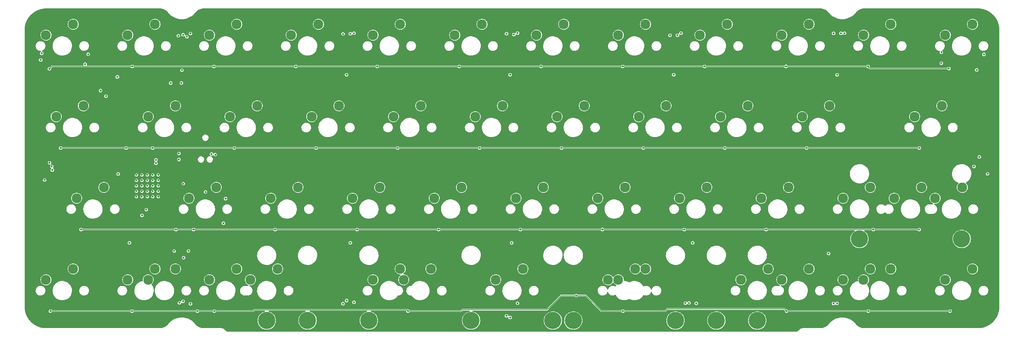
<source format=gbr>
%TF.GenerationSoftware,KiCad,Pcbnew,7.0.6-7.0.6~ubuntu23.04.1*%
%TF.CreationDate,2023-08-05T22:50:07-04:00*%
%TF.ProjectId,Koneko40Stagger,4b6f6e65-6b6f-4343-9053-746167676572,rev?*%
%TF.SameCoordinates,Original*%
%TF.FileFunction,Copper,L3,Inr*%
%TF.FilePolarity,Positive*%
%FSLAX46Y46*%
G04 Gerber Fmt 4.6, Leading zero omitted, Abs format (unit mm)*
G04 Created by KiCad (PCBNEW 7.0.6-7.0.6~ubuntu23.04.1) date 2023-08-05 22:50:07*
%MOMM*%
%LPD*%
G01*
G04 APERTURE LIST*
%TA.AperFunction,ComponentPad*%
%ADD10C,0.500000*%
%TD*%
%TA.AperFunction,ComponentPad*%
%ADD11C,2.300000*%
%TD*%
%TA.AperFunction,ComponentPad*%
%ADD12C,4.000000*%
%TD*%
%TA.AperFunction,ViaPad*%
%ADD13C,0.500000*%
%TD*%
%TA.AperFunction,Conductor*%
%ADD14C,0.127000*%
%TD*%
G04 APERTURE END LIST*
D10*
%TO.N,GND*%
%TO.C,U6*%
X67110625Y-72100000D03*
X64560625Y-72100000D03*
X68385625Y-72100000D03*
X68385625Y-70825000D03*
X64560625Y-69550000D03*
X67110625Y-68275000D03*
X65835625Y-68275000D03*
X68385625Y-69550000D03*
X69660625Y-67000000D03*
X64560625Y-67000000D03*
X68385625Y-68275000D03*
X65835625Y-72100000D03*
X69660625Y-72100000D03*
X65835625Y-70825000D03*
X69660625Y-68275000D03*
X67110625Y-70825000D03*
X69660625Y-69550000D03*
X68385625Y-67000000D03*
X69660625Y-70825000D03*
X67110625Y-69550000D03*
X64560625Y-70825000D03*
X67110625Y-67000000D03*
X64560625Y-68275000D03*
X65835625Y-67000000D03*
X65835625Y-69550000D03*
%TD*%
D11*
%TO.N,COL8*%
%TO.C,SW32*%
X210185000Y-72469375D03*
%TO.N,Net-(D32-A)*%
X216535000Y-69929375D03*
%TD*%
%TO.N,COL2*%
%TO.C,SW39*%
X91122500Y-91519375D03*
%TO.N,Net-(D37-A)*%
X97472500Y-88979375D03*
%TD*%
D12*
%TO.N,*%
%TO.C,S2*%
X209232500Y-101044375D03*
X94932500Y-101044375D03*
%TD*%
D11*
%TO.N,COL3*%
%TO.C,SW16*%
X105410000Y-53419375D03*
%TO.N,Net-(D16-A)*%
X111760000Y-50879375D03*
%TD*%
%TO.N,COL6*%
%TO.C,SW46*%
X176847500Y-91519375D03*
%TO.N,Net-(D41-A)*%
X183197500Y-88979375D03*
%TD*%
%TO.N,COL10*%
%TO.C,SW11*%
X233997500Y-34369375D03*
%TO.N,Net-(D11-A)*%
X240347500Y-31829375D03*
%TD*%
%TO.N,COL7*%
%TO.C,SW8*%
X176847500Y-34369375D03*
%TO.N,Net-(D8-A)*%
X183197500Y-31829375D03*
%TD*%
%TO.N,COL9*%
%TO.C,SW22*%
X219710000Y-53419375D03*
%TO.N,Net-(D22-A)*%
X226060000Y-50879375D03*
%TD*%
%TO.N,COL4*%
%TO.C,SW28*%
X133985000Y-72469375D03*
%TO.N,Net-(D28-A)*%
X140335000Y-69929375D03*
%TD*%
%TO.N,COL8*%
%TO.C,SW49*%
X229235000Y-91519375D03*
%TO.N,Net-(D42-A)*%
X235585000Y-88979375D03*
%TD*%
%TO.N,COL8*%
%TO.C,SW48*%
X233997500Y-91519375D03*
%TO.N,Net-(D42-A)*%
X240347500Y-88979375D03*
%TD*%
D12*
%TO.N,*%
%TO.C,S1*%
X209232500Y-101044375D03*
X94932500Y-101044375D03*
%TD*%
D11*
%TO.N,COL6*%
%TO.C,SW45*%
X174466250Y-91519375D03*
%TO.N,Net-(D41-A)*%
X180816250Y-88979375D03*
%TD*%
%TO.N,COL9*%
%TO.C,SW10*%
X214947500Y-34369375D03*
%TO.N,Net-(D10-A)*%
X221297500Y-31829375D03*
%TD*%
D12*
%TO.N,*%
%TO.C,S3*%
X199707500Y-101044375D03*
X161607500Y-101044375D03*
%TD*%
D11*
%TO.N,COL10*%
%TO.C,SW34*%
X250666250Y-72469375D03*
%TO.N,Net-(D34-A)*%
X257016250Y-69929375D03*
%TD*%
%TO.N,COL5*%
%TO.C,SW29*%
X153035000Y-72469375D03*
%TO.N,Net-(D29-A)*%
X159385000Y-69929375D03*
%TD*%
%TO.N,COL6*%
%TO.C,SW19*%
X162560000Y-53419375D03*
%TO.N,Net-(D19-A)*%
X168910000Y-50879375D03*
%TD*%
%TO.N,COL3*%
%TO.C,SW4*%
X100647500Y-34369375D03*
%TO.N,Net-(D4-A)*%
X106997500Y-31829375D03*
%TD*%
%TO.N,COL7*%
%TO.C,SW47*%
X205422500Y-91519375D03*
%TO.N,Net-(D39-A)*%
X211772500Y-88979375D03*
%TD*%
%TO.N,COL8*%
%TO.C,SW9*%
X195897500Y-34369375D03*
%TO.N,Net-(D9-A)*%
X202247500Y-31829375D03*
%TD*%
D12*
%TO.N,*%
%TO.C,S4*%
X190182500Y-101044375D03*
X166370000Y-101044375D03*
%TD*%
D11*
%TO.N,COL0*%
%TO.C,SW1*%
X43497500Y-34369375D03*
%TO.N,/Switch Matrix/D1*%
X49847500Y-31829375D03*
%TD*%
%TO.N,COL1*%
%TO.C,SW36*%
X62547500Y-91519375D03*
%TO.N,Net-(D36-A)*%
X68897500Y-88979375D03*
%TD*%
%TO.N,COL9*%
%TO.C,SW33*%
X229235000Y-72469375D03*
%TO.N,Net-(D33-A)*%
X235585000Y-69929375D03*
%TD*%
%TO.N,COL10*%
%TO.C,SW52*%
X241141250Y-72469375D03*
%TO.N,Net-(D34-A)*%
X247491250Y-69929375D03*
%TD*%
%TO.N,COL2*%
%TO.C,SW3*%
X81597500Y-34369375D03*
%TO.N,Net-(D3-A)*%
X87947500Y-31829375D03*
%TD*%
D12*
%TO.N,*%
%TO.C,S41*%
X142557500Y-101044375D03*
X118745000Y-101044375D03*
%TD*%
%TO.N,*%
%TO.C,S40*%
X142557500Y-101044375D03*
X104457500Y-101044375D03*
%TD*%
D11*
%TO.N,COL3*%
%TO.C,SW27*%
X114935000Y-72469375D03*
%TO.N,Net-(D27-A)*%
X121285000Y-69929375D03*
%TD*%
%TO.N,COL11*%
%TO.C,SW12*%
X253047500Y-34369375D03*
%TO.N,/Switch Matrix/D12*%
X259397500Y-31829375D03*
%TD*%
%TO.N,COL7*%
%TO.C,SW50*%
X214947500Y-91519375D03*
%TO.N,Net-(D39-A)*%
X221297500Y-88979375D03*
%TD*%
%TO.N,COL0*%
%TO.C,SW35*%
X43497500Y-91519375D03*
%TO.N,Net-(D35-A)*%
X49847500Y-88979375D03*
%TD*%
%TO.N,COL0*%
%TO.C,SW13*%
X45878750Y-53419375D03*
%TO.N,Net-(D13-A)*%
X52228750Y-50879375D03*
%TD*%
%TO.N,COL2*%
%TO.C,SW38*%
X81597500Y-91519375D03*
%TO.N,Net-(D37-A)*%
X87947500Y-88979375D03*
%TD*%
%TO.N,COL7*%
%TO.C,SW31*%
X191135000Y-72469375D03*
%TO.N,Net-(D31-A)*%
X197485000Y-69929375D03*
%TD*%
%TO.N,COL10*%
%TO.C,SW51*%
X253047500Y-91519375D03*
%TO.N,Net-(D44-A)*%
X259397500Y-88979375D03*
%TD*%
%TO.N,COL10*%
%TO.C,SW23*%
X245903750Y-53419375D03*
%TO.N,Net-(D23-A)*%
X252253750Y-50879375D03*
%TD*%
%TO.N,COL4*%
%TO.C,SW17*%
X124460000Y-53419375D03*
%TO.N,Net-(D17-A)*%
X130810000Y-50879375D03*
%TD*%
D12*
%TO.N,*%
%TO.C,S35*%
X256857500Y-81994375D03*
X233045000Y-81994375D03*
%TD*%
D11*
%TO.N,COL1*%
%TO.C,SW25*%
X76835000Y-72469375D03*
%TO.N,Net-(D25-A)*%
X83185000Y-69929375D03*
%TD*%
%TO.N,COL4*%
%TO.C,SW5*%
X119697500Y-34369375D03*
%TO.N,Net-(D5-A)*%
X126047500Y-31829375D03*
%TD*%
%TO.N,COL6*%
%TO.C,SW7*%
X157797500Y-34369375D03*
%TO.N,Net-(D7-A)*%
X164147500Y-31829375D03*
%TD*%
%TO.N,COL6*%
%TO.C,SW30*%
X172085000Y-72469375D03*
%TO.N,Net-(D30-A)*%
X178435000Y-69929375D03*
%TD*%
%TO.N,COL1*%
%TO.C,SW2*%
X62547500Y-34369375D03*
%TO.N,Net-(D2-A)*%
X68897500Y-31829375D03*
%TD*%
%TO.N,COL5*%
%TO.C,SW42*%
X148272500Y-91519375D03*
%TO.N,Net-(D40-A)*%
X154622500Y-88979375D03*
%TD*%
%TO.N,COL2*%
%TO.C,SW15*%
X86360000Y-53419375D03*
%TO.N,Net-(D15-A)*%
X92710000Y-50879375D03*
%TD*%
%TO.N,COL0*%
%TO.C,SW24*%
X50641250Y-72469375D03*
%TO.N,Net-(D24-A)*%
X56991250Y-69929375D03*
%TD*%
%TO.N,COL5*%
%TO.C,SW18*%
X143510000Y-53419375D03*
%TO.N,Net-(D18-A)*%
X149860000Y-50879375D03*
%TD*%
%TO.N,COL8*%
%TO.C,SW21*%
X200660000Y-53419375D03*
%TO.N,Net-(D21-A)*%
X207010000Y-50879375D03*
%TD*%
%TO.N,COL3*%
%TO.C,SW40*%
X119697500Y-91519375D03*
%TO.N,Net-(D38-A)*%
X126047500Y-88979375D03*
%TD*%
%TO.N,COL2*%
%TO.C,SW26*%
X95885000Y-72469375D03*
%TO.N,Net-(D26-A)*%
X102235000Y-69929375D03*
%TD*%
%TO.N,COL3*%
%TO.C,SW41*%
X126841250Y-91519375D03*
%TO.N,Net-(D38-A)*%
X133191250Y-88979375D03*
%TD*%
%TO.N,COL1*%
%TO.C,SW37*%
X67310000Y-91519375D03*
%TO.N,Net-(D36-A)*%
X73660000Y-88979375D03*
%TD*%
%TO.N,COL7*%
%TO.C,SW20*%
X181610000Y-53419375D03*
%TO.N,Net-(D20-A)*%
X187960000Y-50879375D03*
%TD*%
%TO.N,COL5*%
%TO.C,SW6*%
X138747500Y-34369375D03*
%TO.N,Net-(D6-A)*%
X145097500Y-31829375D03*
%TD*%
%TO.N,COL1*%
%TO.C,SW14*%
X67310000Y-53419375D03*
%TO.N,Net-(D14-A)*%
X73660000Y-50879375D03*
%TD*%
D13*
%TO.N,GND*%
X75502500Y-69064375D03*
X84842500Y-78314375D03*
X85352500Y-72564375D03*
X80682500Y-71004375D03*
%TO.N,/~{RST}*%
X82962500Y-62284375D03*
X66860625Y-75124375D03*
%TO.N,GND*%
X82082500Y-62144375D03*
%TO.N,+3.3V*%
X82092500Y-59614375D03*
%TO.N,Net-(LED11-DOUT)*%
X228712500Y-33944375D03*
X260972500Y-62814375D03*
%TO.N,Net-(LED10-DOUT)*%
X190612500Y-34394375D03*
X227012500Y-33944375D03*
%TO.N,Net-(LED10-DIN)*%
X152512500Y-34224375D03*
X188902500Y-34404375D03*
%TO.N,Net-(LED8-DOUT)*%
X114412500Y-34034375D03*
X150812500Y-34034375D03*
%TO.N,Net-(LED7-DOUT)*%
X76312500Y-34764375D03*
X112712500Y-34094375D03*
%TO.N,Net-(LED6-DOUT)*%
X44852500Y-65054375D03*
X74352500Y-34514375D03*
%TO.N,Net-(LED5-DOUT)*%
X75452500Y-96544375D03*
X43192500Y-68204375D03*
%TO.N,Net-(LED4-DOUT)*%
X77152500Y-97144375D03*
X113552500Y-96364375D03*
%TO.N,Net-(LED3-DOUT)*%
X151652500Y-100334375D03*
X115252500Y-96764375D03*
%TO.N,Net-(LED2-DOUT)*%
X153362500Y-97004375D03*
X193332500Y-96914375D03*
%TO.N,Net-(LED1-DOUT)*%
X195022500Y-97024375D03*
X227832500Y-97024375D03*
%TO.N,/RGB_CTRL*%
X73372500Y-84794375D03*
X76702500Y-84784375D03*
%TO.N,GND*%
X74602500Y-96904375D03*
X112692500Y-97114375D03*
X150802500Y-99934375D03*
X192482500Y-96984375D03*
X227002500Y-97054375D03*
%TO.N,/VFused_*%
X225852500Y-85384375D03*
%TO.N,GND*%
X77162500Y-33994375D03*
X44332500Y-64194375D03*
%TO.N,/VFused_*%
X113552500Y-43624375D03*
%TO.N,GND*%
X115262500Y-33924375D03*
X153372500Y-33884375D03*
%TO.N,/VFused_*%
X151652500Y-43624375D03*
%TO.N,GND*%
X191452500Y-33894375D03*
%TO.N,/VFused_*%
X189762500Y-43624375D03*
%TO.N,GND*%
X229562500Y-33924375D03*
%TO.N,/VFused_*%
X227852500Y-43624375D03*
%TO.N,GND*%
X262892500Y-66764375D03*
%TO.N,/VFused_*%
X259712500Y-65044375D03*
X194182500Y-82884375D03*
X152022500Y-82884375D03*
X114412500Y-82884375D03*
X75572500Y-86364375D03*
X44982500Y-65904375D03*
X75452500Y-34274375D03*
X75192500Y-42544375D03*
%TO.N,ROW3*%
X78772500Y-98824375D03*
%TO.N,ROW2*%
X73782500Y-79774375D03*
%TO.N,GND*%
X62942500Y-82884375D03*
X60312500Y-66794375D03*
%TO.N,+3.3V*%
X62832500Y-66804375D03*
%TO.N,GND*%
X65872500Y-76484375D03*
%TO.N,+3.3V*%
X65862500Y-74044375D03*
%TO.N,GND*%
X69112500Y-64304375D03*
X69122500Y-63504375D03*
%TO.N,+3.3V*%
X71572500Y-63784375D03*
X71562500Y-64794375D03*
X71782500Y-73954375D03*
%TO.N,ENC1B*%
X262052500Y-38874375D03*
%TO.N,ENC1A*%
X260352500Y-42494375D03*
%TO.N,/SWCLK*%
X74482500Y-63424375D03*
X74482500Y-61994375D03*
%TO.N,ENC0A*%
X52622500Y-41154375D03*
%TO.N,ENC0B*%
X53342500Y-38834375D03*
%TO.N,ROW1*%
X62172500Y-60724375D03*
%TO.N,GND*%
X42502500Y-38614375D03*
X252132500Y-38404375D03*
%TO.N,Net-(Q2-G)*%
X252112500Y-40924375D03*
%TO.N,+3.3V*%
X246482500Y-37384375D03*
X39522500Y-40164375D03*
%TO.N,Net-(Q3-G)*%
X42272500Y-40164375D03*
%TO.N,GND*%
X72562500Y-45564375D03*
X75062500Y-45554375D03*
X57502500Y-48634375D03*
X56212500Y-47334375D03*
X60132500Y-44124375D03*
%TO.N,+3.3V*%
X56216430Y-45431426D03*
%TO.N,ROW3*%
X167072500Y-95224375D03*
%TO.N,ROW0*%
X253892500Y-42184375D03*
X235052500Y-41674375D03*
X215932500Y-41664375D03*
X196962500Y-41674375D03*
X177882500Y-41674375D03*
X158862500Y-41674375D03*
X139772500Y-41674375D03*
X120682500Y-41674375D03*
X101712500Y-41674375D03*
X82642500Y-41674375D03*
X63612500Y-41674375D03*
X44302500Y-42244375D03*
%TO.N,ROW1*%
X246972500Y-60724375D03*
X220742500Y-60724375D03*
X201672500Y-60724375D03*
X182692500Y-60724375D03*
X163612500Y-60724375D03*
X144522500Y-60724375D03*
X125452500Y-60724375D03*
X106452500Y-60724375D03*
X87362500Y-60724375D03*
X68372500Y-60724375D03*
X46922500Y-60724375D03*
%TO.N,ROW2*%
X51672500Y-79774375D03*
X77912500Y-79774375D03*
X96902500Y-79774375D03*
X115982500Y-79774375D03*
X134982500Y-79774375D03*
X154052500Y-79774375D03*
X173152500Y-79764375D03*
X192222500Y-79774375D03*
X211272500Y-79774375D03*
X236282500Y-79774375D03*
X246952500Y-79774375D03*
%TO.N,ROW3*%
X254162500Y-98824375D03*
X235112500Y-98824375D03*
X216042500Y-98824375D03*
X177942500Y-98824375D03*
X44522500Y-98824375D03*
X63532500Y-98824375D03*
X82702500Y-98824375D03*
X127862500Y-98824375D03*
%TD*%
D14*
%TO.N,ROW3*%
X44522500Y-98824375D02*
X78772500Y-98824375D01*
X78772500Y-98824375D02*
X91732500Y-98824375D01*
%TO.N,ROW2*%
X73782500Y-79774375D02*
X51672500Y-79774375D01*
X246952500Y-79774375D02*
X73782500Y-79774375D01*
%TO.N,ROW1*%
X46922500Y-60724375D02*
X62172500Y-60724375D01*
X62172500Y-60724375D02*
X246972500Y-60724375D01*
%TO.N,ROW3*%
X216042500Y-98824375D02*
X254162500Y-98824375D01*
X187742500Y-98824375D02*
X188232500Y-98334375D01*
X177942500Y-98824375D02*
X187742500Y-98824375D01*
X188232500Y-98334375D02*
X215552500Y-98334375D01*
X215552500Y-98334375D02*
X216042500Y-98824375D01*
X167072500Y-95224375D02*
X169282500Y-95224375D01*
X169282500Y-95224375D02*
X172882500Y-98824375D01*
X172882500Y-98824375D02*
X177942500Y-98824375D01*
X163502500Y-95224375D02*
X167072500Y-95224375D01*
X160532500Y-98194375D02*
X163502500Y-95224375D01*
X140202500Y-98824375D02*
X140512500Y-98514375D01*
X127862500Y-98824375D02*
X140202500Y-98824375D01*
X140512500Y-98514375D02*
X160212500Y-98514375D01*
X160212500Y-98514375D02*
X160532500Y-98194375D01*
X91732500Y-98824375D02*
X92012500Y-98544375D01*
X92012500Y-98544375D02*
X127582500Y-98544375D01*
X127582500Y-98544375D02*
X127862500Y-98824375D01*
%TO.N,ROW0*%
X235052500Y-41674375D02*
X44872500Y-41674375D01*
X44872500Y-41674375D02*
X44302500Y-42244375D01*
X253892500Y-42184375D02*
X235562500Y-42184375D01*
X235562500Y-42184375D02*
X235052500Y-41674375D01*
%TD*%
%TA.AperFunction,Conductor*%
%TO.N,+3.3V*%
G36*
X70010775Y-28134975D02*
G01*
X70029565Y-28136041D01*
X70070580Y-28138370D01*
X70305692Y-28153633D01*
X70312175Y-28154399D01*
X70312258Y-28154414D01*
X70432016Y-28174999D01*
X70496583Y-28187720D01*
X70605920Y-28209262D01*
X70611243Y-28210560D01*
X70738811Y-28247757D01*
X70897569Y-28301118D01*
X70901752Y-28302696D01*
X71026237Y-28354919D01*
X71029369Y-28356339D01*
X71176726Y-28428243D01*
X71179788Y-28429846D01*
X71297524Y-28495813D01*
X71301379Y-28498162D01*
X71441111Y-28590445D01*
X71548920Y-28668099D01*
X71553258Y-28671528D01*
X71643808Y-28749892D01*
X71687251Y-28787490D01*
X71723882Y-28820784D01*
X71777255Y-28869295D01*
X71781852Y-28873938D01*
X71938056Y-29049287D01*
X71978136Y-29095022D01*
X71980370Y-29097722D01*
X71997132Y-29119183D01*
X72095791Y-29245504D01*
X72096960Y-29247000D01*
X72250090Y-29408614D01*
X72251968Y-29410688D01*
X72303676Y-29470445D01*
X72317744Y-29480017D01*
X72360118Y-29524739D01*
X72503516Y-29649695D01*
X72549405Y-29689682D01*
X72599245Y-29736731D01*
X72610399Y-29742832D01*
X72648583Y-29776105D01*
X72878851Y-29940917D01*
X72919857Y-29972462D01*
X72927461Y-29975709D01*
X72959719Y-29998797D01*
X73239126Y-30160873D01*
X73262361Y-30175275D01*
X73265863Y-30176383D01*
X73290686Y-30190782D01*
X73638462Y-30350309D01*
X73999874Y-30475921D01*
X74280822Y-30544353D01*
X74371607Y-30566467D01*
X74371609Y-30566467D01*
X74371624Y-30566471D01*
X74750318Y-30621134D01*
X74750326Y-30621134D01*
X74750329Y-30621135D01*
X75132491Y-30639411D01*
X75132500Y-30639411D01*
X75132509Y-30639411D01*
X75514670Y-30621135D01*
X75514672Y-30621134D01*
X75514682Y-30621134D01*
X75893376Y-30566471D01*
X76265126Y-30475921D01*
X76626538Y-30350309D01*
X76974314Y-30190782D01*
X76999134Y-30176384D01*
X77001965Y-30175691D01*
X77025871Y-30160875D01*
X77141234Y-30093956D01*
X77305281Y-29998797D01*
X77337535Y-29975711D01*
X77343722Y-29973553D01*
X77386125Y-29940933D01*
X77616417Y-29776105D01*
X77654597Y-29742835D01*
X77663747Y-29738625D01*
X77715562Y-29689710D01*
X77904882Y-29524739D01*
X77947251Y-29480021D01*
X77958894Y-29473250D01*
X78013012Y-29410709D01*
X78014861Y-29408665D01*
X78168045Y-29246994D01*
X78284739Y-29097581D01*
X78286937Y-29094926D01*
X78326518Y-29049762D01*
X78483156Y-28873929D01*
X78487721Y-28869318D01*
X78577783Y-28787465D01*
X78711765Y-28671518D01*
X78716041Y-28668139D01*
X78823906Y-28590448D01*
X78963650Y-28498161D01*
X78967441Y-28495851D01*
X79085224Y-28429861D01*
X79088278Y-28428261D01*
X79235644Y-28356356D01*
X79238741Y-28354951D01*
X79363262Y-28302715D01*
X79367429Y-28301143D01*
X79526167Y-28247791D01*
X79653766Y-28210587D01*
X79659101Y-28209286D01*
X79832921Y-28175039D01*
X79952863Y-28154424D01*
X79959340Y-28153659D01*
X80191449Y-28138569D01*
X80221724Y-28136850D01*
X80254764Y-28134975D01*
X80258280Y-28134875D01*
X223907266Y-28134875D01*
X223910782Y-28134974D01*
X223970570Y-28138373D01*
X224205697Y-28153653D01*
X224212118Y-28154411D01*
X224332064Y-28175033D01*
X224505896Y-28209291D01*
X224511227Y-28210590D01*
X224634448Y-28246522D01*
X224638801Y-28247792D01*
X224797530Y-28301145D01*
X224801741Y-28302732D01*
X224884948Y-28337639D01*
X224926186Y-28354939D01*
X224929390Y-28356391D01*
X225076688Y-28428263D01*
X225079764Y-28429872D01*
X225197517Y-28495844D01*
X225201344Y-28498175D01*
X225318186Y-28575336D01*
X225341120Y-28590481D01*
X225448912Y-28668115D01*
X225453249Y-28671542D01*
X225511660Y-28722085D01*
X225587238Y-28787483D01*
X225677263Y-28869295D01*
X225681835Y-28873913D01*
X225760714Y-28962462D01*
X225840382Y-29051898D01*
X225877752Y-29094531D01*
X225879983Y-29097226D01*
X225995822Y-29245543D01*
X225996960Y-29247000D01*
X226150090Y-29408614D01*
X226151968Y-29410688D01*
X226203676Y-29470445D01*
X226217744Y-29480017D01*
X226260118Y-29524739D01*
X226403516Y-29649695D01*
X226449405Y-29689682D01*
X226499245Y-29736731D01*
X226510399Y-29742832D01*
X226548583Y-29776105D01*
X226778851Y-29940917D01*
X226819857Y-29972462D01*
X226827461Y-29975709D01*
X226859719Y-29998797D01*
X227139126Y-30160873D01*
X227162361Y-30175275D01*
X227165863Y-30176383D01*
X227190686Y-30190782D01*
X227538462Y-30350309D01*
X227899874Y-30475921D01*
X228180822Y-30544353D01*
X228271607Y-30566467D01*
X228271609Y-30566467D01*
X228271624Y-30566471D01*
X228650318Y-30621134D01*
X228650326Y-30621134D01*
X228650329Y-30621135D01*
X229032491Y-30639411D01*
X229032500Y-30639411D01*
X229032509Y-30639411D01*
X229414670Y-30621135D01*
X229414672Y-30621134D01*
X229414682Y-30621134D01*
X229793376Y-30566471D01*
X230165126Y-30475921D01*
X230526538Y-30350309D01*
X230874314Y-30190782D01*
X230899134Y-30176384D01*
X230901965Y-30175691D01*
X230925871Y-30160875D01*
X231041234Y-30093956D01*
X231205281Y-29998797D01*
X231237535Y-29975711D01*
X231243722Y-29973553D01*
X231286125Y-29940933D01*
X231516417Y-29776105D01*
X231554597Y-29742835D01*
X231563747Y-29738625D01*
X231615562Y-29689710D01*
X231804882Y-29524739D01*
X231847251Y-29480021D01*
X231858894Y-29473250D01*
X231913012Y-29410709D01*
X231914861Y-29408665D01*
X232068045Y-29246994D01*
X232184630Y-29097722D01*
X232184719Y-29097608D01*
X232186939Y-29094924D01*
X232226536Y-29049739D01*
X232383169Y-28873900D01*
X232387712Y-28869312D01*
X232477773Y-28787456D01*
X232611752Y-28671507D01*
X232616047Y-28668113D01*
X232723895Y-28590433D01*
X232863639Y-28498143D01*
X232867438Y-28495829D01*
X232985220Y-28429839D01*
X232988297Y-28428228D01*
X233135613Y-28356348D01*
X233138752Y-28354925D01*
X233263255Y-28302697D01*
X233267426Y-28301123D01*
X233426149Y-28247777D01*
X233553748Y-28210575D01*
X233559097Y-28209270D01*
X233732910Y-28175029D01*
X233852878Y-28154412D01*
X233859352Y-28153649D01*
X234091207Y-28138583D01*
X234129862Y-28136389D01*
X234154806Y-28134975D01*
X234158318Y-28134875D01*
X260632000Y-28134875D01*
X260632500Y-28134875D01*
X260850255Y-28143877D01*
X261048441Y-28152527D01*
X261053357Y-28152939D01*
X261269232Y-28179844D01*
X261469806Y-28206247D01*
X261474407Y-28207032D01*
X261575127Y-28228149D01*
X261686670Y-28251536D01*
X261686738Y-28251551D01*
X261885090Y-28295521D01*
X261889262Y-28296604D01*
X262097047Y-28358461D01*
X262291201Y-28419675D01*
X262295048Y-28421031D01*
X262496963Y-28499816D01*
X262685300Y-28577825D01*
X262688768Y-28579389D01*
X262883541Y-28674605D01*
X263064546Y-28768829D01*
X263067637Y-28770553D01*
X263253915Y-28881549D01*
X263426192Y-28991300D01*
X263428895Y-28993123D01*
X263605455Y-29119183D01*
X263767635Y-29243627D01*
X263769963Y-29245504D01*
X263816082Y-29284564D01*
X263935599Y-29385789D01*
X264087429Y-29524915D01*
X264212210Y-29649695D01*
X264241966Y-29679451D01*
X264381095Y-29831283D01*
X264521381Y-29996919D01*
X264523240Y-29999224D01*
X264582775Y-30076812D01*
X264647703Y-30161427D01*
X264668663Y-30190783D01*
X264773755Y-30337976D01*
X264775587Y-30340690D01*
X264885341Y-30512969D01*
X264996330Y-30699235D01*
X264998064Y-30702344D01*
X265092294Y-30883359D01*
X265187490Y-31078091D01*
X265189071Y-31081595D01*
X265267086Y-31269944D01*
X265345852Y-31471810D01*
X265347224Y-31475705D01*
X265408438Y-31669853D01*
X265470278Y-31877575D01*
X265471386Y-31881848D01*
X265515353Y-32080181D01*
X265559862Y-32292465D01*
X265560652Y-32297098D01*
X265587066Y-32497761D01*
X265613951Y-32713470D01*
X265614369Y-32718441D01*
X265623266Y-32922562D01*
X265632000Y-33133790D01*
X265632000Y-97834375D01*
X265623007Y-98051708D01*
X265614333Y-98250288D01*
X265613916Y-98255254D01*
X265587019Y-98471026D01*
X265560605Y-98671640D01*
X265559816Y-98676272D01*
X265515302Y-98888559D01*
X265471334Y-99086874D01*
X265470226Y-99091146D01*
X265408374Y-99298900D01*
X265347167Y-99493017D01*
X265345795Y-99496911D01*
X265267018Y-99698796D01*
X265188996Y-99887150D01*
X265187416Y-99890654D01*
X265092245Y-100085329D01*
X264997989Y-100266390D01*
X264996255Y-100269499D01*
X264885286Y-100455728D01*
X264775519Y-100628027D01*
X264773687Y-100630742D01*
X264647643Y-100807278D01*
X264523196Y-100969460D01*
X264521319Y-100971787D01*
X264381036Y-101137421D01*
X264241897Y-101289263D01*
X264087384Y-101443778D01*
X263979589Y-101542555D01*
X263935533Y-101582926D01*
X263906630Y-101607405D01*
X263769921Y-101723192D01*
X263767594Y-101725068D01*
X263605402Y-101849525D01*
X263428851Y-101975580D01*
X263426137Y-101977412D01*
X263253872Y-102087160D01*
X263067617Y-102198145D01*
X263064508Y-102199879D01*
X262883475Y-102294122D01*
X262688771Y-102389309D01*
X262685266Y-102390890D01*
X262496914Y-102468911D01*
X262295030Y-102547687D01*
X262291136Y-102549060D01*
X262097002Y-102610273D01*
X261889289Y-102672115D01*
X261885016Y-102673224D01*
X261686633Y-102717207D01*
X261474417Y-102761708D01*
X261469785Y-102762497D01*
X261269108Y-102788921D01*
X261053399Y-102815813D01*
X261048429Y-102816230D01*
X260844488Y-102825127D01*
X260633079Y-102833875D01*
X234157737Y-102833875D01*
X234154217Y-102833775D01*
X234152534Y-102833679D01*
X234094515Y-102830379D01*
X233859324Y-102815096D01*
X233852834Y-102814330D01*
X233732977Y-102793723D01*
X233671601Y-102781627D01*
X233559121Y-102759460D01*
X233553757Y-102758153D01*
X233426317Y-102720990D01*
X233426197Y-102720955D01*
X233267460Y-102667598D01*
X233263234Y-102666003D01*
X233180012Y-102631090D01*
X233138827Y-102613812D01*
X233135623Y-102612360D01*
X233003075Y-102547684D01*
X232988305Y-102540477D01*
X232985205Y-102538854D01*
X232867486Y-102472898D01*
X232863640Y-102470555D01*
X232723906Y-102378275D01*
X232616077Y-102300615D01*
X232611753Y-102297198D01*
X232477759Y-102181247D01*
X232387751Y-102099448D01*
X232383160Y-102094812D01*
X232225839Y-101918220D01*
X232187036Y-101873949D01*
X232184818Y-101871270D01*
X232068045Y-101721756D01*
X231914877Y-101560101D01*
X231913029Y-101558059D01*
X231861329Y-101498312D01*
X231847255Y-101488732D01*
X231804882Y-101444011D01*
X231615575Y-101279050D01*
X231565757Y-101232022D01*
X231554599Y-101225916D01*
X231516417Y-101192645D01*
X231439260Y-101137421D01*
X231286172Y-101027849D01*
X231245150Y-100996293D01*
X231237536Y-100993039D01*
X231207843Y-100971787D01*
X231205281Y-100969953D01*
X230925905Y-100807894D01*
X230902649Y-100793480D01*
X230899137Y-100792367D01*
X230874307Y-100777964D01*
X230526541Y-100618442D01*
X230165134Y-100492831D01*
X230165115Y-100492826D01*
X229793392Y-100402282D01*
X229793366Y-100402277D01*
X229497071Y-100359508D01*
X229414682Y-100347616D01*
X229414680Y-100347615D01*
X229414674Y-100347615D01*
X229414670Y-100347614D01*
X229032509Y-100329339D01*
X229032491Y-100329339D01*
X228650329Y-100347614D01*
X228650325Y-100347615D01*
X228271633Y-100402277D01*
X228271607Y-100402282D01*
X227899884Y-100492826D01*
X227899865Y-100492831D01*
X227538458Y-100618442D01*
X227190690Y-100777965D01*
X227165858Y-100792369D01*
X227163026Y-100793061D01*
X227139081Y-100807902D01*
X226859727Y-100969947D01*
X226827461Y-100993041D01*
X226821268Y-100995200D01*
X226778819Y-101027855D01*
X226548590Y-101192639D01*
X226548588Y-101192641D01*
X226510399Y-101225918D01*
X226501246Y-101230128D01*
X226449395Y-101279076D01*
X226260134Y-101443996D01*
X226260118Y-101444010D01*
X226217739Y-101488738D01*
X226206093Y-101495510D01*
X226151960Y-101558070D01*
X226150082Y-101560144D01*
X225996960Y-101721749D01*
X225994373Y-101725062D01*
X225880271Y-101871155D01*
X225878047Y-101873842D01*
X225838622Y-101918828D01*
X225681850Y-102094815D01*
X225677252Y-102099459D01*
X225587246Y-102181264D01*
X225453261Y-102297217D01*
X225448923Y-102300645D01*
X225341106Y-102378306D01*
X225201382Y-102470584D01*
X225197519Y-102472937D01*
X225079805Y-102538893D01*
X225076688Y-102540525D01*
X224929395Y-102612399D01*
X224926190Y-102613851D01*
X224801782Y-102666044D01*
X224797550Y-102667641D01*
X224638811Y-102720999D01*
X224511254Y-102758195D01*
X224505882Y-102759505D01*
X224332060Y-102793758D01*
X224212186Y-102814365D01*
X224205690Y-102815132D01*
X223967641Y-102830573D01*
X223951306Y-102831501D01*
X223911281Y-102833775D01*
X223907771Y-102833875D01*
X219885915Y-102833875D01*
X219864771Y-102827666D01*
X219805064Y-102833551D01*
X219798985Y-102833850D01*
X219717976Y-102833856D01*
X219717972Y-102833856D01*
X219664195Y-102842377D01*
X219646260Y-102840060D01*
X219614753Y-102849620D01*
X219606444Y-102851528D01*
X219581547Y-102855473D01*
X219577926Y-102855938D01*
X219546487Y-102859036D01*
X219518153Y-102872891D01*
X219481495Y-102884803D01*
X219461052Y-102885387D01*
X219441823Y-102895666D01*
X219421695Y-102904236D01*
X219412662Y-102907171D01*
X219412660Y-102907172D01*
X219404190Y-102911488D01*
X219383900Y-102919660D01*
X219371246Y-102923499D01*
X219348166Y-102940035D01*
X219313812Y-102957540D01*
X219291332Y-102961761D01*
X219259623Y-102987777D01*
X219256741Y-102990004D01*
X219236280Y-103004870D01*
X219229056Y-103009395D01*
X219206823Y-103021279D01*
X219188973Y-103039240D01*
X219144931Y-103071238D01*
X219090734Y-103125433D01*
X219089324Y-103126844D01*
X219089323Y-103126845D01*
X219089253Y-103126914D01*
X219088900Y-103127267D01*
X219087827Y-103128339D01*
X219083321Y-103132423D01*
X219044711Y-103164100D01*
X219026964Y-103189201D01*
X218876757Y-103339408D01*
X218873181Y-103342714D01*
X218855745Y-103357606D01*
X218743016Y-103450121D01*
X218736069Y-103455064D01*
X218683297Y-103487402D01*
X218680129Y-103489217D01*
X218585892Y-103539589D01*
X218580388Y-103542192D01*
X218518818Y-103567695D01*
X218513085Y-103569746D01*
X218410810Y-103600770D01*
X218407286Y-103601727D01*
X218347113Y-103616173D01*
X218338706Y-103617589D01*
X218193690Y-103631872D01*
X218177610Y-103633138D01*
X218170670Y-103633684D01*
X218165812Y-103633875D01*
X85999157Y-103633875D01*
X85994291Y-103633684D01*
X85971450Y-103631886D01*
X85826284Y-103617590D01*
X85817878Y-103616174D01*
X85757730Y-103601735D01*
X85754205Y-103600778D01*
X85651906Y-103569746D01*
X85646173Y-103567695D01*
X85584615Y-103542196D01*
X85579112Y-103539593D01*
X85484866Y-103489219D01*
X85481697Y-103487403D01*
X85428926Y-103455065D01*
X85421979Y-103450121D01*
X85309162Y-103357531D01*
X85291827Y-103342725D01*
X85288264Y-103339432D01*
X85138540Y-103189708D01*
X85128032Y-103170464D01*
X85081826Y-103132546D01*
X85077315Y-103128458D01*
X85020079Y-103071226D01*
X85020076Y-103071223D01*
X84975926Y-103039148D01*
X84964896Y-103024845D01*
X84935905Y-103009350D01*
X84928685Y-103004827D01*
X84908425Y-102990108D01*
X84905557Y-102987892D01*
X84881064Y-102967792D01*
X84851238Y-102957553D01*
X84851212Y-102957540D01*
X84846647Y-102955214D01*
X84816776Y-102939994D01*
X84801915Y-102925959D01*
X84781074Y-102919637D01*
X84760778Y-102911463D01*
X84752350Y-102907169D01*
X84743354Y-102904246D01*
X84723224Y-102895676D01*
X84711581Y-102889453D01*
X84683578Y-102884825D01*
X84646789Y-102872872D01*
X84627910Y-102859963D01*
X84586996Y-102855931D01*
X84583378Y-102855467D01*
X84558607Y-102851544D01*
X84550298Y-102849635D01*
X84526213Y-102842329D01*
X84500920Y-102842408D01*
X84447029Y-102833874D01*
X84366264Y-102833874D01*
X84360180Y-102833575D01*
X84310484Y-102828677D01*
X84280209Y-102833875D01*
X80257726Y-102833875D01*
X80254218Y-102833775D01*
X80236755Y-102832783D01*
X80194507Y-102830384D01*
X79959324Y-102815116D01*
X79952834Y-102814350D01*
X79832956Y-102793745D01*
X79659106Y-102759490D01*
X79653734Y-102758181D01*
X79526189Y-102720990D01*
X79367457Y-102667637D01*
X79363224Y-102666040D01*
X79279911Y-102631089D01*
X79238800Y-102613842D01*
X79235613Y-102612397D01*
X79088287Y-102540507D01*
X79085193Y-102538887D01*
X79085172Y-102538875D01*
X78967473Y-102472927D01*
X78963620Y-102470579D01*
X78963597Y-102470564D01*
X78823886Y-102378291D01*
X78716080Y-102300637D01*
X78711741Y-102297208D01*
X78711717Y-102297187D01*
X78577770Y-102181261D01*
X78525483Y-102133737D01*
X78487736Y-102099426D01*
X78483146Y-102094791D01*
X78328197Y-101920866D01*
X78325878Y-101918220D01*
X78286642Y-101873445D01*
X78284425Y-101870766D01*
X78267835Y-101849525D01*
X78168045Y-101721756D01*
X78014877Y-101560101D01*
X78013029Y-101558059D01*
X77961329Y-101498312D01*
X77947255Y-101488732D01*
X77904882Y-101444011D01*
X77715575Y-101279050D01*
X77665757Y-101232022D01*
X77654599Y-101225916D01*
X77616417Y-101192645D01*
X77539260Y-101137421D01*
X77386172Y-101027849D01*
X77345150Y-100996293D01*
X77337536Y-100993039D01*
X77307843Y-100971787D01*
X77305281Y-100969953D01*
X77025905Y-100807894D01*
X77002649Y-100793480D01*
X76999137Y-100792367D01*
X76974307Y-100777964D01*
X76626541Y-100618442D01*
X76265134Y-100492831D01*
X76265115Y-100492826D01*
X75893392Y-100402282D01*
X75893366Y-100402277D01*
X75597071Y-100359508D01*
X75514682Y-100347616D01*
X75514680Y-100347615D01*
X75514674Y-100347615D01*
X75514670Y-100347614D01*
X75132509Y-100329339D01*
X75132491Y-100329339D01*
X74750329Y-100347614D01*
X74750325Y-100347615D01*
X74371633Y-100402277D01*
X74371607Y-100402282D01*
X73999884Y-100492826D01*
X73999865Y-100492831D01*
X73638458Y-100618442D01*
X73290690Y-100777965D01*
X73265858Y-100792369D01*
X73263026Y-100793061D01*
X73239081Y-100807902D01*
X72959727Y-100969947D01*
X72927461Y-100993041D01*
X72921268Y-100995200D01*
X72878819Y-101027855D01*
X72648590Y-101192639D01*
X72648588Y-101192641D01*
X72610399Y-101225918D01*
X72601246Y-101230128D01*
X72549395Y-101279076D01*
X72360134Y-101443996D01*
X72360118Y-101444010D01*
X72317739Y-101488738D01*
X72306093Y-101495510D01*
X72251960Y-101558070D01*
X72250082Y-101560144D01*
X72096960Y-101721749D01*
X71980287Y-101871134D01*
X71978051Y-101873837D01*
X71938611Y-101918837D01*
X71781849Y-102094802D01*
X71777252Y-102099445D01*
X71687231Y-102181261D01*
X71553254Y-102297202D01*
X71548917Y-102300630D01*
X71441096Y-102378290D01*
X71301375Y-102470564D01*
X71297512Y-102472918D01*
X71179794Y-102538875D01*
X71176677Y-102540507D01*
X71029409Y-102612369D01*
X71026205Y-102613821D01*
X70901748Y-102666036D01*
X70897515Y-102667633D01*
X70738811Y-102720980D01*
X70611260Y-102758177D01*
X70605888Y-102759487D01*
X70432030Y-102793752D01*
X70312189Y-102814356D01*
X70305694Y-102815123D01*
X70067392Y-102830587D01*
X70011324Y-102833775D01*
X70007804Y-102833875D01*
X43532501Y-102833875D01*
X43315238Y-102824888D01*
X43116580Y-102816214D01*
X43111614Y-102815797D01*
X42908209Y-102790443D01*
X42895818Y-102788898D01*
X42695237Y-102762490D01*
X42690605Y-102761701D01*
X42478270Y-102717180D01*
X42279986Y-102673220D01*
X42275714Y-102672112D01*
X42067973Y-102610266D01*
X41873842Y-102549056D01*
X41869947Y-102547684D01*
X41851600Y-102540525D01*
X41678317Y-102472909D01*
X41668066Y-102468909D01*
X41479736Y-102390899D01*
X41476241Y-102389323D01*
X41394103Y-102349168D01*
X41281507Y-102294123D01*
X41100506Y-102199899D01*
X41097397Y-102198166D01*
X40911118Y-102087168D01*
X40738845Y-101977418D01*
X40736130Y-101975585D01*
X40559587Y-101849535D01*
X40480846Y-101789115D01*
X40397371Y-101725062D01*
X40395080Y-101723214D01*
X40272872Y-101619709D01*
X40229449Y-101582931D01*
X40077843Y-101444009D01*
X40077606Y-101443792D01*
X39923089Y-101289274D01*
X39783948Y-101137427D01*
X39725956Y-101068956D01*
X39643657Y-100971785D01*
X39641817Y-100969504D01*
X39536706Y-100832519D01*
X39517349Y-100807292D01*
X39391304Y-100630755D01*
X39389472Y-100628040D01*
X39282212Y-100459676D01*
X39279728Y-100455778D01*
X39168718Y-100269477D01*
X39167000Y-100266397D01*
X39072772Y-100085386D01*
X38977558Y-99890621D01*
X38975993Y-99887150D01*
X38897976Y-99698796D01*
X38894761Y-99690558D01*
X38819188Y-99496879D01*
X38817842Y-99493057D01*
X38756611Y-99298854D01*
X38694771Y-99091134D01*
X38693680Y-99086927D01*
X38649694Y-98888513D01*
X38636246Y-98824378D01*
X44117008Y-98824378D01*
X44136852Y-98949675D01*
X44136852Y-98949676D01*
X44146944Y-98969482D01*
X44194450Y-99062717D01*
X44194452Y-99062719D01*
X44194454Y-99062722D01*
X44284152Y-99152420D01*
X44284154Y-99152421D01*
X44284158Y-99152425D01*
X44397196Y-99210021D01*
X44397197Y-99210021D01*
X44397199Y-99210022D01*
X44522497Y-99229867D01*
X44522500Y-99229867D01*
X44522503Y-99229867D01*
X44647800Y-99210022D01*
X44647801Y-99210022D01*
X44647802Y-99210021D01*
X44647804Y-99210021D01*
X44760842Y-99152425D01*
X44762283Y-99150984D01*
X44857451Y-99055817D01*
X44859280Y-99057646D01*
X44903129Y-99023828D01*
X44948127Y-99015375D01*
X63106873Y-99015375D01*
X63173912Y-99035060D01*
X63196742Y-99056623D01*
X63197549Y-99055817D01*
X63294152Y-99152420D01*
X63294154Y-99152421D01*
X63294158Y-99152425D01*
X63407196Y-99210021D01*
X63407197Y-99210021D01*
X63407199Y-99210022D01*
X63532497Y-99229867D01*
X63532500Y-99229867D01*
X63532503Y-99229867D01*
X63657800Y-99210022D01*
X63657801Y-99210022D01*
X63657802Y-99210021D01*
X63657804Y-99210021D01*
X63770842Y-99152425D01*
X63772283Y-99150984D01*
X63867451Y-99055817D01*
X63869280Y-99057646D01*
X63913129Y-99023828D01*
X63958127Y-99015375D01*
X78346873Y-99015375D01*
X78413912Y-99035060D01*
X78436742Y-99056623D01*
X78437549Y-99055817D01*
X78534152Y-99152420D01*
X78534154Y-99152421D01*
X78534158Y-99152425D01*
X78647196Y-99210021D01*
X78647197Y-99210021D01*
X78647199Y-99210022D01*
X78772497Y-99229867D01*
X78772500Y-99229867D01*
X78772503Y-99229867D01*
X78897800Y-99210022D01*
X78897801Y-99210022D01*
X78897802Y-99210021D01*
X78897804Y-99210021D01*
X79010842Y-99152425D01*
X79012283Y-99150984D01*
X79107451Y-99055817D01*
X79109280Y-99057646D01*
X79153129Y-99023828D01*
X79198127Y-99015375D01*
X82276873Y-99015375D01*
X82343912Y-99035060D01*
X82366742Y-99056623D01*
X82367549Y-99055817D01*
X82464152Y-99152420D01*
X82464154Y-99152421D01*
X82464158Y-99152425D01*
X82577196Y-99210021D01*
X82577197Y-99210021D01*
X82577199Y-99210022D01*
X82702497Y-99229867D01*
X82702500Y-99229867D01*
X82702503Y-99229867D01*
X82827800Y-99210022D01*
X82827801Y-99210022D01*
X82827802Y-99210021D01*
X82827804Y-99210021D01*
X82940842Y-99152425D01*
X82942283Y-99150984D01*
X83037451Y-99055817D01*
X83039280Y-99057646D01*
X83083129Y-99023828D01*
X83128127Y-99015375D01*
X91678980Y-99015375D01*
X91696584Y-99018366D01*
X91696683Y-99017491D01*
X91710564Y-99019055D01*
X91710564Y-99019054D01*
X91710565Y-99019055D01*
X91739769Y-99015764D01*
X91746708Y-99015375D01*
X91754018Y-99015375D01*
X91754021Y-99015375D01*
X91761154Y-99013746D01*
X91767997Y-99012583D01*
X91793137Y-99009751D01*
X91797207Y-99009293D01*
X91807592Y-99005658D01*
X91817501Y-99000886D01*
X91817503Y-99000886D01*
X91840478Y-98982563D01*
X91846154Y-98978536D01*
X91852340Y-98974650D01*
X91857516Y-98969472D01*
X91862695Y-98964845D01*
X91885670Y-98946524D01*
X91885672Y-98946519D01*
X91894383Y-98935598D01*
X91895072Y-98936147D01*
X91905398Y-98921590D01*
X92055297Y-98771692D01*
X92116620Y-98738209D01*
X92142977Y-98735375D01*
X94385698Y-98735375D01*
X94452737Y-98755060D01*
X94498492Y-98807864D01*
X94508436Y-98877022D01*
X94479411Y-98940578D01*
X94420633Y-98978352D01*
X94419153Y-98978777D01*
X94218374Y-99035032D01*
X93951426Y-99150984D01*
X93702749Y-99302207D01*
X93476978Y-99485885D01*
X93278322Y-99698592D01*
X93278322Y-99698593D01*
X93278319Y-99698595D01*
X93278318Y-99698598D01*
X93211181Y-99793709D01*
X93110475Y-99936376D01*
X92976572Y-100194797D01*
X92879108Y-100469036D01*
X92879103Y-100469055D01*
X92819891Y-100754001D01*
X92819890Y-100754003D01*
X92800029Y-101044375D01*
X92819890Y-101334746D01*
X92819891Y-101334748D01*
X92879103Y-101619694D01*
X92879108Y-101619713D01*
X92969423Y-101873837D01*
X92976573Y-101893954D01*
X93110475Y-102152373D01*
X93278318Y-102390152D01*
X93278322Y-102390156D01*
X93278322Y-102390157D01*
X93353436Y-102470584D01*
X93456272Y-102580694D01*
X93476978Y-102602864D01*
X93584541Y-102690373D01*
X93702746Y-102786540D01*
X93702748Y-102786541D01*
X93702749Y-102786542D01*
X93951426Y-102937765D01*
X94154020Y-103025764D01*
X94218379Y-103053719D01*
X94498636Y-103132243D01*
X94730409Y-103164100D01*
X94786974Y-103171875D01*
X94786975Y-103171875D01*
X95078026Y-103171875D01*
X95109112Y-103167602D01*
X95366364Y-103132243D01*
X95646621Y-103053719D01*
X95858329Y-102961761D01*
X95913573Y-102937765D01*
X95913575Y-102937764D01*
X96162254Y-102786540D01*
X96388025Y-102602861D01*
X96586682Y-102390152D01*
X96754525Y-102152373D01*
X96888427Y-101893954D01*
X96985893Y-101619709D01*
X97045109Y-101334746D01*
X97064971Y-101044375D01*
X97045109Y-100754004D01*
X96985893Y-100469041D01*
X96888427Y-100194796D01*
X96754525Y-99936377D01*
X96586682Y-99698598D01*
X96586677Y-99698592D01*
X96388021Y-99485885D01*
X96162250Y-99302207D01*
X95913573Y-99150984D01*
X95646625Y-99035032D01*
X95445847Y-98978777D01*
X95386605Y-98941735D01*
X95356793Y-98878545D01*
X95365877Y-98809268D01*
X95410972Y-98755900D01*
X95477762Y-98735385D01*
X95479302Y-98735375D01*
X103910698Y-98735375D01*
X103977737Y-98755060D01*
X104023492Y-98807864D01*
X104033436Y-98877022D01*
X104004411Y-98940578D01*
X103945633Y-98978352D01*
X103944153Y-98978777D01*
X103743374Y-99035032D01*
X103476426Y-99150984D01*
X103227749Y-99302207D01*
X103001978Y-99485885D01*
X102803322Y-99698592D01*
X102803322Y-99698593D01*
X102803319Y-99698595D01*
X102803318Y-99698598D01*
X102736181Y-99793709D01*
X102635475Y-99936376D01*
X102501572Y-100194797D01*
X102404108Y-100469036D01*
X102404103Y-100469055D01*
X102344891Y-100754001D01*
X102344890Y-100754003D01*
X102325029Y-101044374D01*
X102344890Y-101334746D01*
X102344891Y-101334748D01*
X102404103Y-101619694D01*
X102404108Y-101619713D01*
X102494423Y-101873837D01*
X102501573Y-101893954D01*
X102635475Y-102152373D01*
X102803318Y-102390152D01*
X102803322Y-102390156D01*
X102803322Y-102390157D01*
X102878436Y-102470584D01*
X102981272Y-102580694D01*
X103001978Y-102602864D01*
X103109541Y-102690373D01*
X103227746Y-102786540D01*
X103227748Y-102786541D01*
X103227749Y-102786542D01*
X103476426Y-102937765D01*
X103679020Y-103025764D01*
X103743379Y-103053719D01*
X104023636Y-103132243D01*
X104255409Y-103164100D01*
X104311974Y-103171875D01*
X104311975Y-103171875D01*
X104603026Y-103171875D01*
X104634112Y-103167602D01*
X104891364Y-103132243D01*
X105171621Y-103053719D01*
X105383329Y-102961761D01*
X105438573Y-102937765D01*
X105438575Y-102937764D01*
X105687254Y-102786540D01*
X105913025Y-102602861D01*
X106111682Y-102390152D01*
X106279525Y-102152373D01*
X106413427Y-101893954D01*
X106510893Y-101619709D01*
X106570109Y-101334746D01*
X106589971Y-101044375D01*
X106570109Y-100754004D01*
X106510893Y-100469041D01*
X106413427Y-100194796D01*
X106279525Y-99936377D01*
X106111682Y-99698598D01*
X106111677Y-99698592D01*
X105913021Y-99485885D01*
X105687250Y-99302207D01*
X105438573Y-99150984D01*
X105171625Y-99035032D01*
X104970847Y-98978777D01*
X104911605Y-98941735D01*
X104881793Y-98878545D01*
X104890877Y-98809268D01*
X104935972Y-98755900D01*
X105002762Y-98735385D01*
X105004302Y-98735375D01*
X118198198Y-98735375D01*
X118265237Y-98755060D01*
X118310992Y-98807864D01*
X118320936Y-98877022D01*
X118291911Y-98940578D01*
X118233133Y-98978352D01*
X118231653Y-98978777D01*
X118030874Y-99035032D01*
X117763926Y-99150984D01*
X117515249Y-99302207D01*
X117289478Y-99485885D01*
X117090822Y-99698592D01*
X117090822Y-99698593D01*
X117090819Y-99698595D01*
X117090818Y-99698598D01*
X117023681Y-99793709D01*
X116922975Y-99936376D01*
X116789072Y-100194797D01*
X116691608Y-100469036D01*
X116691603Y-100469055D01*
X116632391Y-100754001D01*
X116632390Y-100754003D01*
X116612529Y-101044374D01*
X116632390Y-101334746D01*
X116632391Y-101334748D01*
X116691603Y-101619694D01*
X116691608Y-101619713D01*
X116781923Y-101873837D01*
X116789073Y-101893954D01*
X116922975Y-102152373D01*
X117090818Y-102390152D01*
X117090822Y-102390156D01*
X117090822Y-102390157D01*
X117165936Y-102470584D01*
X117268772Y-102580694D01*
X117289478Y-102602864D01*
X117397041Y-102690373D01*
X117515246Y-102786540D01*
X117515248Y-102786541D01*
X117515249Y-102786542D01*
X117763926Y-102937765D01*
X117966520Y-103025764D01*
X118030879Y-103053719D01*
X118311136Y-103132243D01*
X118542909Y-103164100D01*
X118599474Y-103171875D01*
X118599475Y-103171875D01*
X118890526Y-103171875D01*
X118921612Y-103167602D01*
X119178864Y-103132243D01*
X119459121Y-103053719D01*
X119670829Y-102961761D01*
X119726073Y-102937765D01*
X119726075Y-102937764D01*
X119974754Y-102786540D01*
X120200525Y-102602861D01*
X120399182Y-102390152D01*
X120567025Y-102152373D01*
X120700927Y-101893954D01*
X120798393Y-101619709D01*
X120857609Y-101334746D01*
X120877471Y-101044375D01*
X120857609Y-100754004D01*
X120798393Y-100469041D01*
X120700927Y-100194796D01*
X120567025Y-99936377D01*
X120399182Y-99698598D01*
X120399177Y-99698592D01*
X120200521Y-99485885D01*
X119974750Y-99302207D01*
X119726073Y-99150984D01*
X119459125Y-99035032D01*
X119258347Y-98978777D01*
X119199105Y-98941735D01*
X119169293Y-98878545D01*
X119178377Y-98809268D01*
X119223472Y-98755900D01*
X119290262Y-98735385D01*
X119291802Y-98735375D01*
X127337006Y-98735375D01*
X127404045Y-98755060D01*
X127449800Y-98807864D01*
X127459479Y-98839978D01*
X127476852Y-98949675D01*
X127476852Y-98949676D01*
X127486944Y-98969482D01*
X127534450Y-99062717D01*
X127534452Y-99062719D01*
X127534454Y-99062722D01*
X127624152Y-99152420D01*
X127624154Y-99152421D01*
X127624158Y-99152425D01*
X127737196Y-99210021D01*
X127737197Y-99210021D01*
X127737199Y-99210022D01*
X127862497Y-99229867D01*
X127862500Y-99229867D01*
X127862503Y-99229867D01*
X127987800Y-99210022D01*
X127987801Y-99210022D01*
X127987802Y-99210021D01*
X127987804Y-99210021D01*
X128100842Y-99152425D01*
X128102283Y-99150984D01*
X128197451Y-99055817D01*
X128199280Y-99057646D01*
X128243129Y-99023828D01*
X128288127Y-99015375D01*
X140148980Y-99015375D01*
X140166584Y-99018366D01*
X140166683Y-99017491D01*
X140180564Y-99019055D01*
X140180564Y-99019054D01*
X140180565Y-99019055D01*
X140209769Y-99015764D01*
X140216708Y-99015375D01*
X140224018Y-99015375D01*
X140224021Y-99015375D01*
X140231154Y-99013746D01*
X140237997Y-99012583D01*
X140263137Y-99009751D01*
X140267207Y-99009293D01*
X140277592Y-99005658D01*
X140287501Y-99000886D01*
X140287503Y-99000886D01*
X140310478Y-98982563D01*
X140316154Y-98978536D01*
X140322340Y-98974650D01*
X140327516Y-98969472D01*
X140332695Y-98964845D01*
X140355670Y-98946524D01*
X140355672Y-98946519D01*
X140364383Y-98935598D01*
X140365072Y-98936147D01*
X140375398Y-98921590D01*
X140555297Y-98741691D01*
X140616620Y-98708209D01*
X140642977Y-98705375D01*
X142137942Y-98705375D01*
X142204981Y-98725060D01*
X142250736Y-98777864D01*
X142260680Y-98847022D01*
X142231655Y-98910578D01*
X142172877Y-98948352D01*
X142154829Y-98952219D01*
X142123636Y-98956506D01*
X142123636Y-98956507D01*
X142123629Y-98956508D01*
X141843374Y-99035032D01*
X141576426Y-99150984D01*
X141327749Y-99302207D01*
X141101978Y-99485885D01*
X140903322Y-99698592D01*
X140903322Y-99698593D01*
X140903319Y-99698595D01*
X140903318Y-99698598D01*
X140836181Y-99793709D01*
X140735475Y-99936376D01*
X140601572Y-100194797D01*
X140504108Y-100469036D01*
X140504103Y-100469055D01*
X140444891Y-100754001D01*
X140444890Y-100754003D01*
X140425029Y-101044375D01*
X140444890Y-101334746D01*
X140444891Y-101334748D01*
X140504103Y-101619694D01*
X140504108Y-101619713D01*
X140594423Y-101873837D01*
X140601573Y-101893954D01*
X140735475Y-102152373D01*
X140903318Y-102390152D01*
X140903322Y-102390156D01*
X140903322Y-102390157D01*
X140978436Y-102470584D01*
X141081272Y-102580694D01*
X141101978Y-102602864D01*
X141209541Y-102690373D01*
X141327746Y-102786540D01*
X141327748Y-102786541D01*
X141327749Y-102786542D01*
X141576426Y-102937765D01*
X141779020Y-103025764D01*
X141843379Y-103053719D01*
X142123636Y-103132243D01*
X142355409Y-103164100D01*
X142411974Y-103171875D01*
X142411975Y-103171875D01*
X142703026Y-103171875D01*
X142734112Y-103167602D01*
X142991364Y-103132243D01*
X143271621Y-103053719D01*
X143483329Y-102961761D01*
X143538573Y-102937765D01*
X143538575Y-102937764D01*
X143787254Y-102786540D01*
X144013025Y-102602861D01*
X144211682Y-102390152D01*
X144379525Y-102152373D01*
X144513427Y-101893954D01*
X144610893Y-101619709D01*
X144670109Y-101334746D01*
X144689971Y-101044375D01*
X144689971Y-101044374D01*
X159475029Y-101044374D01*
X159494890Y-101334746D01*
X159494891Y-101334748D01*
X159554103Y-101619694D01*
X159554108Y-101619713D01*
X159644423Y-101873837D01*
X159651573Y-101893954D01*
X159785475Y-102152373D01*
X159953318Y-102390152D01*
X159953322Y-102390156D01*
X159953322Y-102390157D01*
X160028436Y-102470584D01*
X160131272Y-102580694D01*
X160151978Y-102602864D01*
X160259541Y-102690373D01*
X160377746Y-102786540D01*
X160377748Y-102786541D01*
X160377749Y-102786542D01*
X160626426Y-102937765D01*
X160829020Y-103025764D01*
X160893379Y-103053719D01*
X161173636Y-103132243D01*
X161405409Y-103164100D01*
X161461974Y-103171875D01*
X161461975Y-103171875D01*
X161753026Y-103171875D01*
X161784112Y-103167602D01*
X162041364Y-103132243D01*
X162321621Y-103053719D01*
X162533329Y-102961761D01*
X162588573Y-102937765D01*
X162588575Y-102937764D01*
X162837254Y-102786540D01*
X163063025Y-102602861D01*
X163261682Y-102390152D01*
X163429525Y-102152373D01*
X163563427Y-101893954D01*
X163660893Y-101619709D01*
X163720109Y-101334746D01*
X163739971Y-101044375D01*
X163739971Y-101044374D01*
X164237529Y-101044374D01*
X164257390Y-101334746D01*
X164257391Y-101334748D01*
X164316603Y-101619694D01*
X164316608Y-101619713D01*
X164406923Y-101873837D01*
X164414073Y-101893954D01*
X164547975Y-102152373D01*
X164715818Y-102390152D01*
X164715822Y-102390156D01*
X164715822Y-102390157D01*
X164790936Y-102470584D01*
X164893772Y-102580694D01*
X164914478Y-102602864D01*
X165022041Y-102690373D01*
X165140246Y-102786540D01*
X165140248Y-102786541D01*
X165140249Y-102786542D01*
X165388926Y-102937765D01*
X165591520Y-103025764D01*
X165655879Y-103053719D01*
X165936136Y-103132243D01*
X166167909Y-103164100D01*
X166224474Y-103171875D01*
X166224475Y-103171875D01*
X166515526Y-103171875D01*
X166546612Y-103167602D01*
X166803864Y-103132243D01*
X167084121Y-103053719D01*
X167295829Y-102961761D01*
X167351073Y-102937765D01*
X167351075Y-102937764D01*
X167599754Y-102786540D01*
X167825525Y-102602861D01*
X168024182Y-102390152D01*
X168192025Y-102152373D01*
X168325927Y-101893954D01*
X168423393Y-101619709D01*
X168482609Y-101334746D01*
X168502471Y-101044375D01*
X188050029Y-101044375D01*
X188069890Y-101334746D01*
X188069891Y-101334748D01*
X188129103Y-101619694D01*
X188129108Y-101619713D01*
X188219423Y-101873837D01*
X188226573Y-101893954D01*
X188360475Y-102152373D01*
X188528318Y-102390152D01*
X188528322Y-102390156D01*
X188528322Y-102390157D01*
X188603436Y-102470584D01*
X188706272Y-102580694D01*
X188726978Y-102602864D01*
X188834541Y-102690373D01*
X188952746Y-102786540D01*
X188952748Y-102786541D01*
X188952749Y-102786542D01*
X189201426Y-102937765D01*
X189404020Y-103025764D01*
X189468379Y-103053719D01*
X189748636Y-103132243D01*
X189980409Y-103164100D01*
X190036974Y-103171875D01*
X190036975Y-103171875D01*
X190328026Y-103171875D01*
X190359112Y-103167602D01*
X190616364Y-103132243D01*
X190896621Y-103053719D01*
X191108329Y-102961761D01*
X191163573Y-102937765D01*
X191163575Y-102937764D01*
X191412254Y-102786540D01*
X191638025Y-102602861D01*
X191836682Y-102390152D01*
X192004525Y-102152373D01*
X192138427Y-101893954D01*
X192235893Y-101619709D01*
X192295109Y-101334746D01*
X192314971Y-101044375D01*
X192314971Y-101044374D01*
X197575029Y-101044374D01*
X197594890Y-101334746D01*
X197594891Y-101334748D01*
X197654103Y-101619694D01*
X197654108Y-101619713D01*
X197744423Y-101873837D01*
X197751573Y-101893954D01*
X197885475Y-102152373D01*
X198053318Y-102390152D01*
X198053322Y-102390156D01*
X198053322Y-102390157D01*
X198128436Y-102470584D01*
X198231272Y-102580694D01*
X198251978Y-102602864D01*
X198359541Y-102690373D01*
X198477746Y-102786540D01*
X198477748Y-102786541D01*
X198477749Y-102786542D01*
X198726426Y-102937765D01*
X198929020Y-103025764D01*
X198993379Y-103053719D01*
X199273636Y-103132243D01*
X199505409Y-103164100D01*
X199561974Y-103171875D01*
X199561975Y-103171875D01*
X199853026Y-103171875D01*
X199884112Y-103167602D01*
X200141364Y-103132243D01*
X200421621Y-103053719D01*
X200633329Y-102961761D01*
X200688573Y-102937765D01*
X200688575Y-102937764D01*
X200937254Y-102786540D01*
X201163025Y-102602861D01*
X201361682Y-102390152D01*
X201529525Y-102152373D01*
X201663427Y-101893954D01*
X201760893Y-101619709D01*
X201820109Y-101334746D01*
X201839971Y-101044375D01*
X207100029Y-101044375D01*
X207119890Y-101334746D01*
X207119891Y-101334748D01*
X207179103Y-101619694D01*
X207179108Y-101619713D01*
X207269423Y-101873837D01*
X207276573Y-101893954D01*
X207410475Y-102152373D01*
X207578318Y-102390152D01*
X207578322Y-102390156D01*
X207578322Y-102390157D01*
X207653436Y-102470584D01*
X207756272Y-102580694D01*
X207776978Y-102602864D01*
X207884541Y-102690373D01*
X208002746Y-102786540D01*
X208002748Y-102786541D01*
X208002749Y-102786542D01*
X208251426Y-102937765D01*
X208454020Y-103025764D01*
X208518379Y-103053719D01*
X208798636Y-103132243D01*
X209030409Y-103164100D01*
X209086974Y-103171875D01*
X209086975Y-103171875D01*
X209378026Y-103171875D01*
X209409112Y-103167602D01*
X209666364Y-103132243D01*
X209946621Y-103053719D01*
X210158329Y-102961761D01*
X210213573Y-102937765D01*
X210213575Y-102937764D01*
X210462254Y-102786540D01*
X210688025Y-102602861D01*
X210886682Y-102390152D01*
X211054525Y-102152373D01*
X211188427Y-101893954D01*
X211285893Y-101619709D01*
X211345109Y-101334746D01*
X211364971Y-101044375D01*
X211345109Y-100754004D01*
X211285893Y-100469041D01*
X211188427Y-100194796D01*
X211054525Y-99936377D01*
X210886682Y-99698598D01*
X210886677Y-99698592D01*
X210688021Y-99485885D01*
X210462250Y-99302207D01*
X210213573Y-99150984D01*
X209946625Y-99035032D01*
X209666370Y-98956508D01*
X209666365Y-98956507D01*
X209666364Y-98956507D01*
X209514279Y-98935603D01*
X209378026Y-98916875D01*
X209378025Y-98916875D01*
X209086975Y-98916875D01*
X209086974Y-98916875D01*
X208798636Y-98956507D01*
X208798629Y-98956508D01*
X208518374Y-99035032D01*
X208251426Y-99150984D01*
X208002749Y-99302207D01*
X207776978Y-99485885D01*
X207578322Y-99698592D01*
X207578322Y-99698593D01*
X207578319Y-99698595D01*
X207578318Y-99698598D01*
X207511181Y-99793709D01*
X207410475Y-99936376D01*
X207276572Y-100194797D01*
X207179108Y-100469036D01*
X207179103Y-100469055D01*
X207119891Y-100754001D01*
X207119890Y-100754003D01*
X207100029Y-101044375D01*
X201839971Y-101044375D01*
X201820109Y-100754004D01*
X201760893Y-100469041D01*
X201663427Y-100194796D01*
X201529525Y-99936377D01*
X201361682Y-99698598D01*
X201361677Y-99698592D01*
X201163021Y-99485885D01*
X200937250Y-99302207D01*
X200688573Y-99150984D01*
X200421625Y-99035032D01*
X200141370Y-98956508D01*
X200141365Y-98956507D01*
X200141364Y-98956507D01*
X199989279Y-98935603D01*
X199853026Y-98916875D01*
X199853025Y-98916875D01*
X199561975Y-98916875D01*
X199561974Y-98916875D01*
X199273636Y-98956507D01*
X199273629Y-98956508D01*
X198993374Y-99035032D01*
X198726426Y-99150984D01*
X198477749Y-99302207D01*
X198251978Y-99485885D01*
X198053322Y-99698592D01*
X198053322Y-99698593D01*
X198053319Y-99698595D01*
X198053318Y-99698598D01*
X197986181Y-99793709D01*
X197885475Y-99936376D01*
X197751572Y-100194797D01*
X197654108Y-100469036D01*
X197654103Y-100469055D01*
X197594891Y-100754001D01*
X197594890Y-100754003D01*
X197575029Y-101044374D01*
X192314971Y-101044374D01*
X192295109Y-100754004D01*
X192235893Y-100469041D01*
X192138427Y-100194796D01*
X192004525Y-99936377D01*
X191836682Y-99698598D01*
X191836677Y-99698592D01*
X191638021Y-99485885D01*
X191412250Y-99302207D01*
X191163573Y-99150984D01*
X190896625Y-99035032D01*
X190616370Y-98956508D01*
X190616365Y-98956507D01*
X190616364Y-98956507D01*
X190464279Y-98935603D01*
X190328026Y-98916875D01*
X190328025Y-98916875D01*
X190036975Y-98916875D01*
X190036974Y-98916875D01*
X189748636Y-98956507D01*
X189748629Y-98956508D01*
X189468374Y-99035032D01*
X189201426Y-99150984D01*
X188952749Y-99302207D01*
X188726978Y-99485885D01*
X188528322Y-99698592D01*
X188528322Y-99698593D01*
X188528319Y-99698595D01*
X188528318Y-99698598D01*
X188461181Y-99793709D01*
X188360475Y-99936376D01*
X188226572Y-100194797D01*
X188129108Y-100469036D01*
X188129103Y-100469055D01*
X188069891Y-100754001D01*
X188069890Y-100754003D01*
X188050029Y-101044375D01*
X168502471Y-101044375D01*
X168482609Y-100754004D01*
X168423393Y-100469041D01*
X168325927Y-100194796D01*
X168192025Y-99936377D01*
X168024182Y-99698598D01*
X168024177Y-99698592D01*
X167825521Y-99485885D01*
X167599750Y-99302207D01*
X167351073Y-99150984D01*
X167084125Y-99035032D01*
X166803870Y-98956508D01*
X166803865Y-98956507D01*
X166803864Y-98956507D01*
X166651779Y-98935603D01*
X166515526Y-98916875D01*
X166515525Y-98916875D01*
X166224475Y-98916875D01*
X166224474Y-98916875D01*
X165936136Y-98956507D01*
X165936129Y-98956508D01*
X165655874Y-99035032D01*
X165388926Y-99150984D01*
X165140249Y-99302207D01*
X164914478Y-99485885D01*
X164715822Y-99698592D01*
X164715822Y-99698593D01*
X164715819Y-99698595D01*
X164715818Y-99698598D01*
X164648681Y-99793709D01*
X164547975Y-99936376D01*
X164414072Y-100194797D01*
X164316608Y-100469036D01*
X164316603Y-100469055D01*
X164257391Y-100754001D01*
X164257390Y-100754003D01*
X164237529Y-101044374D01*
X163739971Y-101044374D01*
X163720109Y-100754004D01*
X163660893Y-100469041D01*
X163563427Y-100194796D01*
X163429525Y-99936377D01*
X163261682Y-99698598D01*
X163261677Y-99698592D01*
X163063021Y-99485885D01*
X162837250Y-99302207D01*
X162588573Y-99150984D01*
X162321625Y-99035032D01*
X162041370Y-98956508D01*
X162041365Y-98956507D01*
X162041364Y-98956507D01*
X161889279Y-98935603D01*
X161753026Y-98916875D01*
X161753025Y-98916875D01*
X161461975Y-98916875D01*
X161461974Y-98916875D01*
X161173636Y-98956507D01*
X161173629Y-98956508D01*
X160893374Y-99035032D01*
X160626426Y-99150984D01*
X160377749Y-99302207D01*
X160151978Y-99485885D01*
X159953322Y-99698592D01*
X159953322Y-99698593D01*
X159953319Y-99698595D01*
X159953318Y-99698598D01*
X159886181Y-99793709D01*
X159785475Y-99936376D01*
X159651572Y-100194797D01*
X159554108Y-100469036D01*
X159554103Y-100469055D01*
X159494891Y-100754001D01*
X159494890Y-100754003D01*
X159475029Y-101044374D01*
X144689971Y-101044374D01*
X144670109Y-100754004D01*
X144610893Y-100469041D01*
X144513427Y-100194796D01*
X144379525Y-99936377D01*
X144378114Y-99934378D01*
X150397008Y-99934378D01*
X150416852Y-100059675D01*
X150416852Y-100059676D01*
X150416854Y-100059679D01*
X150474450Y-100172717D01*
X150474452Y-100172719D01*
X150474454Y-100172722D01*
X150564152Y-100262420D01*
X150564154Y-100262421D01*
X150564158Y-100262425D01*
X150677196Y-100320021D01*
X150677197Y-100320021D01*
X150677199Y-100320022D01*
X150802497Y-100339867D01*
X150802500Y-100339867D01*
X150802503Y-100339867D01*
X150927800Y-100320022D01*
X150927801Y-100320022D01*
X150927802Y-100320021D01*
X150927804Y-100320021D01*
X151040842Y-100262425D01*
X151040849Y-100262417D01*
X151048741Y-100256686D01*
X151050416Y-100258991D01*
X151098199Y-100232889D01*
X151167892Y-100237862D01*
X151223833Y-100279724D01*
X151247051Y-100334653D01*
X151266852Y-100459676D01*
X151271624Y-100469041D01*
X151324450Y-100572717D01*
X151324452Y-100572719D01*
X151324454Y-100572722D01*
X151414152Y-100662420D01*
X151414154Y-100662421D01*
X151414158Y-100662425D01*
X151527196Y-100720021D01*
X151527197Y-100720021D01*
X151527199Y-100720022D01*
X151652497Y-100739867D01*
X151652500Y-100739867D01*
X151652503Y-100739867D01*
X151777800Y-100720022D01*
X151777801Y-100720022D01*
X151777802Y-100720021D01*
X151777804Y-100720021D01*
X151890842Y-100662425D01*
X151980550Y-100572717D01*
X152038146Y-100459679D01*
X152038146Y-100459677D01*
X152038147Y-100459676D01*
X152038147Y-100459675D01*
X152057992Y-100334378D01*
X152057992Y-100334371D01*
X152038147Y-100209074D01*
X152038147Y-100209073D01*
X152019625Y-100172722D01*
X151980550Y-100096033D01*
X151980546Y-100096029D01*
X151980545Y-100096027D01*
X151890847Y-100006329D01*
X151890844Y-100006327D01*
X151890842Y-100006325D01*
X151777804Y-99948729D01*
X151777803Y-99948728D01*
X151777800Y-99948727D01*
X151652503Y-99928883D01*
X151652497Y-99928883D01*
X151527199Y-99948727D01*
X151527198Y-99948727D01*
X151451837Y-99987126D01*
X151414158Y-100006325D01*
X151414156Y-100006326D01*
X151414157Y-100006326D01*
X151406259Y-100012064D01*
X151404587Y-100009762D01*
X151356759Y-100035869D01*
X151287068Y-100030872D01*
X151231141Y-99988992D01*
X151207948Y-99934095D01*
X151188147Y-99809074D01*
X151188147Y-99809073D01*
X151188146Y-99809071D01*
X151130550Y-99696033D01*
X151130546Y-99696029D01*
X151130545Y-99696027D01*
X151040847Y-99606329D01*
X151040844Y-99606327D01*
X151040842Y-99606325D01*
X150927804Y-99548729D01*
X150927803Y-99548728D01*
X150927800Y-99548727D01*
X150802503Y-99528883D01*
X150802497Y-99528883D01*
X150677199Y-99548727D01*
X150677198Y-99548727D01*
X150601837Y-99587126D01*
X150564158Y-99606325D01*
X150564156Y-99606326D01*
X150564157Y-99606326D01*
X150564152Y-99606329D01*
X150474454Y-99696027D01*
X150474451Y-99696032D01*
X150474450Y-99696033D01*
X150455251Y-99733712D01*
X150416852Y-99809073D01*
X150416852Y-99809074D01*
X150397008Y-99934371D01*
X150397008Y-99934378D01*
X144378114Y-99934378D01*
X144211682Y-99698598D01*
X144211677Y-99698592D01*
X144013021Y-99485885D01*
X143787250Y-99302207D01*
X143538573Y-99150984D01*
X143271625Y-99035032D01*
X142991370Y-98956508D01*
X142991365Y-98956507D01*
X142991364Y-98956507D01*
X142960172Y-98952219D01*
X142896438Y-98923590D01*
X142858300Y-98865047D01*
X142857866Y-98795179D01*
X142895275Y-98736168D01*
X142958650Y-98706749D01*
X142977058Y-98705375D01*
X160158980Y-98705375D01*
X160176584Y-98708366D01*
X160176683Y-98707491D01*
X160190564Y-98709055D01*
X160190564Y-98709054D01*
X160190565Y-98709055D01*
X160219769Y-98705764D01*
X160226708Y-98705375D01*
X160234018Y-98705375D01*
X160234021Y-98705375D01*
X160241154Y-98703746D01*
X160247997Y-98702583D01*
X160273137Y-98699751D01*
X160277207Y-98699293D01*
X160287592Y-98695658D01*
X160297501Y-98690886D01*
X160297503Y-98690886D01*
X160320478Y-98672563D01*
X160326147Y-98668540D01*
X160332340Y-98664650D01*
X160337516Y-98659472D01*
X160342686Y-98654851D01*
X160365670Y-98636524D01*
X160365672Y-98636519D01*
X160374383Y-98625598D01*
X160375072Y-98626147D01*
X160385399Y-98611590D01*
X160682775Y-98314215D01*
X160682775Y-98314214D01*
X163545295Y-95451694D01*
X163606619Y-95418209D01*
X163632977Y-95415375D01*
X166646873Y-95415375D01*
X166713912Y-95435060D01*
X166736742Y-95456623D01*
X166737549Y-95455817D01*
X166834152Y-95552420D01*
X166834154Y-95552421D01*
X166834158Y-95552425D01*
X166947196Y-95610021D01*
X166947197Y-95610021D01*
X166947199Y-95610022D01*
X167072497Y-95629867D01*
X167072500Y-95629867D01*
X167072503Y-95629867D01*
X167197800Y-95610022D01*
X167197801Y-95610022D01*
X167197802Y-95610021D01*
X167197804Y-95610021D01*
X167310842Y-95552425D01*
X167351605Y-95511662D01*
X167407451Y-95455817D01*
X167409280Y-95457646D01*
X167453129Y-95423828D01*
X167498127Y-95415375D01*
X169152023Y-95415375D01*
X169219062Y-95435060D01*
X169239704Y-95451694D01*
X172709598Y-98921588D01*
X172719933Y-98936151D01*
X172720621Y-98935603D01*
X172729330Y-98946524D01*
X172741849Y-98956508D01*
X172752304Y-98964845D01*
X172757492Y-98969482D01*
X172762660Y-98974650D01*
X172768853Y-98978541D01*
X172774520Y-98982562D01*
X172785699Y-98991477D01*
X172797495Y-99000885D01*
X172807411Y-99005659D01*
X172817794Y-99009293D01*
X172846991Y-99012582D01*
X172853852Y-99013747D01*
X172860979Y-99015375D01*
X172868292Y-99015375D01*
X172875230Y-99015764D01*
X172904435Y-99019055D01*
X172918317Y-99017491D01*
X172918415Y-99018366D01*
X172936020Y-99015375D01*
X177516873Y-99015375D01*
X177583912Y-99035060D01*
X177606742Y-99056623D01*
X177607549Y-99055817D01*
X177704152Y-99152420D01*
X177704154Y-99152421D01*
X177704158Y-99152425D01*
X177817196Y-99210021D01*
X177817197Y-99210021D01*
X177817199Y-99210022D01*
X177942497Y-99229867D01*
X177942500Y-99229867D01*
X177942503Y-99229867D01*
X178067800Y-99210022D01*
X178067801Y-99210022D01*
X178067802Y-99210021D01*
X178067804Y-99210021D01*
X178180842Y-99152425D01*
X178182283Y-99150984D01*
X178277451Y-99055817D01*
X178279280Y-99057646D01*
X178323129Y-99023828D01*
X178368127Y-99015375D01*
X187688980Y-99015375D01*
X187706584Y-99018366D01*
X187706683Y-99017491D01*
X187720564Y-99019055D01*
X187720564Y-99019054D01*
X187720565Y-99019055D01*
X187749769Y-99015764D01*
X187756708Y-99015375D01*
X187764018Y-99015375D01*
X187764021Y-99015375D01*
X187771154Y-99013746D01*
X187777997Y-99012583D01*
X187803137Y-99009751D01*
X187807207Y-99009293D01*
X187817592Y-99005658D01*
X187827501Y-99000886D01*
X187827503Y-99000886D01*
X187850478Y-98982563D01*
X187856154Y-98978536D01*
X187862340Y-98974650D01*
X187867516Y-98969472D01*
X187872695Y-98964845D01*
X187895670Y-98946524D01*
X187895672Y-98946519D01*
X187904383Y-98935598D01*
X187905072Y-98936147D01*
X187915401Y-98921587D01*
X188275295Y-98561693D01*
X188336618Y-98528209D01*
X188362976Y-98525375D01*
X215422023Y-98525375D01*
X215489062Y-98545060D01*
X215509704Y-98561694D01*
X215610841Y-98662831D01*
X215644326Y-98724154D01*
X215645634Y-98769908D01*
X215637008Y-98824377D01*
X215637008Y-98824378D01*
X215656852Y-98949675D01*
X215656852Y-98949676D01*
X215666944Y-98969482D01*
X215714450Y-99062717D01*
X215714452Y-99062719D01*
X215714454Y-99062722D01*
X215804152Y-99152420D01*
X215804154Y-99152421D01*
X215804158Y-99152425D01*
X215917196Y-99210021D01*
X215917197Y-99210021D01*
X215917199Y-99210022D01*
X216042497Y-99229867D01*
X216042500Y-99229867D01*
X216042503Y-99229867D01*
X216167800Y-99210022D01*
X216167801Y-99210022D01*
X216167802Y-99210021D01*
X216167804Y-99210021D01*
X216280842Y-99152425D01*
X216282283Y-99150984D01*
X216377451Y-99055817D01*
X216379280Y-99057646D01*
X216423129Y-99023828D01*
X216468127Y-99015375D01*
X234686873Y-99015375D01*
X234753912Y-99035060D01*
X234776742Y-99056623D01*
X234777549Y-99055817D01*
X234874152Y-99152420D01*
X234874154Y-99152421D01*
X234874158Y-99152425D01*
X234987196Y-99210021D01*
X234987197Y-99210021D01*
X234987199Y-99210022D01*
X235112497Y-99229867D01*
X235112500Y-99229867D01*
X235112503Y-99229867D01*
X235237800Y-99210022D01*
X235237801Y-99210022D01*
X235237802Y-99210021D01*
X235237804Y-99210021D01*
X235350842Y-99152425D01*
X235352283Y-99150984D01*
X235447451Y-99055817D01*
X235449280Y-99057646D01*
X235493129Y-99023828D01*
X235538127Y-99015375D01*
X253736873Y-99015375D01*
X253803912Y-99035060D01*
X253826742Y-99056623D01*
X253827549Y-99055817D01*
X253924152Y-99152420D01*
X253924154Y-99152421D01*
X253924158Y-99152425D01*
X254037196Y-99210021D01*
X254037197Y-99210021D01*
X254037199Y-99210022D01*
X254162497Y-99229867D01*
X254162500Y-99229867D01*
X254162503Y-99229867D01*
X254287800Y-99210022D01*
X254287801Y-99210022D01*
X254287802Y-99210021D01*
X254287804Y-99210021D01*
X254400842Y-99152425D01*
X254490550Y-99062717D01*
X254548146Y-98949679D01*
X254548146Y-98949677D01*
X254548147Y-98949676D01*
X254548147Y-98949675D01*
X254567992Y-98824378D01*
X254567992Y-98824371D01*
X254548147Y-98699074D01*
X254548147Y-98699073D01*
X254545239Y-98693365D01*
X254490550Y-98586033D01*
X254490546Y-98586029D01*
X254490545Y-98586027D01*
X254400847Y-98496329D01*
X254400844Y-98496327D01*
X254400842Y-98496325D01*
X254287804Y-98438729D01*
X254287803Y-98438728D01*
X254287800Y-98438727D01*
X254162503Y-98418883D01*
X254162497Y-98418883D01*
X254037199Y-98438727D01*
X254037198Y-98438727D01*
X253973810Y-98471026D01*
X253924158Y-98496325D01*
X253924157Y-98496325D01*
X253924157Y-98496326D01*
X253924152Y-98496329D01*
X253827549Y-98592933D01*
X253825719Y-98591103D01*
X253781871Y-98624922D01*
X253736873Y-98633375D01*
X235538127Y-98633375D01*
X235471088Y-98613690D01*
X235448257Y-98592126D01*
X235447451Y-98592933D01*
X235350847Y-98496329D01*
X235350844Y-98496327D01*
X235350842Y-98496325D01*
X235237804Y-98438729D01*
X235237803Y-98438728D01*
X235237800Y-98438727D01*
X235112503Y-98418883D01*
X235112497Y-98418883D01*
X234987199Y-98438727D01*
X234987198Y-98438727D01*
X234923810Y-98471026D01*
X234874158Y-98496325D01*
X234874156Y-98496326D01*
X234874157Y-98496326D01*
X234874152Y-98496329D01*
X234777549Y-98592933D01*
X234775719Y-98591103D01*
X234731871Y-98624922D01*
X234686873Y-98633375D01*
X216468127Y-98633375D01*
X216401088Y-98613690D01*
X216378257Y-98592126D01*
X216377451Y-98592933D01*
X216280847Y-98496329D01*
X216280844Y-98496327D01*
X216280842Y-98496325D01*
X216167804Y-98438729D01*
X216167803Y-98438728D01*
X216167800Y-98438727D01*
X216042503Y-98418883D01*
X216042502Y-98418883D01*
X216042500Y-98418883D01*
X216010675Y-98423923D01*
X215988033Y-98427509D01*
X215918739Y-98418552D01*
X215880956Y-98392716D01*
X215725401Y-98237161D01*
X215715069Y-98222598D01*
X215714380Y-98223148D01*
X215705670Y-98212226D01*
X215682693Y-98193902D01*
X215677506Y-98189266D01*
X215672340Y-98184100D01*
X215672334Y-98184096D01*
X215666143Y-98180206D01*
X215660475Y-98176184D01*
X215637504Y-98157865D01*
X215637503Y-98157864D01*
X215637500Y-98157863D01*
X215627594Y-98153092D01*
X215617204Y-98149456D01*
X215588009Y-98146167D01*
X215581153Y-98145002D01*
X215574029Y-98143376D01*
X215574022Y-98143375D01*
X215574021Y-98143375D01*
X215574019Y-98143375D01*
X215566708Y-98143375D01*
X215559769Y-98142985D01*
X215548929Y-98141764D01*
X215530564Y-98139694D01*
X215516683Y-98141259D01*
X215516584Y-98140383D01*
X215498980Y-98143375D01*
X188286020Y-98143375D01*
X188268414Y-98140383D01*
X188268316Y-98141259D01*
X188254435Y-98139694D01*
X188225228Y-98142985D01*
X188218282Y-98143375D01*
X188210976Y-98143375D01*
X188203843Y-98145002D01*
X188196998Y-98146164D01*
X188167793Y-98149455D01*
X188157419Y-98153085D01*
X188147497Y-98157863D01*
X188124519Y-98176187D01*
X188118854Y-98180206D01*
X188112665Y-98184096D01*
X188112661Y-98184099D01*
X188107493Y-98189267D01*
X188102309Y-98193900D01*
X188079328Y-98212227D01*
X188070623Y-98223143D01*
X188069936Y-98222595D01*
X188059601Y-98237157D01*
X187699704Y-98597056D01*
X187638381Y-98630541D01*
X187612023Y-98633375D01*
X178368127Y-98633375D01*
X178301088Y-98613690D01*
X178278257Y-98592126D01*
X178277451Y-98592933D01*
X178180847Y-98496329D01*
X178180844Y-98496327D01*
X178180842Y-98496325D01*
X178067804Y-98438729D01*
X178067803Y-98438728D01*
X178067800Y-98438727D01*
X177942503Y-98418883D01*
X177942497Y-98418883D01*
X177817199Y-98438727D01*
X177817198Y-98438727D01*
X177753810Y-98471026D01*
X177704158Y-98496325D01*
X177704157Y-98496326D01*
X177704152Y-98496329D01*
X177607549Y-98592933D01*
X177605719Y-98591103D01*
X177561871Y-98624922D01*
X177516873Y-98633375D01*
X173012977Y-98633375D01*
X172945938Y-98613690D01*
X172925296Y-98597056D01*
X171312618Y-96984378D01*
X192077008Y-96984378D01*
X192096852Y-97109675D01*
X192096852Y-97109676D01*
X192108417Y-97132372D01*
X192154450Y-97222717D01*
X192154452Y-97222719D01*
X192154454Y-97222722D01*
X192244152Y-97312420D01*
X192244154Y-97312421D01*
X192244158Y-97312425D01*
X192357196Y-97370021D01*
X192357197Y-97370021D01*
X192357199Y-97370022D01*
X192482497Y-97389867D01*
X192482500Y-97389867D01*
X192482503Y-97389867D01*
X192607800Y-97370022D01*
X192607801Y-97370022D01*
X192607802Y-97370021D01*
X192607804Y-97370021D01*
X192720842Y-97312425D01*
X192810550Y-97222717D01*
X192822144Y-97199961D01*
X192870117Y-97149167D01*
X192937938Y-97132372D01*
X193004073Y-97154909D01*
X193020309Y-97168577D01*
X193094152Y-97242420D01*
X193094154Y-97242421D01*
X193094158Y-97242425D01*
X193207196Y-97300021D01*
X193207197Y-97300021D01*
X193207199Y-97300022D01*
X193332497Y-97319867D01*
X193332500Y-97319867D01*
X193332503Y-97319867D01*
X193457800Y-97300022D01*
X193457801Y-97300022D01*
X193457802Y-97300021D01*
X193457804Y-97300021D01*
X193570842Y-97242425D01*
X193660550Y-97152717D01*
X193718146Y-97039679D01*
X193718146Y-97039677D01*
X193718147Y-97039676D01*
X193718147Y-97039675D01*
X193720570Y-97024378D01*
X194617008Y-97024378D01*
X194636852Y-97149675D01*
X194636852Y-97149676D01*
X194646483Y-97168577D01*
X194694450Y-97262717D01*
X194694452Y-97262719D01*
X194694454Y-97262722D01*
X194784152Y-97352420D01*
X194784154Y-97352421D01*
X194784158Y-97352425D01*
X194897196Y-97410021D01*
X194897197Y-97410021D01*
X194897199Y-97410022D01*
X195022497Y-97429867D01*
X195022500Y-97429867D01*
X195022503Y-97429867D01*
X195147800Y-97410022D01*
X195147801Y-97410022D01*
X195147802Y-97410021D01*
X195147804Y-97410021D01*
X195260842Y-97352425D01*
X195350550Y-97262717D01*
X195408146Y-97149679D01*
X195408146Y-97149677D01*
X195408147Y-97149676D01*
X195408147Y-97149675D01*
X195423240Y-97054378D01*
X226597008Y-97054378D01*
X226616852Y-97179675D01*
X226616852Y-97179676D01*
X226616854Y-97179679D01*
X226674450Y-97292717D01*
X226674452Y-97292719D01*
X226674454Y-97292722D01*
X226764152Y-97382420D01*
X226764154Y-97382421D01*
X226764158Y-97382425D01*
X226877196Y-97440021D01*
X226877197Y-97440021D01*
X226877199Y-97440022D01*
X227002497Y-97459867D01*
X227002500Y-97459867D01*
X227002503Y-97459867D01*
X227127800Y-97440022D01*
X227127801Y-97440022D01*
X227127802Y-97440021D01*
X227127804Y-97440021D01*
X227240842Y-97382425D01*
X227330550Y-97292717D01*
X227330555Y-97292707D01*
X227331004Y-97292090D01*
X227331764Y-97291503D01*
X227337451Y-97285817D01*
X227338185Y-97286551D01*
X227386328Y-97249417D01*
X227455941Y-97243428D01*
X227517740Y-97276026D01*
X227519013Y-97277281D01*
X227594152Y-97352420D01*
X227594154Y-97352421D01*
X227594158Y-97352425D01*
X227707196Y-97410021D01*
X227707197Y-97410021D01*
X227707199Y-97410022D01*
X227832497Y-97429867D01*
X227832500Y-97429867D01*
X227832503Y-97429867D01*
X227957800Y-97410022D01*
X227957801Y-97410022D01*
X227957802Y-97410021D01*
X227957804Y-97410021D01*
X228070842Y-97352425D01*
X228160550Y-97262717D01*
X228218146Y-97149679D01*
X228218146Y-97149677D01*
X228218147Y-97149676D01*
X228218147Y-97149675D01*
X228237992Y-97024378D01*
X228237992Y-97024371D01*
X228218147Y-96899074D01*
X228218147Y-96899073D01*
X228218146Y-96899071D01*
X228160550Y-96786033D01*
X228160546Y-96786029D01*
X228160545Y-96786027D01*
X228070847Y-96696329D01*
X228070844Y-96696327D01*
X228070842Y-96696325D01*
X227957804Y-96638729D01*
X227957803Y-96638728D01*
X227957800Y-96638727D01*
X227832503Y-96618883D01*
X227832497Y-96618883D01*
X227707199Y-96638727D01*
X227707198Y-96638727D01*
X227648318Y-96668729D01*
X227594158Y-96696325D01*
X227594157Y-96696326D01*
X227594152Y-96696329D01*
X227504449Y-96786032D01*
X227503985Y-96786672D01*
X227503220Y-96787261D01*
X227497549Y-96792933D01*
X227496816Y-96792200D01*
X227448656Y-96829338D01*
X227379042Y-96835317D01*
X227317247Y-96802712D01*
X227315986Y-96801468D01*
X227240847Y-96726329D01*
X227240844Y-96726327D01*
X227240842Y-96726325D01*
X227127804Y-96668729D01*
X227127803Y-96668728D01*
X227127800Y-96668727D01*
X227002503Y-96648883D01*
X227002497Y-96648883D01*
X226877199Y-96668727D01*
X226877198Y-96668727D01*
X226823036Y-96696325D01*
X226764158Y-96726325D01*
X226764157Y-96726326D01*
X226764152Y-96726329D01*
X226674454Y-96816027D01*
X226674451Y-96816032D01*
X226674450Y-96816033D01*
X226662688Y-96839118D01*
X226616852Y-96929073D01*
X226616852Y-96929074D01*
X226597008Y-97054371D01*
X226597008Y-97054378D01*
X195423240Y-97054378D01*
X195427992Y-97024378D01*
X195427992Y-97024371D01*
X195408147Y-96899074D01*
X195408147Y-96899073D01*
X195408146Y-96899071D01*
X195350550Y-96786033D01*
X195350546Y-96786029D01*
X195350545Y-96786027D01*
X195260847Y-96696329D01*
X195260844Y-96696327D01*
X195260842Y-96696325D01*
X195147804Y-96638729D01*
X195147803Y-96638728D01*
X195147800Y-96638727D01*
X195022503Y-96618883D01*
X195022497Y-96618883D01*
X194897199Y-96638727D01*
X194897198Y-96638727D01*
X194838318Y-96668729D01*
X194784158Y-96696325D01*
X194784157Y-96696326D01*
X194784152Y-96696329D01*
X194694454Y-96786027D01*
X194694451Y-96786032D01*
X194694450Y-96786033D01*
X194685952Y-96802712D01*
X194636852Y-96899073D01*
X194636852Y-96899074D01*
X194617008Y-97024371D01*
X194617008Y-97024378D01*
X193720570Y-97024378D01*
X193737992Y-96914378D01*
X193737992Y-96914371D01*
X193718147Y-96789074D01*
X193718147Y-96789073D01*
X193716598Y-96786033D01*
X193660550Y-96676033D01*
X193660546Y-96676029D01*
X193660545Y-96676027D01*
X193570847Y-96586329D01*
X193570844Y-96586327D01*
X193570842Y-96586325D01*
X193457804Y-96528729D01*
X193457803Y-96528728D01*
X193457800Y-96528727D01*
X193332503Y-96508883D01*
X193332497Y-96508883D01*
X193207199Y-96528727D01*
X193207198Y-96528727D01*
X193131837Y-96567126D01*
X193094158Y-96586325D01*
X193094157Y-96586326D01*
X193094152Y-96586329D01*
X193004454Y-96676027D01*
X193004449Y-96676033D01*
X192992854Y-96698790D01*
X192944878Y-96749584D01*
X192877056Y-96766377D01*
X192810922Y-96743837D01*
X192794690Y-96730172D01*
X192720847Y-96656329D01*
X192720844Y-96656327D01*
X192720842Y-96656325D01*
X192607804Y-96598729D01*
X192607803Y-96598728D01*
X192607800Y-96598727D01*
X192482503Y-96578883D01*
X192482497Y-96578883D01*
X192357199Y-96598727D01*
X192357198Y-96598727D01*
X192281837Y-96637126D01*
X192244158Y-96656325D01*
X192244157Y-96656325D01*
X192244157Y-96656326D01*
X192244152Y-96656329D01*
X192154454Y-96746027D01*
X192154451Y-96746032D01*
X192154450Y-96746033D01*
X192144084Y-96766377D01*
X192096852Y-96859073D01*
X192096852Y-96859074D01*
X192077008Y-96984371D01*
X192077008Y-96984378D01*
X171312618Y-96984378D01*
X169455401Y-95127161D01*
X169445069Y-95112598D01*
X169444380Y-95113148D01*
X169435670Y-95102226D01*
X169412693Y-95083902D01*
X169407506Y-95079266D01*
X169402340Y-95074100D01*
X169402335Y-95074097D01*
X169396143Y-95070206D01*
X169390475Y-95066184D01*
X169367504Y-95047865D01*
X169367503Y-95047864D01*
X169367500Y-95047863D01*
X169357594Y-95043092D01*
X169347204Y-95039456D01*
X169318009Y-95036167D01*
X169311153Y-95035002D01*
X169304029Y-95033376D01*
X169304022Y-95033375D01*
X169304021Y-95033375D01*
X169304019Y-95033375D01*
X169296708Y-95033375D01*
X169289769Y-95032985D01*
X169278929Y-95031764D01*
X169260564Y-95029694D01*
X169246683Y-95031259D01*
X169246584Y-95030383D01*
X169228980Y-95033375D01*
X167498127Y-95033375D01*
X167431088Y-95013690D01*
X167408257Y-94992126D01*
X167407451Y-94992933D01*
X167310847Y-94896329D01*
X167310844Y-94896327D01*
X167310842Y-94896325D01*
X167197804Y-94838729D01*
X167197803Y-94838728D01*
X167197800Y-94838727D01*
X167072503Y-94818883D01*
X167072497Y-94818883D01*
X166947199Y-94838727D01*
X166947198Y-94838727D01*
X166871837Y-94877126D01*
X166834158Y-94896325D01*
X166834157Y-94896326D01*
X166834152Y-94896329D01*
X166737549Y-94992933D01*
X166735719Y-94991103D01*
X166691871Y-95024922D01*
X166646873Y-95033375D01*
X163556020Y-95033375D01*
X163538415Y-95030383D01*
X163538317Y-95031259D01*
X163524435Y-95029694D01*
X163505268Y-95031854D01*
X163495230Y-95032985D01*
X163488292Y-95033375D01*
X163480976Y-95033375D01*
X163473835Y-95035004D01*
X163466986Y-95036167D01*
X163437793Y-95039456D01*
X163427408Y-95043090D01*
X163417495Y-95047864D01*
X163394521Y-95066185D01*
X163388855Y-95070206D01*
X163382663Y-95074097D01*
X163382657Y-95074102D01*
X163377488Y-95079271D01*
X163372304Y-95083904D01*
X163349330Y-95102225D01*
X163340622Y-95113145D01*
X163339934Y-95112596D01*
X163329600Y-95127158D01*
X160354076Y-98102681D01*
X160354072Y-98102687D01*
X160169704Y-98287056D01*
X160108381Y-98320541D01*
X160082023Y-98323375D01*
X140566020Y-98323375D01*
X140548415Y-98320383D01*
X140548317Y-98321259D01*
X140534435Y-98319694D01*
X140515268Y-98321854D01*
X140505230Y-98322985D01*
X140498292Y-98323375D01*
X140490976Y-98323375D01*
X140483835Y-98325004D01*
X140476986Y-98326167D01*
X140447793Y-98329456D01*
X140437408Y-98333090D01*
X140427495Y-98337864D01*
X140404521Y-98356185D01*
X140398855Y-98360206D01*
X140392663Y-98364097D01*
X140392657Y-98364102D01*
X140387488Y-98369271D01*
X140382304Y-98373904D01*
X140359330Y-98392225D01*
X140350622Y-98403145D01*
X140349935Y-98402597D01*
X140339600Y-98417158D01*
X140159702Y-98597057D01*
X140098382Y-98630541D01*
X140072023Y-98633375D01*
X128288127Y-98633375D01*
X128221088Y-98613690D01*
X128198257Y-98592126D01*
X128197451Y-98592933D01*
X128100847Y-98496329D01*
X128100844Y-98496327D01*
X128100842Y-98496325D01*
X127987804Y-98438729D01*
X127987803Y-98438728D01*
X127987800Y-98438727D01*
X127862503Y-98418883D01*
X127862502Y-98418883D01*
X127862500Y-98418883D01*
X127830675Y-98423923D01*
X127808033Y-98427509D01*
X127738739Y-98418552D01*
X127708328Y-98397757D01*
X127707783Y-98398441D01*
X127702340Y-98394100D01*
X127700137Y-98392716D01*
X127696143Y-98390206D01*
X127690475Y-98386184D01*
X127667504Y-98367865D01*
X127667503Y-98367864D01*
X127667500Y-98367863D01*
X127657594Y-98363092D01*
X127647204Y-98359456D01*
X127618009Y-98356167D01*
X127611153Y-98355002D01*
X127604029Y-98353376D01*
X127604022Y-98353375D01*
X127604021Y-98353375D01*
X127604019Y-98353375D01*
X127596708Y-98353375D01*
X127589769Y-98352985D01*
X127578929Y-98351764D01*
X127560564Y-98349694D01*
X127546683Y-98351259D01*
X127546584Y-98350383D01*
X127528980Y-98353375D01*
X92066020Y-98353375D01*
X92048415Y-98350383D01*
X92048317Y-98351259D01*
X92034435Y-98349694D01*
X92015268Y-98351854D01*
X92005230Y-98352985D01*
X91998292Y-98353375D01*
X91990976Y-98353375D01*
X91983835Y-98355004D01*
X91976986Y-98356167D01*
X91947793Y-98359456D01*
X91937408Y-98363090D01*
X91927495Y-98367864D01*
X91904521Y-98386185D01*
X91898855Y-98390206D01*
X91892663Y-98394097D01*
X91892657Y-98394102D01*
X91887488Y-98399271D01*
X91882304Y-98403904D01*
X91859330Y-98422225D01*
X91850622Y-98433145D01*
X91849935Y-98432597D01*
X91839600Y-98447158D01*
X91689702Y-98597057D01*
X91628382Y-98630541D01*
X91602023Y-98633375D01*
X83128127Y-98633375D01*
X83061088Y-98613690D01*
X83038257Y-98592126D01*
X83037451Y-98592933D01*
X82940847Y-98496329D01*
X82940844Y-98496327D01*
X82940842Y-98496325D01*
X82827804Y-98438729D01*
X82827803Y-98438728D01*
X82827800Y-98438727D01*
X82702503Y-98418883D01*
X82702497Y-98418883D01*
X82577199Y-98438727D01*
X82577198Y-98438727D01*
X82513810Y-98471026D01*
X82464158Y-98496325D01*
X82464156Y-98496326D01*
X82464157Y-98496326D01*
X82464152Y-98496329D01*
X82367549Y-98592933D01*
X82365719Y-98591103D01*
X82321871Y-98624922D01*
X82276873Y-98633375D01*
X79198127Y-98633375D01*
X79131088Y-98613690D01*
X79108257Y-98592126D01*
X79107451Y-98592933D01*
X79010847Y-98496329D01*
X79010844Y-98496327D01*
X79010842Y-98496325D01*
X78897804Y-98438729D01*
X78897803Y-98438728D01*
X78897800Y-98438727D01*
X78772503Y-98418883D01*
X78772497Y-98418883D01*
X78647199Y-98438727D01*
X78647198Y-98438727D01*
X78583810Y-98471026D01*
X78534158Y-98496325D01*
X78534156Y-98496326D01*
X78534157Y-98496326D01*
X78534152Y-98496329D01*
X78437549Y-98592933D01*
X78435719Y-98591103D01*
X78391871Y-98624922D01*
X78346873Y-98633375D01*
X63958127Y-98633375D01*
X63891088Y-98613690D01*
X63868257Y-98592126D01*
X63867451Y-98592933D01*
X63770847Y-98496329D01*
X63770844Y-98496327D01*
X63770842Y-98496325D01*
X63657804Y-98438729D01*
X63657803Y-98438728D01*
X63657800Y-98438727D01*
X63532503Y-98418883D01*
X63532497Y-98418883D01*
X63407199Y-98438727D01*
X63407198Y-98438727D01*
X63343810Y-98471026D01*
X63294158Y-98496325D01*
X63294156Y-98496326D01*
X63294157Y-98496326D01*
X63294152Y-98496329D01*
X63197549Y-98592933D01*
X63195719Y-98591103D01*
X63151871Y-98624922D01*
X63106873Y-98633375D01*
X44948127Y-98633375D01*
X44881088Y-98613690D01*
X44858257Y-98592126D01*
X44857451Y-98592933D01*
X44760847Y-98496329D01*
X44760844Y-98496327D01*
X44760842Y-98496325D01*
X44647804Y-98438729D01*
X44647803Y-98438728D01*
X44647800Y-98438727D01*
X44522503Y-98418883D01*
X44522497Y-98418883D01*
X44397199Y-98438727D01*
X44397198Y-98438727D01*
X44333810Y-98471026D01*
X44284158Y-98496325D01*
X44284157Y-98496326D01*
X44284152Y-98496329D01*
X44194454Y-98586027D01*
X44194451Y-98586032D01*
X44194450Y-98586033D01*
X44181432Y-98611583D01*
X44136852Y-98699073D01*
X44136852Y-98699074D01*
X44117008Y-98824371D01*
X44117008Y-98824378D01*
X38636246Y-98824378D01*
X38636245Y-98824371D01*
X38605192Y-98676269D01*
X38604407Y-98671661D01*
X38577994Y-98471026D01*
X38551093Y-98255209D01*
X38550681Y-98250301D01*
X38542249Y-98057419D01*
X38533025Y-97834375D01*
X38533000Y-97833765D01*
X38533000Y-96904378D01*
X74197008Y-96904378D01*
X74216852Y-97029675D01*
X74216852Y-97029676D01*
X74221949Y-97039679D01*
X74274450Y-97142717D01*
X74274452Y-97142719D01*
X74274454Y-97142722D01*
X74364152Y-97232420D01*
X74364154Y-97232421D01*
X74364158Y-97232425D01*
X74477196Y-97290021D01*
X74477197Y-97290021D01*
X74477199Y-97290022D01*
X74602497Y-97309867D01*
X74602500Y-97309867D01*
X74602503Y-97309867D01*
X74727800Y-97290022D01*
X74727801Y-97290022D01*
X74727802Y-97290021D01*
X74727804Y-97290021D01*
X74840842Y-97232425D01*
X74928889Y-97144378D01*
X76747008Y-97144378D01*
X76766852Y-97269675D01*
X76766852Y-97269676D01*
X76782314Y-97300021D01*
X76824450Y-97382717D01*
X76824452Y-97382719D01*
X76824454Y-97382722D01*
X76914152Y-97472420D01*
X76914154Y-97472421D01*
X76914158Y-97472425D01*
X77027196Y-97530021D01*
X77027197Y-97530021D01*
X77027199Y-97530022D01*
X77152497Y-97549867D01*
X77152500Y-97549867D01*
X77152503Y-97549867D01*
X77277800Y-97530022D01*
X77277801Y-97530022D01*
X77277802Y-97530021D01*
X77277804Y-97530021D01*
X77390842Y-97472425D01*
X77480550Y-97382717D01*
X77538146Y-97269679D01*
X77538146Y-97269677D01*
X77538147Y-97269676D01*
X77538147Y-97269675D01*
X77557992Y-97144378D01*
X77557992Y-97144371D01*
X77553242Y-97114378D01*
X112287008Y-97114378D01*
X112306852Y-97239675D01*
X112306852Y-97239676D01*
X112318595Y-97262722D01*
X112364450Y-97352717D01*
X112364452Y-97352719D01*
X112364454Y-97352722D01*
X112454152Y-97442420D01*
X112454154Y-97442421D01*
X112454158Y-97442425D01*
X112567196Y-97500021D01*
X112567197Y-97500021D01*
X112567199Y-97500022D01*
X112692497Y-97519867D01*
X112692500Y-97519867D01*
X112692503Y-97519867D01*
X112817800Y-97500022D01*
X112817801Y-97500022D01*
X112817802Y-97500021D01*
X112817804Y-97500021D01*
X112930842Y-97442425D01*
X113020550Y-97352717D01*
X113078146Y-97239679D01*
X113078146Y-97239677D01*
X113078147Y-97239676D01*
X113078147Y-97239675D01*
X113097992Y-97114378D01*
X113097992Y-97114371D01*
X113078147Y-96989074D01*
X113078147Y-96989073D01*
X113058170Y-96949867D01*
X113020550Y-96876033D01*
X113020546Y-96876029D01*
X113020545Y-96876027D01*
X112930847Y-96786329D01*
X112930844Y-96786327D01*
X112930842Y-96786325D01*
X112817804Y-96728729D01*
X112817803Y-96728728D01*
X112817800Y-96728727D01*
X112692503Y-96708883D01*
X112692497Y-96708883D01*
X112567199Y-96728727D01*
X112567198Y-96728727D01*
X112508318Y-96758729D01*
X112454158Y-96786325D01*
X112454157Y-96786326D01*
X112454152Y-96786329D01*
X112364454Y-96876027D01*
X112364451Y-96876032D01*
X112364450Y-96876033D01*
X112349167Y-96906027D01*
X112306852Y-96989073D01*
X112306852Y-96989074D01*
X112287008Y-97114371D01*
X112287008Y-97114378D01*
X77553242Y-97114378D01*
X77538147Y-97019074D01*
X77538147Y-97019073D01*
X77538146Y-97019071D01*
X77480550Y-96906033D01*
X77480546Y-96906029D01*
X77480545Y-96906027D01*
X77390847Y-96816329D01*
X77390844Y-96816327D01*
X77390842Y-96816325D01*
X77277804Y-96758729D01*
X77277803Y-96758728D01*
X77277800Y-96758727D01*
X77152503Y-96738883D01*
X77152497Y-96738883D01*
X77027199Y-96758727D01*
X77027198Y-96758727D01*
X76961506Y-96792200D01*
X76914158Y-96816325D01*
X76914157Y-96816326D01*
X76914152Y-96816329D01*
X76824454Y-96906027D01*
X76824451Y-96906032D01*
X76824450Y-96906033D01*
X76812227Y-96930022D01*
X76766852Y-97019073D01*
X76766852Y-97019074D01*
X76747008Y-97144371D01*
X76747008Y-97144378D01*
X74928889Y-97144378D01*
X74930550Y-97142717D01*
X74988146Y-97029679D01*
X74988146Y-97029677D01*
X74988147Y-97029676D01*
X74988147Y-97029675D01*
X75002479Y-96939185D01*
X75032408Y-96876050D01*
X75091719Y-96839118D01*
X75161581Y-96840116D01*
X75206071Y-96866944D01*
X75206259Y-96866686D01*
X75209266Y-96868871D01*
X75212633Y-96870901D01*
X75214152Y-96872420D01*
X75214154Y-96872421D01*
X75214158Y-96872425D01*
X75327196Y-96930021D01*
X75327197Y-96930021D01*
X75327199Y-96930022D01*
X75452497Y-96949867D01*
X75452500Y-96949867D01*
X75452503Y-96949867D01*
X75577800Y-96930022D01*
X75577801Y-96930022D01*
X75577802Y-96930021D01*
X75577804Y-96930021D01*
X75690842Y-96872425D01*
X75780550Y-96782717D01*
X75838146Y-96669679D01*
X75838146Y-96669677D01*
X75838147Y-96669676D01*
X75838147Y-96669675D01*
X75857992Y-96544378D01*
X75857992Y-96544371D01*
X75838147Y-96419074D01*
X75838147Y-96419073D01*
X75838146Y-96419071D01*
X75810278Y-96364378D01*
X113147008Y-96364378D01*
X113166852Y-96489675D01*
X113166852Y-96489676D01*
X113176639Y-96508883D01*
X113224450Y-96602717D01*
X113224452Y-96602719D01*
X113224454Y-96602722D01*
X113314152Y-96692420D01*
X113314154Y-96692421D01*
X113314158Y-96692425D01*
X113427196Y-96750021D01*
X113427197Y-96750021D01*
X113427199Y-96750022D01*
X113552497Y-96769867D01*
X113552500Y-96769867D01*
X113552503Y-96769867D01*
X113587159Y-96764378D01*
X114847008Y-96764378D01*
X114866852Y-96889675D01*
X114866852Y-96889676D01*
X114875184Y-96906027D01*
X114924450Y-97002717D01*
X114924452Y-97002719D01*
X114924454Y-97002722D01*
X115014152Y-97092420D01*
X115014154Y-97092421D01*
X115014158Y-97092425D01*
X115127196Y-97150021D01*
X115127197Y-97150021D01*
X115127199Y-97150022D01*
X115252497Y-97169867D01*
X115252500Y-97169867D01*
X115252503Y-97169867D01*
X115377800Y-97150022D01*
X115377801Y-97150022D01*
X115377802Y-97150021D01*
X115377804Y-97150021D01*
X115490842Y-97092425D01*
X115578889Y-97004378D01*
X152957008Y-97004378D01*
X152976852Y-97129675D01*
X152976852Y-97129676D01*
X152988595Y-97152722D01*
X153034450Y-97242717D01*
X153034452Y-97242719D01*
X153034454Y-97242722D01*
X153124152Y-97332420D01*
X153124154Y-97332421D01*
X153124158Y-97332425D01*
X153237196Y-97390021D01*
X153237197Y-97390021D01*
X153237199Y-97390022D01*
X153362497Y-97409867D01*
X153362500Y-97409867D01*
X153362503Y-97409867D01*
X153487800Y-97390022D01*
X153487801Y-97390022D01*
X153487802Y-97390021D01*
X153487804Y-97390021D01*
X153600842Y-97332425D01*
X153690550Y-97242717D01*
X153748146Y-97129679D01*
X153748146Y-97129677D01*
X153748147Y-97129676D01*
X153748147Y-97129675D01*
X153767992Y-97004378D01*
X153767992Y-97004371D01*
X153748147Y-96879074D01*
X153748147Y-96879073D01*
X153746598Y-96876033D01*
X153690550Y-96766033D01*
X153690546Y-96766029D01*
X153690545Y-96766027D01*
X153600847Y-96676329D01*
X153600844Y-96676327D01*
X153600842Y-96676325D01*
X153487804Y-96618729D01*
X153487803Y-96618728D01*
X153487800Y-96618727D01*
X153362503Y-96598883D01*
X153362497Y-96598883D01*
X153237199Y-96618727D01*
X153237198Y-96618727D01*
X153163410Y-96656325D01*
X153124158Y-96676325D01*
X153124157Y-96676326D01*
X153124152Y-96676329D01*
X153034454Y-96766027D01*
X153034451Y-96766032D01*
X153034450Y-96766033D01*
X153022710Y-96789074D01*
X152976852Y-96879073D01*
X152976852Y-96879074D01*
X152957008Y-97004371D01*
X152957008Y-97004378D01*
X115578889Y-97004378D01*
X115580550Y-97002717D01*
X115638146Y-96889679D01*
X115638146Y-96889677D01*
X115638147Y-96889676D01*
X115638147Y-96889675D01*
X115657992Y-96764378D01*
X115657992Y-96764371D01*
X115638147Y-96639074D01*
X115638147Y-96639073D01*
X115637971Y-96638727D01*
X115580550Y-96526033D01*
X115580546Y-96526029D01*
X115580545Y-96526027D01*
X115490847Y-96436329D01*
X115490844Y-96436327D01*
X115490842Y-96436325D01*
X115377804Y-96378729D01*
X115377803Y-96378728D01*
X115377800Y-96378727D01*
X115252503Y-96358883D01*
X115252497Y-96358883D01*
X115127199Y-96378727D01*
X115127198Y-96378727D01*
X115051837Y-96417126D01*
X115014158Y-96436325D01*
X115014157Y-96436326D01*
X115014152Y-96436329D01*
X114924454Y-96526027D01*
X114924451Y-96526032D01*
X114924450Y-96526033D01*
X114915104Y-96544375D01*
X114866852Y-96639073D01*
X114866852Y-96639074D01*
X114847008Y-96764371D01*
X114847008Y-96764378D01*
X113587159Y-96764378D01*
X113677800Y-96750022D01*
X113677801Y-96750022D01*
X113677802Y-96750021D01*
X113677804Y-96750021D01*
X113790842Y-96692425D01*
X113880550Y-96602717D01*
X113938146Y-96489679D01*
X113938146Y-96489677D01*
X113938147Y-96489676D01*
X113938147Y-96489675D01*
X113957992Y-96364378D01*
X113957992Y-96364371D01*
X113938147Y-96239074D01*
X113938147Y-96239073D01*
X113926558Y-96216329D01*
X113880550Y-96126033D01*
X113880546Y-96126029D01*
X113880545Y-96126027D01*
X113790847Y-96036329D01*
X113790844Y-96036327D01*
X113790842Y-96036325D01*
X113677804Y-95978729D01*
X113677803Y-95978728D01*
X113677800Y-95978727D01*
X113552503Y-95958883D01*
X113552497Y-95958883D01*
X113427199Y-95978727D01*
X113427198Y-95978727D01*
X113351837Y-96017126D01*
X113314158Y-96036325D01*
X113314156Y-96036326D01*
X113314157Y-96036326D01*
X113314152Y-96036329D01*
X113224454Y-96126027D01*
X113224451Y-96126032D01*
X113224450Y-96126033D01*
X113205251Y-96163712D01*
X113166852Y-96239073D01*
X113166852Y-96239074D01*
X113147008Y-96364371D01*
X113147008Y-96364378D01*
X75810278Y-96364378D01*
X75780550Y-96306033D01*
X75780546Y-96306029D01*
X75780545Y-96306027D01*
X75690847Y-96216329D01*
X75690844Y-96216327D01*
X75690842Y-96216325D01*
X75577804Y-96158729D01*
X75577803Y-96158728D01*
X75577800Y-96158727D01*
X75452503Y-96138883D01*
X75452497Y-96138883D01*
X75327199Y-96158727D01*
X75327198Y-96158727D01*
X75251837Y-96197126D01*
X75214158Y-96216325D01*
X75214156Y-96216326D01*
X75214157Y-96216326D01*
X75214152Y-96216329D01*
X75124454Y-96306027D01*
X75124451Y-96306032D01*
X75066852Y-96419073D01*
X75066852Y-96419074D01*
X75052520Y-96509565D01*
X75022590Y-96572700D01*
X74963279Y-96609631D01*
X74893416Y-96608633D01*
X74848928Y-96581805D01*
X74848741Y-96582064D01*
X74845730Y-96579876D01*
X74842366Y-96577848D01*
X74840847Y-96576329D01*
X74840844Y-96576327D01*
X74840842Y-96576325D01*
X74727804Y-96518729D01*
X74727803Y-96518728D01*
X74727800Y-96518727D01*
X74602503Y-96498883D01*
X74602497Y-96498883D01*
X74477199Y-96518727D01*
X74477198Y-96518727D01*
X74426857Y-96544378D01*
X74364158Y-96576325D01*
X74364157Y-96576326D01*
X74364152Y-96576329D01*
X74274454Y-96666027D01*
X74274451Y-96666032D01*
X74274450Y-96666033D01*
X74269204Y-96676329D01*
X74216852Y-96779073D01*
X74216852Y-96779074D01*
X74197008Y-96904371D01*
X74197008Y-96904378D01*
X38533000Y-96904378D01*
X38533000Y-94005577D01*
X41098160Y-94005577D01*
X41108387Y-94220276D01*
X41159063Y-94429166D01*
X41159065Y-94429170D01*
X41204680Y-94529054D01*
X41248354Y-94624685D01*
X41373034Y-94799774D01*
X41373035Y-94799775D01*
X41373040Y-94799781D01*
X41528594Y-94948100D01*
X41528596Y-94948101D01*
X41528597Y-94948102D01*
X41709420Y-95064310D01*
X41908968Y-95144197D01*
X42014497Y-95164535D01*
X42120027Y-95184875D01*
X42120028Y-95184875D01*
X42281112Y-95184875D01*
X42281118Y-95184875D01*
X42441471Y-95169563D01*
X42647709Y-95109006D01*
X42838759Y-95010513D01*
X43007717Y-94877643D01*
X43148476Y-94715199D01*
X43255948Y-94529052D01*
X43326250Y-94325929D01*
X43353767Y-94134542D01*
X45059333Y-94134542D01*
X45089410Y-94433517D01*
X45089411Y-94433524D01*
X45159068Y-94725816D01*
X45159071Y-94725828D01*
X45267066Y-95006228D01*
X45267073Y-95006243D01*
X45411479Y-95269750D01*
X45411483Y-95269756D01*
X45502796Y-95393687D01*
X45589723Y-95511665D01*
X45798621Y-95727664D01*
X46034446Y-95913893D01*
X46292987Y-96067027D01*
X46569633Y-96184335D01*
X46569636Y-96184335D01*
X46569639Y-96184337D01*
X46686415Y-96216325D01*
X46859446Y-96263723D01*
X47157255Y-96303775D01*
X47157260Y-96303775D01*
X47382541Y-96303775D01*
X47546013Y-96292831D01*
X47607319Y-96288727D01*
X47901787Y-96228874D01*
X48185651Y-96130306D01*
X48453843Y-95994782D01*
X48701580Y-95824721D01*
X48924439Y-95623157D01*
X49118443Y-95393687D01*
X49280131Y-95140407D01*
X49406618Y-94867835D01*
X49495646Y-94580837D01*
X49545626Y-94284533D01*
X49554953Y-94005577D01*
X51258160Y-94005577D01*
X51268387Y-94220276D01*
X51319063Y-94429166D01*
X51319065Y-94429170D01*
X51364680Y-94529054D01*
X51408354Y-94624685D01*
X51533034Y-94799774D01*
X51533035Y-94799775D01*
X51533040Y-94799781D01*
X51688594Y-94948100D01*
X51688596Y-94948101D01*
X51688597Y-94948102D01*
X51869420Y-95064310D01*
X52068968Y-95144197D01*
X52174497Y-95164535D01*
X52280027Y-95184875D01*
X52280028Y-95184875D01*
X52441112Y-95184875D01*
X52441118Y-95184875D01*
X52601471Y-95169563D01*
X52807709Y-95109006D01*
X52998759Y-95010513D01*
X53167717Y-94877643D01*
X53308476Y-94715199D01*
X53415948Y-94529052D01*
X53486250Y-94325929D01*
X53516839Y-94113172D01*
X53511714Y-94005577D01*
X60148160Y-94005577D01*
X60158387Y-94220276D01*
X60209063Y-94429166D01*
X60209065Y-94429170D01*
X60254680Y-94529054D01*
X60298354Y-94624685D01*
X60423034Y-94799774D01*
X60423035Y-94799775D01*
X60423040Y-94799781D01*
X60578594Y-94948100D01*
X60578596Y-94948101D01*
X60578597Y-94948102D01*
X60759420Y-95064310D01*
X60958968Y-95144197D01*
X61064498Y-95164535D01*
X61170027Y-95184875D01*
X61170028Y-95184875D01*
X61331112Y-95184875D01*
X61331118Y-95184875D01*
X61491471Y-95169563D01*
X61697709Y-95109006D01*
X61888759Y-95010513D01*
X62057717Y-94877643D01*
X62198476Y-94715199D01*
X62305948Y-94529052D01*
X62376250Y-94325929D01*
X62403767Y-94134542D01*
X64109333Y-94134542D01*
X64139410Y-94433517D01*
X64139411Y-94433524D01*
X64209068Y-94725816D01*
X64209071Y-94725828D01*
X64317066Y-95006228D01*
X64317073Y-95006243D01*
X64461479Y-95269750D01*
X64461483Y-95269756D01*
X64552796Y-95393687D01*
X64639723Y-95511665D01*
X64848621Y-95727664D01*
X65084446Y-95913893D01*
X65342987Y-96067027D01*
X65619633Y-96184335D01*
X65619636Y-96184335D01*
X65619639Y-96184337D01*
X65736415Y-96216325D01*
X65909446Y-96263723D01*
X66207255Y-96303775D01*
X66207260Y-96303775D01*
X66432541Y-96303775D01*
X66596013Y-96292831D01*
X66657319Y-96288727D01*
X66951787Y-96228874D01*
X67235651Y-96130306D01*
X67503843Y-95994782D01*
X67751580Y-95824721D01*
X67974439Y-95623157D01*
X68168443Y-95393687D01*
X68330131Y-95140407D01*
X68456618Y-94867835D01*
X68545646Y-94580837D01*
X68595626Y-94284533D01*
X68600641Y-94134542D01*
X68871833Y-94134542D01*
X68901910Y-94433517D01*
X68901911Y-94433524D01*
X68971568Y-94725816D01*
X68971571Y-94725828D01*
X69079566Y-95006228D01*
X69079573Y-95006243D01*
X69223979Y-95269750D01*
X69223983Y-95269756D01*
X69315296Y-95393687D01*
X69402223Y-95511665D01*
X69611121Y-95727664D01*
X69846946Y-95913893D01*
X70105487Y-96067027D01*
X70382133Y-96184335D01*
X70382136Y-96184335D01*
X70382139Y-96184337D01*
X70498915Y-96216325D01*
X70671946Y-96263723D01*
X70969755Y-96303775D01*
X70969760Y-96303775D01*
X71195041Y-96303775D01*
X71358513Y-96292831D01*
X71419819Y-96288727D01*
X71714287Y-96228874D01*
X71998151Y-96130306D01*
X72266343Y-95994782D01*
X72514080Y-95824721D01*
X72736939Y-95623157D01*
X72930943Y-95393687D01*
X73092631Y-95140407D01*
X73219118Y-94867835D01*
X73308146Y-94580837D01*
X73358126Y-94284533D01*
X73367453Y-94005577D01*
X75070660Y-94005577D01*
X75080887Y-94220276D01*
X75131563Y-94429166D01*
X75131565Y-94429170D01*
X75177180Y-94529054D01*
X75220854Y-94624685D01*
X75345534Y-94799774D01*
X75345535Y-94799775D01*
X75345540Y-94799781D01*
X75501094Y-94948100D01*
X75501096Y-94948101D01*
X75501097Y-94948102D01*
X75681920Y-95064310D01*
X75881468Y-95144197D01*
X75986998Y-95164535D01*
X76092527Y-95184875D01*
X76092528Y-95184875D01*
X76253612Y-95184875D01*
X76253618Y-95184875D01*
X76413971Y-95169563D01*
X76620209Y-95109006D01*
X76811259Y-95010513D01*
X76980217Y-94877643D01*
X77120976Y-94715199D01*
X77228448Y-94529052D01*
X77298750Y-94325929D01*
X77329339Y-94113172D01*
X77324214Y-94005577D01*
X79198160Y-94005577D01*
X79208387Y-94220276D01*
X79259063Y-94429166D01*
X79259065Y-94429170D01*
X79304680Y-94529054D01*
X79348354Y-94624685D01*
X79473034Y-94799774D01*
X79473035Y-94799775D01*
X79473040Y-94799781D01*
X79628594Y-94948100D01*
X79628596Y-94948101D01*
X79628597Y-94948102D01*
X79809420Y-95064310D01*
X80008968Y-95144197D01*
X80114497Y-95164535D01*
X80220027Y-95184875D01*
X80220028Y-95184875D01*
X80381112Y-95184875D01*
X80381118Y-95184875D01*
X80541471Y-95169563D01*
X80747709Y-95109006D01*
X80938759Y-95010513D01*
X81107717Y-94877643D01*
X81248476Y-94715199D01*
X81355948Y-94529052D01*
X81426250Y-94325929D01*
X81453767Y-94134542D01*
X83159333Y-94134542D01*
X83189410Y-94433517D01*
X83189411Y-94433524D01*
X83259068Y-94725816D01*
X83259071Y-94725828D01*
X83367066Y-95006228D01*
X83367073Y-95006243D01*
X83511479Y-95269750D01*
X83511483Y-95269756D01*
X83602796Y-95393687D01*
X83689723Y-95511665D01*
X83898621Y-95727664D01*
X84134446Y-95913893D01*
X84392987Y-96067027D01*
X84669633Y-96184335D01*
X84669636Y-96184335D01*
X84669639Y-96184337D01*
X84786415Y-96216325D01*
X84959446Y-96263723D01*
X85257255Y-96303775D01*
X85257260Y-96303775D01*
X85482541Y-96303775D01*
X85646013Y-96292831D01*
X85707319Y-96288727D01*
X86001787Y-96228874D01*
X86285651Y-96130306D01*
X86553843Y-95994782D01*
X86801580Y-95824721D01*
X87024439Y-95623157D01*
X87218443Y-95393687D01*
X87380131Y-95140407D01*
X87506618Y-94867835D01*
X87595646Y-94580837D01*
X87645626Y-94284533D01*
X87654953Y-94005577D01*
X88723160Y-94005577D01*
X88733387Y-94220276D01*
X88784063Y-94429166D01*
X88784065Y-94429170D01*
X88829680Y-94529054D01*
X88873354Y-94624685D01*
X88998034Y-94799774D01*
X88998035Y-94799775D01*
X88998040Y-94799781D01*
X89153594Y-94948100D01*
X89153596Y-94948101D01*
X89153597Y-94948102D01*
X89334420Y-95064310D01*
X89533968Y-95144197D01*
X89639498Y-95164536D01*
X89745027Y-95184875D01*
X89745028Y-95184875D01*
X89906112Y-95184875D01*
X89906118Y-95184875D01*
X90066471Y-95169563D01*
X90130381Y-95150796D01*
X90188778Y-95148015D01*
X90300576Y-95169562D01*
X90380027Y-95184875D01*
X90380028Y-95184875D01*
X90541112Y-95184875D01*
X90541118Y-95184875D01*
X90701471Y-95169563D01*
X90907709Y-95109006D01*
X91098759Y-95010513D01*
X91267717Y-94877643D01*
X91408476Y-94715199D01*
X91515948Y-94529052D01*
X91586250Y-94325929D01*
X91613767Y-94134542D01*
X92684333Y-94134542D01*
X92714410Y-94433517D01*
X92714411Y-94433524D01*
X92784068Y-94725816D01*
X92784071Y-94725828D01*
X92892066Y-95006228D01*
X92892073Y-95006243D01*
X93036479Y-95269750D01*
X93036483Y-95269756D01*
X93127796Y-95393687D01*
X93214723Y-95511665D01*
X93423621Y-95727664D01*
X93659446Y-95913893D01*
X93917987Y-96067027D01*
X94194633Y-96184335D01*
X94194636Y-96184335D01*
X94194639Y-96184337D01*
X94311415Y-96216325D01*
X94484446Y-96263723D01*
X94782255Y-96303775D01*
X94782260Y-96303775D01*
X95007541Y-96303775D01*
X95171013Y-96292831D01*
X95232319Y-96288727D01*
X95526787Y-96228874D01*
X95810651Y-96130306D01*
X96078843Y-95994782D01*
X96326580Y-95824721D01*
X96549439Y-95623157D01*
X96743443Y-95393687D01*
X96905131Y-95140407D01*
X97031618Y-94867835D01*
X97120646Y-94580837D01*
X97170626Y-94284533D01*
X97179953Y-94005577D01*
X98883160Y-94005577D01*
X98893387Y-94220276D01*
X98944063Y-94429166D01*
X98944065Y-94429170D01*
X98989680Y-94529054D01*
X99033354Y-94624685D01*
X99158034Y-94799774D01*
X99158035Y-94799775D01*
X99158040Y-94799781D01*
X99313594Y-94948100D01*
X99313596Y-94948101D01*
X99313597Y-94948102D01*
X99494420Y-95064310D01*
X99693968Y-95144197D01*
X99799498Y-95164536D01*
X99905027Y-95184875D01*
X99905028Y-95184875D01*
X100066112Y-95184875D01*
X100066118Y-95184875D01*
X100226471Y-95169563D01*
X100432709Y-95109006D01*
X100623759Y-95010513D01*
X100792717Y-94877643D01*
X100933476Y-94715199D01*
X101040948Y-94529052D01*
X101111250Y-94325929D01*
X101141839Y-94113172D01*
X101136714Y-94005577D01*
X117298160Y-94005577D01*
X117308387Y-94220276D01*
X117359063Y-94429166D01*
X117359065Y-94429170D01*
X117404680Y-94529054D01*
X117448354Y-94624685D01*
X117573034Y-94799774D01*
X117573035Y-94799775D01*
X117573040Y-94799781D01*
X117728594Y-94948100D01*
X117728596Y-94948101D01*
X117728597Y-94948102D01*
X117909420Y-95064310D01*
X118108968Y-95144197D01*
X118214497Y-95164535D01*
X118320027Y-95184875D01*
X118320028Y-95184875D01*
X118481112Y-95184875D01*
X118481118Y-95184875D01*
X118641471Y-95169563D01*
X118847709Y-95109006D01*
X119038759Y-95010513D01*
X119207717Y-94877643D01*
X119348476Y-94715199D01*
X119455948Y-94529052D01*
X119526250Y-94325929D01*
X119553767Y-94134542D01*
X121259333Y-94134542D01*
X121289410Y-94433517D01*
X121289411Y-94433524D01*
X121359068Y-94725816D01*
X121359071Y-94725828D01*
X121467066Y-95006228D01*
X121467073Y-95006243D01*
X121611479Y-95269750D01*
X121611483Y-95269756D01*
X121702796Y-95393687D01*
X121789723Y-95511665D01*
X121998621Y-95727664D01*
X122234446Y-95913893D01*
X122492987Y-96067027D01*
X122769633Y-96184335D01*
X122769636Y-96184335D01*
X122769639Y-96184337D01*
X122886415Y-96216325D01*
X123059446Y-96263723D01*
X123357255Y-96303775D01*
X123357260Y-96303775D01*
X123582541Y-96303775D01*
X123746013Y-96292831D01*
X123807319Y-96288727D01*
X124101787Y-96228874D01*
X124385651Y-96130306D01*
X124653843Y-95994782D01*
X124901580Y-95824721D01*
X125124439Y-95623157D01*
X125318443Y-95393687D01*
X125415178Y-95242152D01*
X125467843Y-95196238D01*
X125519697Y-95184875D01*
X125624862Y-95184875D01*
X125624868Y-95184875D01*
X125785221Y-95169563D01*
X125991459Y-95109006D01*
X126182509Y-95010513D01*
X126351467Y-94877643D01*
X126492226Y-94715199D01*
X126599698Y-94529052D01*
X126670000Y-94325929D01*
X126700589Y-94113172D01*
X126695464Y-94005577D01*
X127458160Y-94005577D01*
X127468387Y-94220276D01*
X127519063Y-94429166D01*
X127519065Y-94429170D01*
X127564680Y-94529054D01*
X127608354Y-94624685D01*
X127733034Y-94799774D01*
X127733035Y-94799775D01*
X127733040Y-94799781D01*
X127888594Y-94948100D01*
X127888596Y-94948101D01*
X127888597Y-94948102D01*
X128069420Y-95064310D01*
X128268968Y-95144197D01*
X128374497Y-95164535D01*
X128480027Y-95184875D01*
X128635271Y-95184875D01*
X128702310Y-95204560D01*
X128744012Y-95249282D01*
X128755226Y-95269745D01*
X128755233Y-95269756D01*
X128846546Y-95393687D01*
X128933473Y-95511665D01*
X129142371Y-95727664D01*
X129378196Y-95913893D01*
X129636737Y-96067027D01*
X129913383Y-96184335D01*
X129913386Y-96184335D01*
X129913389Y-96184337D01*
X130030165Y-96216325D01*
X130203196Y-96263723D01*
X130501005Y-96303775D01*
X130501010Y-96303775D01*
X130726291Y-96303775D01*
X130889763Y-96292831D01*
X130951069Y-96288727D01*
X131245537Y-96228874D01*
X131529401Y-96130306D01*
X131797593Y-95994782D01*
X132045330Y-95824721D01*
X132268189Y-95623157D01*
X132462193Y-95393687D01*
X132623881Y-95140407D01*
X132750368Y-94867835D01*
X132839396Y-94580837D01*
X132889376Y-94284533D01*
X132898703Y-94005577D01*
X134601910Y-94005577D01*
X134612137Y-94220276D01*
X134662813Y-94429166D01*
X134662815Y-94429170D01*
X134708430Y-94529054D01*
X134752104Y-94624685D01*
X134876784Y-94799774D01*
X134876785Y-94799775D01*
X134876790Y-94799781D01*
X135032344Y-94948100D01*
X135032346Y-94948101D01*
X135032347Y-94948102D01*
X135213170Y-95064310D01*
X135412718Y-95144197D01*
X135518248Y-95164535D01*
X135623777Y-95184875D01*
X135623778Y-95184875D01*
X135784862Y-95184875D01*
X135784868Y-95184875D01*
X135945221Y-95169563D01*
X136151459Y-95109006D01*
X136342509Y-95010513D01*
X136511467Y-94877643D01*
X136652226Y-94715199D01*
X136759698Y-94529052D01*
X136830000Y-94325929D01*
X136860589Y-94113172D01*
X136855464Y-94005577D01*
X145873160Y-94005577D01*
X145883387Y-94220276D01*
X145934063Y-94429166D01*
X145934065Y-94429170D01*
X145979680Y-94529054D01*
X146023354Y-94624685D01*
X146148034Y-94799774D01*
X146148035Y-94799775D01*
X146148040Y-94799781D01*
X146303594Y-94948100D01*
X146303596Y-94948101D01*
X146303597Y-94948102D01*
X146484420Y-95064310D01*
X146683968Y-95144197D01*
X146789498Y-95164535D01*
X146895027Y-95184875D01*
X146895028Y-95184875D01*
X147056112Y-95184875D01*
X147056118Y-95184875D01*
X147216471Y-95169563D01*
X147422709Y-95109006D01*
X147613759Y-95010513D01*
X147782717Y-94877643D01*
X147923476Y-94715199D01*
X148030948Y-94529052D01*
X148101250Y-94325929D01*
X148128767Y-94134542D01*
X149834333Y-94134542D01*
X149864410Y-94433517D01*
X149864411Y-94433524D01*
X149934068Y-94725816D01*
X149934071Y-94725828D01*
X150042066Y-95006228D01*
X150042073Y-95006243D01*
X150186479Y-95269750D01*
X150186483Y-95269756D01*
X150277796Y-95393687D01*
X150364723Y-95511665D01*
X150573621Y-95727664D01*
X150809446Y-95913893D01*
X151067987Y-96067027D01*
X151344633Y-96184335D01*
X151344636Y-96184335D01*
X151344639Y-96184337D01*
X151461415Y-96216325D01*
X151634446Y-96263723D01*
X151932255Y-96303775D01*
X151932260Y-96303775D01*
X152157541Y-96303775D01*
X152321013Y-96292831D01*
X152382319Y-96288727D01*
X152676787Y-96228874D01*
X152960651Y-96130306D01*
X153228843Y-95994782D01*
X153476580Y-95824721D01*
X153699439Y-95623157D01*
X153893443Y-95393687D01*
X154055131Y-95140407D01*
X154181618Y-94867835D01*
X154270646Y-94580837D01*
X154320626Y-94284533D01*
X154329953Y-94005577D01*
X156033160Y-94005577D01*
X156043387Y-94220276D01*
X156094063Y-94429166D01*
X156094065Y-94429170D01*
X156139680Y-94529054D01*
X156183354Y-94624685D01*
X156308034Y-94799774D01*
X156308035Y-94799775D01*
X156308040Y-94799781D01*
X156463594Y-94948100D01*
X156463596Y-94948101D01*
X156463597Y-94948102D01*
X156644420Y-95064310D01*
X156843968Y-95144197D01*
X156949498Y-95164535D01*
X157055027Y-95184875D01*
X157055028Y-95184875D01*
X157216112Y-95184875D01*
X157216118Y-95184875D01*
X157376471Y-95169563D01*
X157582709Y-95109006D01*
X157773759Y-95010513D01*
X157942717Y-94877643D01*
X158083476Y-94715199D01*
X158190948Y-94529052D01*
X158261250Y-94325929D01*
X158291839Y-94113172D01*
X158286714Y-94005577D01*
X172066910Y-94005577D01*
X172077137Y-94220276D01*
X172127813Y-94429166D01*
X172127815Y-94429170D01*
X172173430Y-94529054D01*
X172217104Y-94624685D01*
X172341784Y-94799774D01*
X172341785Y-94799775D01*
X172341790Y-94799781D01*
X172497344Y-94948100D01*
X172497346Y-94948101D01*
X172497347Y-94948102D01*
X172678170Y-95064310D01*
X172877718Y-95144197D01*
X172983248Y-95164535D01*
X173088777Y-95184875D01*
X173088778Y-95184875D01*
X173249862Y-95184875D01*
X173249868Y-95184875D01*
X173410221Y-95169563D01*
X173616459Y-95109006D01*
X173807509Y-95010513D01*
X173976467Y-94877643D01*
X174117226Y-94715199D01*
X174169486Y-94624683D01*
X174224697Y-94529054D01*
X174224698Y-94529052D01*
X174268003Y-94403928D01*
X174308531Y-94347016D01*
X174373396Y-94321048D01*
X174442003Y-94334270D01*
X174492570Y-94382486D01*
X174505687Y-94415251D01*
X174509061Y-94429158D01*
X174509063Y-94429165D01*
X174509064Y-94429167D01*
X174509065Y-94429170D01*
X174554680Y-94529054D01*
X174598354Y-94624685D01*
X174723034Y-94799774D01*
X174723035Y-94799775D01*
X174723040Y-94799781D01*
X174878594Y-94948100D01*
X174878596Y-94948101D01*
X174878597Y-94948102D01*
X175059420Y-95064310D01*
X175258968Y-95144197D01*
X175364498Y-95164536D01*
X175470027Y-95184875D01*
X175470028Y-95184875D01*
X175631112Y-95184875D01*
X175631118Y-95184875D01*
X175791471Y-95169563D01*
X175997709Y-95109006D01*
X176119822Y-95046052D01*
X176188426Y-95032829D01*
X176253291Y-95058797D01*
X176285382Y-95096676D01*
X176380229Y-95269750D01*
X176380233Y-95269756D01*
X176471546Y-95393687D01*
X176558473Y-95511665D01*
X176767371Y-95727664D01*
X177003196Y-95913893D01*
X177261737Y-96067027D01*
X177538383Y-96184335D01*
X177538386Y-96184335D01*
X177538389Y-96184337D01*
X177655165Y-96216325D01*
X177828196Y-96263723D01*
X178126005Y-96303775D01*
X178126010Y-96303775D01*
X178351291Y-96303775D01*
X178514763Y-96292831D01*
X178576069Y-96288727D01*
X178870537Y-96228874D01*
X179154401Y-96130306D01*
X179415054Y-95998591D01*
X179483763Y-95985925D01*
X179534167Y-96002573D01*
X179642987Y-96067027D01*
X179919633Y-96184335D01*
X179919636Y-96184335D01*
X179919639Y-96184337D01*
X180036415Y-96216325D01*
X180209446Y-96263723D01*
X180507255Y-96303775D01*
X180507260Y-96303775D01*
X180732541Y-96303775D01*
X180896013Y-96292831D01*
X180957319Y-96288727D01*
X181251787Y-96228874D01*
X181535651Y-96130306D01*
X181803843Y-95994782D01*
X182051580Y-95824721D01*
X182274439Y-95623157D01*
X182468443Y-95393687D01*
X182630131Y-95140407D01*
X182645253Y-95107817D01*
X182691326Y-95055294D01*
X182758483Y-95036016D01*
X182824771Y-95055699D01*
X182838170Y-95064310D01*
X183037718Y-95144197D01*
X183143247Y-95164535D01*
X183248777Y-95184875D01*
X183248778Y-95184875D01*
X183409862Y-95184875D01*
X183409868Y-95184875D01*
X183570221Y-95169563D01*
X183776459Y-95109006D01*
X183967509Y-95010513D01*
X184136467Y-94877643D01*
X184277226Y-94715199D01*
X184329486Y-94624683D01*
X184384697Y-94529054D01*
X184384698Y-94529052D01*
X184428003Y-94403928D01*
X184468531Y-94347016D01*
X184533396Y-94321048D01*
X184602003Y-94334270D01*
X184652570Y-94382486D01*
X184665687Y-94415251D01*
X184669061Y-94429158D01*
X184669063Y-94429165D01*
X184669064Y-94429167D01*
X184669065Y-94429170D01*
X184714680Y-94529054D01*
X184758354Y-94624685D01*
X184883034Y-94799774D01*
X184883035Y-94799775D01*
X184883040Y-94799781D01*
X185038594Y-94948100D01*
X185038596Y-94948101D01*
X185038597Y-94948102D01*
X185219420Y-95064310D01*
X185418968Y-95144197D01*
X185524498Y-95164536D01*
X185630027Y-95184875D01*
X185630028Y-95184875D01*
X185791112Y-95184875D01*
X185791118Y-95184875D01*
X185951471Y-95169563D01*
X186157709Y-95109006D01*
X186348759Y-95010513D01*
X186517717Y-94877643D01*
X186658476Y-94715199D01*
X186765948Y-94529052D01*
X186836250Y-94325929D01*
X186866839Y-94113172D01*
X186861714Y-94005577D01*
X203023160Y-94005577D01*
X203033387Y-94220276D01*
X203084063Y-94429166D01*
X203084065Y-94429170D01*
X203129680Y-94529054D01*
X203173354Y-94624685D01*
X203298034Y-94799774D01*
X203298035Y-94799775D01*
X203298040Y-94799781D01*
X203453594Y-94948100D01*
X203453596Y-94948101D01*
X203453597Y-94948102D01*
X203634420Y-95064310D01*
X203833968Y-95144197D01*
X203939498Y-95164535D01*
X204045027Y-95184875D01*
X204045028Y-95184875D01*
X204206112Y-95184875D01*
X204206118Y-95184875D01*
X204366471Y-95169563D01*
X204572709Y-95109006D01*
X204763759Y-95010513D01*
X204932717Y-94877643D01*
X205073476Y-94715199D01*
X205180948Y-94529052D01*
X205251250Y-94325929D01*
X205278767Y-94134542D01*
X206984333Y-94134542D01*
X207014410Y-94433517D01*
X207014411Y-94433524D01*
X207084068Y-94725816D01*
X207084071Y-94725828D01*
X207192066Y-95006228D01*
X207192073Y-95006243D01*
X207336479Y-95269750D01*
X207336483Y-95269756D01*
X207427796Y-95393687D01*
X207514723Y-95511665D01*
X207723621Y-95727664D01*
X207959446Y-95913893D01*
X208217987Y-96067027D01*
X208494633Y-96184335D01*
X208494636Y-96184335D01*
X208494639Y-96184337D01*
X208611415Y-96216325D01*
X208784446Y-96263723D01*
X209082255Y-96303775D01*
X209082260Y-96303775D01*
X209307541Y-96303775D01*
X209471013Y-96292831D01*
X209532319Y-96288727D01*
X209826787Y-96228874D01*
X210110651Y-96130306D01*
X210378843Y-95994782D01*
X210626580Y-95824721D01*
X210849439Y-95623157D01*
X211043443Y-95393687D01*
X211205131Y-95140407D01*
X211331618Y-94867835D01*
X211420646Y-94580837D01*
X211470626Y-94284533D01*
X211479953Y-94005577D01*
X212548160Y-94005577D01*
X212558387Y-94220276D01*
X212609063Y-94429166D01*
X212609065Y-94429170D01*
X212654680Y-94529054D01*
X212698354Y-94624685D01*
X212823034Y-94799774D01*
X212823035Y-94799775D01*
X212823040Y-94799781D01*
X212978594Y-94948100D01*
X212978596Y-94948101D01*
X212978597Y-94948102D01*
X213159420Y-95064310D01*
X213358968Y-95144197D01*
X213464498Y-95164536D01*
X213570027Y-95184875D01*
X213570028Y-95184875D01*
X213731112Y-95184875D01*
X213731118Y-95184875D01*
X213891471Y-95169563D01*
X213955381Y-95150796D01*
X214013778Y-95148015D01*
X214125576Y-95169562D01*
X214205027Y-95184875D01*
X214205028Y-95184875D01*
X214366112Y-95184875D01*
X214366118Y-95184875D01*
X214526471Y-95169563D01*
X214732709Y-95109006D01*
X214923759Y-95010513D01*
X215092717Y-94877643D01*
X215233476Y-94715199D01*
X215340948Y-94529052D01*
X215411250Y-94325929D01*
X215438767Y-94134542D01*
X216509333Y-94134542D01*
X216539410Y-94433517D01*
X216539411Y-94433524D01*
X216609068Y-94725816D01*
X216609071Y-94725828D01*
X216717066Y-95006228D01*
X216717073Y-95006243D01*
X216861479Y-95269750D01*
X216861483Y-95269756D01*
X216952796Y-95393687D01*
X217039723Y-95511665D01*
X217248621Y-95727664D01*
X217484446Y-95913893D01*
X217742987Y-96067027D01*
X218019633Y-96184335D01*
X218019636Y-96184335D01*
X218019639Y-96184337D01*
X218136415Y-96216325D01*
X218309446Y-96263723D01*
X218607255Y-96303775D01*
X218607260Y-96303775D01*
X218832541Y-96303775D01*
X218996013Y-96292831D01*
X219057319Y-96288727D01*
X219351787Y-96228874D01*
X219635651Y-96130306D01*
X219903843Y-95994782D01*
X220151580Y-95824721D01*
X220374439Y-95623157D01*
X220568443Y-95393687D01*
X220730131Y-95140407D01*
X220856618Y-94867835D01*
X220945646Y-94580837D01*
X220995626Y-94284533D01*
X221004953Y-94005577D01*
X222708160Y-94005577D01*
X222718387Y-94220276D01*
X222769063Y-94429166D01*
X222769065Y-94429170D01*
X222814680Y-94529054D01*
X222858354Y-94624685D01*
X222983034Y-94799774D01*
X222983035Y-94799775D01*
X222983040Y-94799781D01*
X223138594Y-94948100D01*
X223138596Y-94948101D01*
X223138597Y-94948102D01*
X223319420Y-95064310D01*
X223518968Y-95144197D01*
X223624498Y-95164536D01*
X223730027Y-95184875D01*
X223730028Y-95184875D01*
X223891112Y-95184875D01*
X223891118Y-95184875D01*
X224051471Y-95169563D01*
X224257709Y-95109006D01*
X224448759Y-95010513D01*
X224617717Y-94877643D01*
X224758476Y-94715199D01*
X224865948Y-94529052D01*
X224936250Y-94325929D01*
X224966839Y-94113172D01*
X224961714Y-94005577D01*
X226835660Y-94005577D01*
X226845887Y-94220276D01*
X226896563Y-94429166D01*
X226896565Y-94429170D01*
X226942180Y-94529054D01*
X226985854Y-94624685D01*
X227110534Y-94799774D01*
X227110535Y-94799775D01*
X227110540Y-94799781D01*
X227266094Y-94948100D01*
X227266096Y-94948101D01*
X227266097Y-94948102D01*
X227446920Y-95064310D01*
X227646468Y-95144197D01*
X227751998Y-95164535D01*
X227857527Y-95184875D01*
X227857528Y-95184875D01*
X228018612Y-95184875D01*
X228018618Y-95184875D01*
X228178971Y-95169563D01*
X228385209Y-95109006D01*
X228576259Y-95010513D01*
X228745217Y-94877643D01*
X228885976Y-94715199D01*
X228993448Y-94529052D01*
X229063750Y-94325929D01*
X229091267Y-94134542D01*
X230796833Y-94134542D01*
X230826910Y-94433517D01*
X230826911Y-94433524D01*
X230896568Y-94725816D01*
X230896571Y-94725828D01*
X231004566Y-95006228D01*
X231004573Y-95006243D01*
X231148979Y-95269750D01*
X231148983Y-95269756D01*
X231240296Y-95393687D01*
X231327223Y-95511665D01*
X231536121Y-95727664D01*
X231771946Y-95913893D01*
X232030487Y-96067027D01*
X232307133Y-96184335D01*
X232307136Y-96184335D01*
X232307139Y-96184337D01*
X232423915Y-96216325D01*
X232596946Y-96263723D01*
X232894755Y-96303775D01*
X232894760Y-96303775D01*
X233120041Y-96303775D01*
X233283513Y-96292831D01*
X233344819Y-96288727D01*
X233639287Y-96228874D01*
X233923151Y-96130306D01*
X234191343Y-95994782D01*
X234439080Y-95824721D01*
X234661939Y-95623157D01*
X234855943Y-95393687D01*
X235017631Y-95140407D01*
X235144118Y-94867835D01*
X235233146Y-94580837D01*
X235283126Y-94284533D01*
X235288141Y-94134542D01*
X235559333Y-94134542D01*
X235589410Y-94433517D01*
X235589411Y-94433524D01*
X235659068Y-94725816D01*
X235659071Y-94725828D01*
X235767066Y-95006228D01*
X235767073Y-95006243D01*
X235911479Y-95269750D01*
X235911483Y-95269756D01*
X236002796Y-95393687D01*
X236089723Y-95511665D01*
X236298621Y-95727664D01*
X236534446Y-95913893D01*
X236792987Y-96067027D01*
X237069633Y-96184335D01*
X237069636Y-96184335D01*
X237069639Y-96184337D01*
X237186415Y-96216325D01*
X237359446Y-96263723D01*
X237657255Y-96303775D01*
X237657260Y-96303775D01*
X237882541Y-96303775D01*
X238046013Y-96292831D01*
X238107319Y-96288727D01*
X238401787Y-96228874D01*
X238685651Y-96130306D01*
X238953843Y-95994782D01*
X239201580Y-95824721D01*
X239424439Y-95623157D01*
X239618443Y-95393687D01*
X239780131Y-95140407D01*
X239906618Y-94867835D01*
X239995646Y-94580837D01*
X240045626Y-94284533D01*
X240054953Y-94005577D01*
X241758160Y-94005577D01*
X241768387Y-94220276D01*
X241819063Y-94429166D01*
X241819065Y-94429170D01*
X241864680Y-94529054D01*
X241908354Y-94624685D01*
X242033034Y-94799774D01*
X242033035Y-94799775D01*
X242033040Y-94799781D01*
X242188594Y-94948100D01*
X242188596Y-94948101D01*
X242188597Y-94948102D01*
X242369420Y-95064310D01*
X242568968Y-95144197D01*
X242674498Y-95164536D01*
X242780027Y-95184875D01*
X242780028Y-95184875D01*
X242941112Y-95184875D01*
X242941118Y-95184875D01*
X243101471Y-95169563D01*
X243307709Y-95109006D01*
X243498759Y-95010513D01*
X243667717Y-94877643D01*
X243808476Y-94715199D01*
X243915948Y-94529052D01*
X243986250Y-94325929D01*
X244016839Y-94113172D01*
X244011714Y-94005577D01*
X250648160Y-94005577D01*
X250658387Y-94220276D01*
X250709063Y-94429166D01*
X250709065Y-94429170D01*
X250754680Y-94529054D01*
X250798354Y-94624685D01*
X250923034Y-94799774D01*
X250923035Y-94799775D01*
X250923040Y-94799781D01*
X251078594Y-94948100D01*
X251078596Y-94948101D01*
X251078597Y-94948102D01*
X251259420Y-95064310D01*
X251458968Y-95144197D01*
X251564497Y-95164536D01*
X251670027Y-95184875D01*
X251670028Y-95184875D01*
X251831112Y-95184875D01*
X251831118Y-95184875D01*
X251991471Y-95169563D01*
X252197709Y-95109006D01*
X252388759Y-95010513D01*
X252557717Y-94877643D01*
X252698476Y-94715199D01*
X252805948Y-94529052D01*
X252876250Y-94325929D01*
X252903767Y-94134542D01*
X254609333Y-94134542D01*
X254639410Y-94433517D01*
X254639411Y-94433524D01*
X254709068Y-94725816D01*
X254709071Y-94725828D01*
X254817066Y-95006228D01*
X254817073Y-95006243D01*
X254961479Y-95269750D01*
X254961483Y-95269756D01*
X255052796Y-95393687D01*
X255139723Y-95511665D01*
X255348621Y-95727664D01*
X255584446Y-95913893D01*
X255842987Y-96067027D01*
X256119633Y-96184335D01*
X256119636Y-96184335D01*
X256119639Y-96184337D01*
X256236415Y-96216325D01*
X256409446Y-96263723D01*
X256707255Y-96303775D01*
X256707260Y-96303775D01*
X256932541Y-96303775D01*
X257096013Y-96292831D01*
X257157319Y-96288727D01*
X257451787Y-96228874D01*
X257735651Y-96130306D01*
X258003843Y-95994782D01*
X258251580Y-95824721D01*
X258474439Y-95623157D01*
X258668443Y-95393687D01*
X258830131Y-95140407D01*
X258956618Y-94867835D01*
X259045646Y-94580837D01*
X259095626Y-94284533D01*
X259104953Y-94005577D01*
X260808160Y-94005577D01*
X260818387Y-94220276D01*
X260869063Y-94429166D01*
X260869065Y-94429170D01*
X260914680Y-94529054D01*
X260958354Y-94624685D01*
X261083034Y-94799774D01*
X261083035Y-94799775D01*
X261083040Y-94799781D01*
X261238594Y-94948100D01*
X261238596Y-94948101D01*
X261238597Y-94948102D01*
X261419420Y-95064310D01*
X261618968Y-95144197D01*
X261724497Y-95164536D01*
X261830027Y-95184875D01*
X261830028Y-95184875D01*
X261991112Y-95184875D01*
X261991118Y-95184875D01*
X262151471Y-95169563D01*
X262357709Y-95109006D01*
X262548759Y-95010513D01*
X262717717Y-94877643D01*
X262858476Y-94715199D01*
X262965948Y-94529052D01*
X263036250Y-94325929D01*
X263066839Y-94113172D01*
X263056612Y-93898471D01*
X263005937Y-93689585D01*
X262916646Y-93494065D01*
X262791966Y-93318976D01*
X262791964Y-93318974D01*
X262791959Y-93318968D01*
X262636405Y-93170649D01*
X262455580Y-93054440D01*
X262256030Y-92974552D01*
X262044973Y-92933875D01*
X262044972Y-92933875D01*
X261883882Y-92933875D01*
X261723529Y-92949186D01*
X261723529Y-92949187D01*
X261723525Y-92949188D01*
X261517293Y-93009743D01*
X261326236Y-93108239D01*
X261157285Y-93241104D01*
X261157282Y-93241108D01*
X261016521Y-93403553D01*
X260909053Y-93589694D01*
X260838751Y-93792817D01*
X260838750Y-93792819D01*
X260808161Y-94005575D01*
X260808160Y-94005577D01*
X259104953Y-94005577D01*
X259105667Y-93984211D01*
X259075589Y-93685230D01*
X259005930Y-93392926D01*
X258897931Y-93112515D01*
X258753521Y-92849000D01*
X258575277Y-92607085D01*
X258366379Y-92391086D01*
X258366372Y-92391080D01*
X258130555Y-92204858D01*
X258130556Y-92204858D01*
X258130554Y-92204857D01*
X257872013Y-92051723D01*
X257595367Y-91934415D01*
X257595360Y-91934412D01*
X257305559Y-91855028D01*
X257305556Y-91855027D01*
X257305554Y-91855027D01*
X257007745Y-91814975D01*
X256782467Y-91814975D01*
X256782459Y-91814975D01*
X256557683Y-91830022D01*
X256557674Y-91830024D01*
X256263210Y-91889876D01*
X255979347Y-91988444D01*
X255979344Y-91988446D01*
X255711162Y-92123964D01*
X255463418Y-92294030D01*
X255240562Y-92495591D01*
X255046558Y-92725061D01*
X255046556Y-92725063D01*
X254884866Y-92978347D01*
X254795629Y-93170649D01*
X254758382Y-93250915D01*
X254737272Y-93318968D01*
X254669354Y-93537910D01*
X254619374Y-93834217D01*
X254609333Y-94134542D01*
X252903767Y-94134542D01*
X252906839Y-94113172D01*
X252896612Y-93898471D01*
X252845937Y-93689585D01*
X252756646Y-93494065D01*
X252631966Y-93318976D01*
X252631964Y-93318974D01*
X252631959Y-93318968D01*
X252476405Y-93170649D01*
X252295580Y-93054440D01*
X252096030Y-92974552D01*
X251884973Y-92933875D01*
X251884972Y-92933875D01*
X251723882Y-92933875D01*
X251563529Y-92949186D01*
X251563529Y-92949187D01*
X251563525Y-92949188D01*
X251357293Y-93009743D01*
X251166236Y-93108239D01*
X250997285Y-93241104D01*
X250997282Y-93241108D01*
X250856521Y-93403553D01*
X250749053Y-93589694D01*
X250678751Y-93792817D01*
X250678750Y-93792819D01*
X250648161Y-94005575D01*
X250648160Y-94005577D01*
X244011714Y-94005577D01*
X244006612Y-93898471D01*
X243955937Y-93689585D01*
X243866646Y-93494065D01*
X243741966Y-93318976D01*
X243741964Y-93318974D01*
X243741959Y-93318968D01*
X243586405Y-93170649D01*
X243405580Y-93054440D01*
X243206030Y-92974552D01*
X242994973Y-92933875D01*
X242994972Y-92933875D01*
X242833882Y-92933875D01*
X242673529Y-92949186D01*
X242673529Y-92949187D01*
X242673525Y-92949188D01*
X242467293Y-93009743D01*
X242276236Y-93108239D01*
X242107285Y-93241104D01*
X242107282Y-93241108D01*
X241966521Y-93403553D01*
X241859053Y-93589694D01*
X241788751Y-93792817D01*
X241788750Y-93792819D01*
X241758161Y-94005575D01*
X241758160Y-94005577D01*
X240054953Y-94005577D01*
X240055667Y-93984211D01*
X240025589Y-93685230D01*
X239955930Y-93392926D01*
X239847931Y-93112515D01*
X239703521Y-92849000D01*
X239525277Y-92607085D01*
X239316379Y-92391086D01*
X239316372Y-92391080D01*
X239080555Y-92204858D01*
X239080556Y-92204858D01*
X239080554Y-92204857D01*
X238822013Y-92051723D01*
X238545367Y-91934415D01*
X238545360Y-91934412D01*
X238255559Y-91855028D01*
X238255556Y-91855027D01*
X238255554Y-91855027D01*
X237957745Y-91814975D01*
X237732467Y-91814975D01*
X237732459Y-91814975D01*
X237507683Y-91830022D01*
X237507674Y-91830024D01*
X237213210Y-91889876D01*
X236929347Y-91988444D01*
X236929344Y-91988446D01*
X236661162Y-92123964D01*
X236413418Y-92294030D01*
X236190562Y-92495591D01*
X235996558Y-92725061D01*
X235996556Y-92725063D01*
X235834866Y-92978347D01*
X235745629Y-93170649D01*
X235708382Y-93250915D01*
X235687272Y-93318968D01*
X235619354Y-93537910D01*
X235569374Y-93834217D01*
X235559333Y-94134542D01*
X235288141Y-94134542D01*
X235293167Y-93984211D01*
X235263089Y-93685230D01*
X235193430Y-93392926D01*
X235085431Y-93112515D01*
X234941021Y-92849000D01*
X234806369Y-92666249D01*
X234782451Y-92600602D01*
X234797821Y-92532444D01*
X234818518Y-92505015D01*
X234827942Y-92495591D01*
X234979860Y-92343673D01*
X235108074Y-92160565D01*
X235202543Y-91957975D01*
X235260398Y-91742058D01*
X235279880Y-91519376D01*
X251765120Y-91519376D01*
X251784601Y-91742052D01*
X251784603Y-91742063D01*
X251842454Y-91957967D01*
X251842456Y-91957971D01*
X251842457Y-91957975D01*
X251856665Y-91988444D01*
X251936925Y-92160564D01*
X251936926Y-92160565D01*
X252065140Y-92343673D01*
X252223202Y-92501735D01*
X252406310Y-92629949D01*
X252608900Y-92724418D01*
X252608906Y-92724419D01*
X252608907Y-92724420D01*
X252611307Y-92725063D01*
X252824817Y-92782273D01*
X252983876Y-92796188D01*
X253047498Y-92801755D01*
X253047500Y-92801755D01*
X253047502Y-92801755D01*
X253103170Y-92796884D01*
X253270183Y-92782273D01*
X253486100Y-92724418D01*
X253688690Y-92629949D01*
X253871798Y-92501735D01*
X254029860Y-92343673D01*
X254158074Y-92160565D01*
X254252543Y-91957975D01*
X254310398Y-91742058D01*
X254329880Y-91519375D01*
X254310398Y-91296692D01*
X254252543Y-91080775D01*
X254158074Y-90878185D01*
X254029860Y-90695077D01*
X253871798Y-90537015D01*
X253688690Y-90408801D01*
X253688691Y-90408801D01*
X253688689Y-90408800D01*
X253546082Y-90342302D01*
X253486100Y-90314332D01*
X253486096Y-90314331D01*
X253486092Y-90314329D01*
X253270188Y-90256478D01*
X253270184Y-90256477D01*
X253270183Y-90256477D01*
X253270182Y-90256476D01*
X253270177Y-90256476D01*
X253047502Y-90236995D01*
X253047498Y-90236995D01*
X252824822Y-90256476D01*
X252824811Y-90256478D01*
X252608907Y-90314329D01*
X252608898Y-90314333D01*
X252406310Y-90408800D01*
X252296971Y-90485361D01*
X252223202Y-90537015D01*
X252223200Y-90537016D01*
X252223197Y-90537019D01*
X252065144Y-90695072D01*
X251936925Y-90878185D01*
X251842458Y-91080773D01*
X251842454Y-91080782D01*
X251784603Y-91296686D01*
X251784601Y-91296697D01*
X251765120Y-91519373D01*
X251765120Y-91519376D01*
X235279880Y-91519376D01*
X235279880Y-91519375D01*
X235260398Y-91296692D01*
X235202543Y-91080775D01*
X235108074Y-90878185D01*
X234979860Y-90695077D01*
X234821798Y-90537015D01*
X234638690Y-90408801D01*
X234638691Y-90408801D01*
X234638689Y-90408800D01*
X234496082Y-90342302D01*
X234436100Y-90314332D01*
X234436096Y-90314331D01*
X234436092Y-90314329D01*
X234220188Y-90256478D01*
X234220184Y-90256477D01*
X234220183Y-90256477D01*
X234220182Y-90256476D01*
X234220177Y-90256476D01*
X233997502Y-90236995D01*
X233997498Y-90236995D01*
X233774822Y-90256476D01*
X233774811Y-90256478D01*
X233558907Y-90314329D01*
X233558898Y-90314333D01*
X233356310Y-90408800D01*
X233246971Y-90485361D01*
X233173202Y-90537015D01*
X233173200Y-90537016D01*
X233173197Y-90537019D01*
X233015144Y-90695072D01*
X232886925Y-90878185D01*
X232792458Y-91080773D01*
X232792454Y-91080782D01*
X232734603Y-91296686D01*
X232734601Y-91296697D01*
X232715120Y-91519373D01*
X232715120Y-91519377D01*
X232732700Y-91720325D01*
X232718933Y-91788825D01*
X232670318Y-91839008D01*
X232633871Y-91852647D01*
X232450710Y-91889876D01*
X232166847Y-91988444D01*
X232166844Y-91988446D01*
X231898662Y-92123964D01*
X231650918Y-92294030D01*
X231428062Y-92495591D01*
X231234058Y-92725061D01*
X231234056Y-92725063D01*
X231072366Y-92978347D01*
X230983129Y-93170649D01*
X230945882Y-93250915D01*
X230924772Y-93318968D01*
X230856854Y-93537910D01*
X230806874Y-93834217D01*
X230796833Y-94134542D01*
X229091267Y-94134542D01*
X229094339Y-94113172D01*
X229084112Y-93898471D01*
X229033437Y-93689585D01*
X228944146Y-93494065D01*
X228819466Y-93318976D01*
X228819464Y-93318974D01*
X228819459Y-93318968D01*
X228663905Y-93170649D01*
X228483080Y-93054440D01*
X228283530Y-92974552D01*
X228072473Y-92933875D01*
X228072472Y-92933875D01*
X227911382Y-92933875D01*
X227751028Y-92949186D01*
X227751029Y-92949187D01*
X227751025Y-92949188D01*
X227544793Y-93009743D01*
X227353736Y-93108239D01*
X227184785Y-93241104D01*
X227184782Y-93241108D01*
X227044021Y-93403553D01*
X226936553Y-93589694D01*
X226866251Y-93792817D01*
X226866250Y-93792819D01*
X226835661Y-94005575D01*
X226835660Y-94005577D01*
X224961714Y-94005577D01*
X224956612Y-93898471D01*
X224905937Y-93689585D01*
X224816646Y-93494065D01*
X224691966Y-93318976D01*
X224691964Y-93318974D01*
X224691959Y-93318968D01*
X224536405Y-93170649D01*
X224355580Y-93054440D01*
X224156030Y-92974552D01*
X223944973Y-92933875D01*
X223944972Y-92933875D01*
X223783882Y-92933875D01*
X223623529Y-92949186D01*
X223623529Y-92949187D01*
X223623525Y-92949188D01*
X223417293Y-93009743D01*
X223226236Y-93108239D01*
X223057285Y-93241104D01*
X223057282Y-93241108D01*
X222916521Y-93403553D01*
X222809053Y-93589694D01*
X222738751Y-93792817D01*
X222738750Y-93792819D01*
X222708161Y-94005575D01*
X222708160Y-94005577D01*
X221004953Y-94005577D01*
X221005667Y-93984211D01*
X220975589Y-93685230D01*
X220905930Y-93392926D01*
X220797931Y-93112515D01*
X220653521Y-92849000D01*
X220475277Y-92607085D01*
X220266379Y-92391086D01*
X220266372Y-92391080D01*
X220030555Y-92204858D01*
X220030556Y-92204858D01*
X220030554Y-92204857D01*
X219772013Y-92051723D01*
X219495367Y-91934415D01*
X219495360Y-91934412D01*
X219205559Y-91855028D01*
X219205556Y-91855027D01*
X219205554Y-91855027D01*
X218907745Y-91814975D01*
X218682467Y-91814975D01*
X218682459Y-91814975D01*
X218457683Y-91830022D01*
X218457674Y-91830024D01*
X218163210Y-91889876D01*
X217879347Y-91988444D01*
X217879344Y-91988446D01*
X217611162Y-92123964D01*
X217363418Y-92294030D01*
X217140562Y-92495591D01*
X216946558Y-92725061D01*
X216946556Y-92725063D01*
X216784866Y-92978347D01*
X216695629Y-93170649D01*
X216658382Y-93250915D01*
X216637272Y-93318968D01*
X216569354Y-93537910D01*
X216519374Y-93834217D01*
X216509333Y-94134542D01*
X215438767Y-94134542D01*
X215441839Y-94113172D01*
X215431612Y-93898471D01*
X215380937Y-93689585D01*
X215291646Y-93494065D01*
X215166966Y-93318976D01*
X215166964Y-93318974D01*
X215166959Y-93318968D01*
X215011405Y-93170649D01*
X214830578Y-93054439D01*
X214768916Y-93029753D01*
X214713995Y-92986563D01*
X214691143Y-92920536D01*
X214707616Y-92852635D01*
X214758183Y-92804420D01*
X214825808Y-92791108D01*
X214934349Y-92800604D01*
X214947499Y-92801755D01*
X214947500Y-92801755D01*
X214947502Y-92801755D01*
X215003170Y-92796884D01*
X215170183Y-92782273D01*
X215386100Y-92724418D01*
X215588690Y-92629949D01*
X215771798Y-92501735D01*
X215929860Y-92343673D01*
X216058074Y-92160565D01*
X216152543Y-91957975D01*
X216210398Y-91742058D01*
X216229880Y-91519376D01*
X227952620Y-91519376D01*
X227972101Y-91742052D01*
X227972103Y-91742063D01*
X228029954Y-91957967D01*
X228029956Y-91957971D01*
X228029957Y-91957975D01*
X228044165Y-91988444D01*
X228124425Y-92160564D01*
X228124426Y-92160565D01*
X228252640Y-92343673D01*
X228410702Y-92501735D01*
X228593810Y-92629949D01*
X228796400Y-92724418D01*
X228796406Y-92724419D01*
X228796407Y-92724420D01*
X228798807Y-92725063D01*
X229012317Y-92782273D01*
X229171376Y-92796188D01*
X229234998Y-92801755D01*
X229235000Y-92801755D01*
X229235002Y-92801755D01*
X229290670Y-92796884D01*
X229457683Y-92782273D01*
X229673600Y-92724418D01*
X229876190Y-92629949D01*
X230059298Y-92501735D01*
X230217360Y-92343673D01*
X230345574Y-92160565D01*
X230440043Y-91957975D01*
X230497898Y-91742058D01*
X230517380Y-91519375D01*
X230497898Y-91296692D01*
X230440043Y-91080775D01*
X230345574Y-90878185D01*
X230217360Y-90695077D01*
X230059298Y-90537015D01*
X229876190Y-90408801D01*
X229876191Y-90408801D01*
X229876189Y-90408800D01*
X229733582Y-90342302D01*
X229673600Y-90314332D01*
X229673596Y-90314331D01*
X229673592Y-90314329D01*
X229457688Y-90256478D01*
X229457684Y-90256477D01*
X229457683Y-90256477D01*
X229457682Y-90256476D01*
X229457677Y-90256476D01*
X229235002Y-90236995D01*
X229234998Y-90236995D01*
X229012322Y-90256476D01*
X229012311Y-90256478D01*
X228796407Y-90314329D01*
X228796398Y-90314333D01*
X228593810Y-90408800D01*
X228484471Y-90485361D01*
X228410702Y-90537015D01*
X228410700Y-90537016D01*
X228410697Y-90537019D01*
X228252644Y-90695072D01*
X228124425Y-90878185D01*
X228029958Y-91080773D01*
X228029954Y-91080782D01*
X227972103Y-91296686D01*
X227972101Y-91296697D01*
X227952620Y-91519373D01*
X227952620Y-91519376D01*
X216229880Y-91519376D01*
X216229880Y-91519375D01*
X216210398Y-91296692D01*
X216152543Y-91080775D01*
X216058074Y-90878185D01*
X215929860Y-90695077D01*
X215771798Y-90537015D01*
X215588690Y-90408801D01*
X215588691Y-90408801D01*
X215588689Y-90408800D01*
X215446082Y-90342302D01*
X215386100Y-90314332D01*
X215386096Y-90314331D01*
X215386092Y-90314329D01*
X215170188Y-90256478D01*
X215170184Y-90256477D01*
X215170183Y-90256477D01*
X215170182Y-90256476D01*
X215170177Y-90256476D01*
X214947502Y-90236995D01*
X214947498Y-90236995D01*
X214724822Y-90256476D01*
X214724811Y-90256478D01*
X214508907Y-90314329D01*
X214508898Y-90314333D01*
X214306310Y-90408800D01*
X214196971Y-90485361D01*
X214123202Y-90537015D01*
X214123200Y-90537016D01*
X214123197Y-90537019D01*
X213965144Y-90695072D01*
X213836925Y-90878185D01*
X213742458Y-91080773D01*
X213742454Y-91080782D01*
X213684603Y-91296686D01*
X213684601Y-91296697D01*
X213665120Y-91519373D01*
X213665120Y-91519376D01*
X213684601Y-91742052D01*
X213684603Y-91742063D01*
X213742454Y-91957967D01*
X213742456Y-91957971D01*
X213742457Y-91957975D01*
X213756665Y-91988444D01*
X213836925Y-92160564D01*
X213836926Y-92160565D01*
X213965140Y-92343673D01*
X214123202Y-92501735D01*
X214273657Y-92607085D01*
X214306310Y-92629949D01*
X214451159Y-92697493D01*
X214503598Y-92743665D01*
X214522750Y-92810859D01*
X214502534Y-92877740D01*
X214449369Y-92923074D01*
X214398754Y-92933875D01*
X214258882Y-92933875D01*
X214098529Y-92949187D01*
X214098528Y-92949187D01*
X214034619Y-92967952D01*
X213976220Y-92970733D01*
X213784974Y-92933875D01*
X213784972Y-92933875D01*
X213623882Y-92933875D01*
X213463529Y-92949186D01*
X213463529Y-92949187D01*
X213463525Y-92949188D01*
X213257293Y-93009743D01*
X213066236Y-93108239D01*
X212897285Y-93241104D01*
X212897282Y-93241108D01*
X212756521Y-93403553D01*
X212649053Y-93589694D01*
X212578751Y-93792817D01*
X212578750Y-93792819D01*
X212548161Y-94005575D01*
X212548160Y-94005577D01*
X211479953Y-94005577D01*
X211480667Y-93984211D01*
X211450589Y-93685230D01*
X211380930Y-93392926D01*
X211272931Y-93112515D01*
X211128521Y-92849000D01*
X210950277Y-92607085D01*
X210741379Y-92391086D01*
X210741372Y-92391080D01*
X210505555Y-92204858D01*
X210505556Y-92204858D01*
X210505554Y-92204857D01*
X210247013Y-92051723D01*
X209970367Y-91934415D01*
X209970360Y-91934412D01*
X209680559Y-91855028D01*
X209680556Y-91855027D01*
X209680554Y-91855027D01*
X209382745Y-91814975D01*
X209157467Y-91814975D01*
X209157459Y-91814975D01*
X208932683Y-91830022D01*
X208932674Y-91830024D01*
X208638210Y-91889876D01*
X208354347Y-91988444D01*
X208354344Y-91988446D01*
X208086162Y-92123964D01*
X207838418Y-92294030D01*
X207615562Y-92495591D01*
X207421558Y-92725061D01*
X207421556Y-92725063D01*
X207259866Y-92978347D01*
X207170629Y-93170649D01*
X207133382Y-93250915D01*
X207112272Y-93318968D01*
X207044354Y-93537910D01*
X206994374Y-93834217D01*
X206984333Y-94134542D01*
X205278767Y-94134542D01*
X205281839Y-94113172D01*
X205271612Y-93898471D01*
X205220937Y-93689585D01*
X205131646Y-93494065D01*
X205006966Y-93318976D01*
X205006964Y-93318974D01*
X205006959Y-93318968D01*
X204851405Y-93170649D01*
X204670580Y-93054440D01*
X204471030Y-92974552D01*
X204259973Y-92933875D01*
X204259972Y-92933875D01*
X204098882Y-92933875D01*
X203938529Y-92949186D01*
X203938529Y-92949187D01*
X203938525Y-92949188D01*
X203732293Y-93009743D01*
X203541236Y-93108239D01*
X203372285Y-93241104D01*
X203372282Y-93241108D01*
X203231521Y-93403553D01*
X203124053Y-93589694D01*
X203053751Y-93792817D01*
X203053750Y-93792819D01*
X203023161Y-94005575D01*
X203023160Y-94005577D01*
X186861714Y-94005577D01*
X186856612Y-93898471D01*
X186805937Y-93689585D01*
X186716646Y-93494065D01*
X186591966Y-93318976D01*
X186591964Y-93318974D01*
X186591959Y-93318968D01*
X186436405Y-93170649D01*
X186255580Y-93054440D01*
X186056030Y-92974552D01*
X185844973Y-92933875D01*
X185844972Y-92933875D01*
X185683882Y-92933875D01*
X185523529Y-92949186D01*
X185523529Y-92949187D01*
X185523525Y-92949188D01*
X185317293Y-93009743D01*
X185126236Y-93108239D01*
X184957285Y-93241104D01*
X184957282Y-93241108D01*
X184816521Y-93403553D01*
X184709053Y-93589694D01*
X184665746Y-93714820D01*
X184625217Y-93771734D01*
X184560352Y-93797702D01*
X184491745Y-93784478D01*
X184441178Y-93736262D01*
X184428061Y-93703494D01*
X184424688Y-93689589D01*
X184424687Y-93689588D01*
X184424687Y-93689585D01*
X184335396Y-93494065D01*
X184210716Y-93318976D01*
X184210714Y-93318974D01*
X184210709Y-93318968D01*
X184055155Y-93170649D01*
X183874330Y-93054440D01*
X183674780Y-92974552D01*
X183463723Y-92933875D01*
X183463722Y-92933875D01*
X183302632Y-92933875D01*
X183142278Y-92949186D01*
X183142279Y-92949187D01*
X183142275Y-92949188D01*
X182936043Y-93009743D01*
X182813929Y-93072697D01*
X182745322Y-93085919D01*
X182680457Y-93059951D01*
X182648367Y-93022073D01*
X182624402Y-92978343D01*
X182553521Y-92849000D01*
X182375277Y-92607085D01*
X182166379Y-92391086D01*
X182166372Y-92391080D01*
X181930555Y-92204858D01*
X181930556Y-92204858D01*
X181930554Y-92204857D01*
X181672013Y-92051723D01*
X181395367Y-91934415D01*
X181395360Y-91934412D01*
X181105559Y-91855028D01*
X181105556Y-91855027D01*
X181105554Y-91855027D01*
X180807745Y-91814975D01*
X180582467Y-91814975D01*
X180582459Y-91814975D01*
X180357683Y-91830022D01*
X180357674Y-91830024D01*
X180063210Y-91889876D01*
X179779347Y-91988444D01*
X179779344Y-91988446D01*
X179518697Y-92120157D01*
X179449985Y-92132824D01*
X179399580Y-92116175D01*
X179290771Y-92051727D01*
X179290766Y-92051724D01*
X179290763Y-92051723D01*
X179014117Y-91934415D01*
X179014110Y-91934412D01*
X178724309Y-91855028D01*
X178724306Y-91855027D01*
X178724304Y-91855027D01*
X178426495Y-91814975D01*
X178239341Y-91814975D01*
X178172302Y-91795290D01*
X178126547Y-91742486D01*
X178115813Y-91680168D01*
X178129880Y-91519377D01*
X178129880Y-91519376D01*
X204140120Y-91519376D01*
X204159601Y-91742052D01*
X204159603Y-91742063D01*
X204217454Y-91957967D01*
X204217456Y-91957971D01*
X204217457Y-91957975D01*
X204231665Y-91988444D01*
X204311925Y-92160564D01*
X204311926Y-92160565D01*
X204440140Y-92343673D01*
X204598202Y-92501735D01*
X204781310Y-92629949D01*
X204983900Y-92724418D01*
X204983906Y-92724419D01*
X204983907Y-92724420D01*
X204986307Y-92725063D01*
X205199817Y-92782273D01*
X205358876Y-92796188D01*
X205422498Y-92801755D01*
X205422500Y-92801755D01*
X205422502Y-92801755D01*
X205478170Y-92796884D01*
X205645183Y-92782273D01*
X205861100Y-92724418D01*
X206063690Y-92629949D01*
X206246798Y-92501735D01*
X206404860Y-92343673D01*
X206533074Y-92160565D01*
X206627543Y-91957975D01*
X206685398Y-91742058D01*
X206704880Y-91519375D01*
X206685398Y-91296692D01*
X206627543Y-91080775D01*
X206533074Y-90878185D01*
X206404860Y-90695077D01*
X206246798Y-90537015D01*
X206063690Y-90408801D01*
X206063691Y-90408801D01*
X206063689Y-90408800D01*
X205921082Y-90342302D01*
X205861100Y-90314332D01*
X205861096Y-90314331D01*
X205861092Y-90314329D01*
X205645188Y-90256478D01*
X205645184Y-90256477D01*
X205645183Y-90256477D01*
X205645182Y-90256476D01*
X205645177Y-90256476D01*
X205422502Y-90236995D01*
X205422498Y-90236995D01*
X205199822Y-90256476D01*
X205199811Y-90256478D01*
X204983907Y-90314329D01*
X204983898Y-90314333D01*
X204781310Y-90408800D01*
X204671971Y-90485361D01*
X204598202Y-90537015D01*
X204598200Y-90537016D01*
X204598197Y-90537019D01*
X204440144Y-90695072D01*
X204311925Y-90878185D01*
X204217458Y-91080773D01*
X204217454Y-91080782D01*
X204159603Y-91296686D01*
X204159601Y-91296697D01*
X204140120Y-91519373D01*
X204140120Y-91519376D01*
X178129880Y-91519376D01*
X178129880Y-91519373D01*
X178110398Y-91296697D01*
X178110398Y-91296692D01*
X178052543Y-91080775D01*
X177958074Y-90878185D01*
X177829860Y-90695077D01*
X177671798Y-90537015D01*
X177488690Y-90408801D01*
X177488691Y-90408801D01*
X177488689Y-90408800D01*
X177346082Y-90342302D01*
X177286100Y-90314332D01*
X177286096Y-90314331D01*
X177286092Y-90314329D01*
X177070188Y-90256478D01*
X177070184Y-90256477D01*
X177070183Y-90256477D01*
X177070182Y-90256476D01*
X177070177Y-90256476D01*
X176847502Y-90236995D01*
X176847498Y-90236995D01*
X176624822Y-90256476D01*
X176624811Y-90256478D01*
X176408907Y-90314329D01*
X176408898Y-90314333D01*
X176206310Y-90408800D01*
X176096971Y-90485361D01*
X176023202Y-90537015D01*
X176023200Y-90537016D01*
X176023197Y-90537019D01*
X175865140Y-90695076D01*
X175758449Y-90847446D01*
X175703872Y-90891071D01*
X175634374Y-90898263D01*
X175572019Y-90866741D01*
X175555301Y-90847446D01*
X175448609Y-90695076D01*
X175290552Y-90537019D01*
X175290551Y-90537018D01*
X175290548Y-90537015D01*
X175107440Y-90408801D01*
X175107441Y-90408801D01*
X175107439Y-90408800D01*
X174964832Y-90342302D01*
X174904850Y-90314332D01*
X174904846Y-90314331D01*
X174904842Y-90314329D01*
X174688938Y-90256478D01*
X174688934Y-90256477D01*
X174688933Y-90256477D01*
X174688932Y-90256476D01*
X174688927Y-90256476D01*
X174466252Y-90236995D01*
X174466248Y-90236995D01*
X174243572Y-90256476D01*
X174243561Y-90256478D01*
X174027657Y-90314329D01*
X174027648Y-90314333D01*
X173825060Y-90408800D01*
X173715721Y-90485361D01*
X173641952Y-90537015D01*
X173641950Y-90537016D01*
X173641947Y-90537019D01*
X173483894Y-90695072D01*
X173355675Y-90878185D01*
X173261208Y-91080773D01*
X173261204Y-91080782D01*
X173203353Y-91296686D01*
X173203351Y-91296697D01*
X173183870Y-91519373D01*
X173183870Y-91519376D01*
X173203351Y-91742052D01*
X173203353Y-91742063D01*
X173261204Y-91957967D01*
X173261206Y-91957971D01*
X173261207Y-91957975D01*
X173275415Y-91988444D01*
X173355675Y-92160564D01*
X173355676Y-92160565D01*
X173483890Y-92343673D01*
X173641952Y-92501735D01*
X173825060Y-92629949D01*
X174027650Y-92724418D01*
X174027656Y-92724419D01*
X174027657Y-92724420D01*
X174030057Y-92725063D01*
X174243567Y-92782273D01*
X174402626Y-92796188D01*
X174466248Y-92801755D01*
X174466250Y-92801755D01*
X174466252Y-92801755D01*
X174521920Y-92796884D01*
X174688933Y-92782273D01*
X174904850Y-92724418D01*
X175107440Y-92629949D01*
X175290548Y-92501735D01*
X175448610Y-92343673D01*
X175555302Y-92191301D01*
X175609877Y-92147678D01*
X175679376Y-92140486D01*
X175741730Y-92172008D01*
X175758445Y-92191297D01*
X175865140Y-92343673D01*
X176023202Y-92501735D01*
X176173657Y-92607085D01*
X176206310Y-92629949D01*
X176324417Y-92685023D01*
X176376856Y-92731195D01*
X176396008Y-92798389D01*
X176376531Y-92864126D01*
X176303619Y-92978341D01*
X176303616Y-92978347D01*
X176288495Y-93010932D01*
X176242420Y-93063456D01*
X176175261Y-93082732D01*
X176108981Y-93063051D01*
X176095585Y-93054442D01*
X175896030Y-92974552D01*
X175684973Y-92933875D01*
X175684972Y-92933875D01*
X175523882Y-92933875D01*
X175363529Y-92949186D01*
X175363529Y-92949187D01*
X175363525Y-92949188D01*
X175157293Y-93009743D01*
X174966236Y-93108239D01*
X174797285Y-93241104D01*
X174797282Y-93241108D01*
X174656521Y-93403553D01*
X174549053Y-93589694D01*
X174505746Y-93714820D01*
X174465217Y-93771734D01*
X174400352Y-93797702D01*
X174331745Y-93784478D01*
X174281178Y-93736262D01*
X174268061Y-93703494D01*
X174264688Y-93689589D01*
X174264687Y-93689588D01*
X174264687Y-93689585D01*
X174175396Y-93494065D01*
X174050716Y-93318976D01*
X174050714Y-93318974D01*
X174050709Y-93318968D01*
X173895155Y-93170649D01*
X173714330Y-93054440D01*
X173514780Y-92974552D01*
X173303723Y-92933875D01*
X173303722Y-92933875D01*
X173142632Y-92933875D01*
X172982278Y-92949186D01*
X172982279Y-92949187D01*
X172982275Y-92949188D01*
X172776043Y-93009743D01*
X172584986Y-93108239D01*
X172416035Y-93241104D01*
X172416032Y-93241108D01*
X172275271Y-93403553D01*
X172167803Y-93589694D01*
X172097501Y-93792817D01*
X172097500Y-93792819D01*
X172066911Y-94005575D01*
X172066910Y-94005577D01*
X158286714Y-94005577D01*
X158281612Y-93898471D01*
X158230937Y-93689585D01*
X158141646Y-93494065D01*
X158016966Y-93318976D01*
X158016964Y-93318974D01*
X158016959Y-93318968D01*
X157861405Y-93170649D01*
X157680580Y-93054440D01*
X157481030Y-92974552D01*
X157269973Y-92933875D01*
X157269972Y-92933875D01*
X157108882Y-92933875D01*
X156948528Y-92949186D01*
X156948529Y-92949187D01*
X156948525Y-92949188D01*
X156742293Y-93009743D01*
X156551236Y-93108239D01*
X156382285Y-93241104D01*
X156382282Y-93241108D01*
X156241521Y-93403553D01*
X156134053Y-93589694D01*
X156063751Y-93792817D01*
X156063750Y-93792819D01*
X156033161Y-94005575D01*
X156033160Y-94005577D01*
X154329953Y-94005577D01*
X154330667Y-93984211D01*
X154300589Y-93685230D01*
X154230930Y-93392926D01*
X154122931Y-93112515D01*
X153978521Y-92849000D01*
X153800277Y-92607085D01*
X153591379Y-92391086D01*
X153591372Y-92391080D01*
X153355555Y-92204858D01*
X153355556Y-92204858D01*
X153355554Y-92204857D01*
X153097013Y-92051723D01*
X152820367Y-91934415D01*
X152820360Y-91934412D01*
X152530559Y-91855028D01*
X152530556Y-91855027D01*
X152530554Y-91855027D01*
X152232745Y-91814975D01*
X152007467Y-91814975D01*
X152007459Y-91814975D01*
X151782683Y-91830022D01*
X151782674Y-91830024D01*
X151488210Y-91889876D01*
X151204347Y-91988444D01*
X151204344Y-91988446D01*
X150936162Y-92123964D01*
X150688418Y-92294030D01*
X150465562Y-92495591D01*
X150271558Y-92725061D01*
X150271556Y-92725063D01*
X150109866Y-92978347D01*
X150020629Y-93170649D01*
X149983382Y-93250915D01*
X149962272Y-93318968D01*
X149894354Y-93537910D01*
X149844374Y-93834217D01*
X149834333Y-94134542D01*
X148128767Y-94134542D01*
X148131839Y-94113172D01*
X148121612Y-93898471D01*
X148070937Y-93689585D01*
X147981646Y-93494065D01*
X147856966Y-93318976D01*
X147856964Y-93318974D01*
X147856959Y-93318968D01*
X147701405Y-93170649D01*
X147520580Y-93054440D01*
X147321030Y-92974552D01*
X147109973Y-92933875D01*
X147109972Y-92933875D01*
X146948882Y-92933875D01*
X146788528Y-92949186D01*
X146788529Y-92949187D01*
X146788525Y-92949188D01*
X146582293Y-93009743D01*
X146391236Y-93108239D01*
X146222285Y-93241104D01*
X146222282Y-93241108D01*
X146081521Y-93403553D01*
X145974053Y-93589694D01*
X145903751Y-93792817D01*
X145903750Y-93792819D01*
X145873161Y-94005575D01*
X145873160Y-94005577D01*
X136855464Y-94005577D01*
X136850362Y-93898471D01*
X136799687Y-93689585D01*
X136710396Y-93494065D01*
X136585716Y-93318976D01*
X136585714Y-93318974D01*
X136585709Y-93318968D01*
X136430155Y-93170649D01*
X136249330Y-93054440D01*
X136049780Y-92974552D01*
X135838723Y-92933875D01*
X135838722Y-92933875D01*
X135677632Y-92933875D01*
X135517279Y-92949186D01*
X135517279Y-92949187D01*
X135517275Y-92949188D01*
X135311043Y-93009743D01*
X135119986Y-93108239D01*
X134951035Y-93241104D01*
X134951032Y-93241108D01*
X134810271Y-93403553D01*
X134702803Y-93589694D01*
X134632501Y-93792817D01*
X134632500Y-93792819D01*
X134601911Y-94005575D01*
X134601910Y-94005577D01*
X132898703Y-94005577D01*
X132899417Y-93984211D01*
X132869339Y-93685230D01*
X132799680Y-93392926D01*
X132691681Y-93112515D01*
X132547271Y-92849000D01*
X132369027Y-92607085D01*
X132160129Y-92391086D01*
X132160122Y-92391080D01*
X131924305Y-92204858D01*
X131924306Y-92204858D01*
X131924304Y-92204857D01*
X131665763Y-92051723D01*
X131389117Y-91934415D01*
X131389110Y-91934412D01*
X131099309Y-91855028D01*
X131099306Y-91855027D01*
X131099304Y-91855027D01*
X130801495Y-91814975D01*
X130576217Y-91814975D01*
X130576209Y-91814975D01*
X130351433Y-91830022D01*
X130351424Y-91830024D01*
X130056960Y-91889876D01*
X129773097Y-91988444D01*
X129773094Y-91988446D01*
X129504912Y-92123964D01*
X129257168Y-92294030D01*
X129034312Y-92495591D01*
X128840308Y-92725061D01*
X128840306Y-92725063D01*
X128803786Y-92782271D01*
X128743569Y-92876598D01*
X128690906Y-92922512D01*
X128639052Y-92933875D01*
X128533882Y-92933875D01*
X128373529Y-92949186D01*
X128373529Y-92949187D01*
X128373525Y-92949188D01*
X128167293Y-93009743D01*
X127976236Y-93108239D01*
X127807285Y-93241104D01*
X127807282Y-93241108D01*
X127666521Y-93403553D01*
X127559053Y-93589694D01*
X127488751Y-93792817D01*
X127488750Y-93792819D01*
X127458161Y-94005575D01*
X127458160Y-94005577D01*
X126695464Y-94005577D01*
X126690362Y-93898471D01*
X126639687Y-93689585D01*
X126550396Y-93494065D01*
X126425716Y-93318976D01*
X126425714Y-93318974D01*
X126425709Y-93318968D01*
X126270155Y-93170649D01*
X126089330Y-93054440D01*
X125889780Y-92974552D01*
X125678723Y-92933875D01*
X125678722Y-92933875D01*
X125523479Y-92933875D01*
X125456440Y-92914190D01*
X125414738Y-92869468D01*
X125403523Y-92849004D01*
X125403521Y-92849000D01*
X125225277Y-92607085D01*
X125016379Y-92391086D01*
X125016372Y-92391080D01*
X124780555Y-92204858D01*
X124780556Y-92204858D01*
X124780554Y-92204857D01*
X124522013Y-92051723D01*
X124245367Y-91934415D01*
X124245360Y-91934412D01*
X123955559Y-91855028D01*
X123955556Y-91855027D01*
X123955554Y-91855027D01*
X123657745Y-91814975D01*
X123432467Y-91814975D01*
X123432459Y-91814975D01*
X123207683Y-91830022D01*
X123207674Y-91830024D01*
X122913210Y-91889876D01*
X122629347Y-91988444D01*
X122629344Y-91988446D01*
X122361162Y-92123964D01*
X122113418Y-92294030D01*
X121890562Y-92495591D01*
X121696558Y-92725061D01*
X121696556Y-92725063D01*
X121534866Y-92978347D01*
X121445629Y-93170649D01*
X121408382Y-93250915D01*
X121387272Y-93318968D01*
X121319354Y-93537910D01*
X121269374Y-93834217D01*
X121259333Y-94134542D01*
X119553767Y-94134542D01*
X119556839Y-94113172D01*
X119546612Y-93898471D01*
X119495937Y-93689585D01*
X119406646Y-93494065D01*
X119281966Y-93318976D01*
X119281964Y-93318974D01*
X119281959Y-93318968D01*
X119126405Y-93170649D01*
X118945580Y-93054440D01*
X118746030Y-92974552D01*
X118534973Y-92933875D01*
X118534972Y-92933875D01*
X118373882Y-92933875D01*
X118213529Y-92949186D01*
X118213529Y-92949187D01*
X118213525Y-92949188D01*
X118007293Y-93009743D01*
X117816236Y-93108239D01*
X117647285Y-93241104D01*
X117647282Y-93241108D01*
X117506521Y-93403553D01*
X117399053Y-93589694D01*
X117328751Y-93792817D01*
X117328750Y-93792819D01*
X117298161Y-94005575D01*
X117298160Y-94005577D01*
X101136714Y-94005577D01*
X101131612Y-93898471D01*
X101080937Y-93689585D01*
X100991646Y-93494065D01*
X100866966Y-93318976D01*
X100866964Y-93318974D01*
X100866959Y-93318968D01*
X100711405Y-93170649D01*
X100530580Y-93054440D01*
X100331030Y-92974552D01*
X100119973Y-92933875D01*
X100119972Y-92933875D01*
X99958882Y-92933875D01*
X99798529Y-92949186D01*
X99798529Y-92949187D01*
X99798525Y-92949188D01*
X99592293Y-93009743D01*
X99401236Y-93108239D01*
X99232285Y-93241104D01*
X99232282Y-93241108D01*
X99091521Y-93403553D01*
X98984053Y-93589694D01*
X98913751Y-93792817D01*
X98913750Y-93792819D01*
X98883161Y-94005575D01*
X98883160Y-94005577D01*
X97179953Y-94005577D01*
X97180667Y-93984211D01*
X97150589Y-93685230D01*
X97080930Y-93392926D01*
X96972931Y-93112515D01*
X96828521Y-92849000D01*
X96650277Y-92607085D01*
X96441379Y-92391086D01*
X96441372Y-92391080D01*
X96205555Y-92204858D01*
X96205556Y-92204858D01*
X96205554Y-92204857D01*
X95947013Y-92051723D01*
X95670367Y-91934415D01*
X95670360Y-91934412D01*
X95380559Y-91855028D01*
X95380556Y-91855027D01*
X95380554Y-91855027D01*
X95082745Y-91814975D01*
X94857467Y-91814975D01*
X94857459Y-91814975D01*
X94632683Y-91830022D01*
X94632674Y-91830024D01*
X94338210Y-91889876D01*
X94054347Y-91988444D01*
X94054344Y-91988446D01*
X93786162Y-92123964D01*
X93538418Y-92294030D01*
X93315562Y-92495591D01*
X93121558Y-92725061D01*
X93121556Y-92725063D01*
X92959866Y-92978347D01*
X92870629Y-93170649D01*
X92833382Y-93250915D01*
X92812272Y-93318968D01*
X92744354Y-93537910D01*
X92694374Y-93834217D01*
X92684333Y-94134542D01*
X91613767Y-94134542D01*
X91616839Y-94113172D01*
X91606612Y-93898471D01*
X91555937Y-93689585D01*
X91466646Y-93494065D01*
X91341966Y-93318976D01*
X91341964Y-93318974D01*
X91341959Y-93318968D01*
X91186405Y-93170649D01*
X91005578Y-93054439D01*
X90943916Y-93029753D01*
X90888995Y-92986563D01*
X90866143Y-92920536D01*
X90882616Y-92852635D01*
X90933183Y-92804420D01*
X91000808Y-92791108D01*
X91109349Y-92800604D01*
X91122499Y-92801755D01*
X91122500Y-92801755D01*
X91122502Y-92801755D01*
X91178170Y-92796884D01*
X91345183Y-92782273D01*
X91561100Y-92724418D01*
X91763690Y-92629949D01*
X91946798Y-92501735D01*
X92104860Y-92343673D01*
X92233074Y-92160565D01*
X92327543Y-91957975D01*
X92385398Y-91742058D01*
X92404880Y-91519376D01*
X118415120Y-91519376D01*
X118434601Y-91742052D01*
X118434603Y-91742063D01*
X118492454Y-91957967D01*
X118492456Y-91957971D01*
X118492457Y-91957975D01*
X118506665Y-91988444D01*
X118586925Y-92160564D01*
X118586926Y-92160565D01*
X118715140Y-92343673D01*
X118873202Y-92501735D01*
X119056310Y-92629949D01*
X119258900Y-92724418D01*
X119258906Y-92724419D01*
X119258907Y-92724420D01*
X119261307Y-92725063D01*
X119474817Y-92782273D01*
X119633876Y-92796188D01*
X119697498Y-92801755D01*
X119697500Y-92801755D01*
X119697502Y-92801755D01*
X119753170Y-92796884D01*
X119920183Y-92782273D01*
X120136100Y-92724418D01*
X120338690Y-92629949D01*
X120521798Y-92501735D01*
X120679860Y-92343673D01*
X120808074Y-92160565D01*
X120902543Y-91957975D01*
X120960398Y-91742058D01*
X120979880Y-91519375D01*
X120960398Y-91296692D01*
X120902543Y-91080775D01*
X120808074Y-90878185D01*
X120679860Y-90695077D01*
X120521798Y-90537015D01*
X120338690Y-90408801D01*
X120338691Y-90408801D01*
X120338689Y-90408800D01*
X120196082Y-90342302D01*
X120136100Y-90314332D01*
X120136096Y-90314331D01*
X120136092Y-90314329D01*
X119920188Y-90256478D01*
X119920184Y-90256477D01*
X119920183Y-90256477D01*
X119920182Y-90256476D01*
X119920177Y-90256476D01*
X119697502Y-90236995D01*
X119697498Y-90236995D01*
X119474822Y-90256476D01*
X119474811Y-90256478D01*
X119258907Y-90314329D01*
X119258898Y-90314333D01*
X119056310Y-90408800D01*
X118946971Y-90485361D01*
X118873202Y-90537015D01*
X118873200Y-90537016D01*
X118873197Y-90537019D01*
X118715144Y-90695072D01*
X118586925Y-90878185D01*
X118492458Y-91080773D01*
X118492454Y-91080782D01*
X118434603Y-91296686D01*
X118434601Y-91296697D01*
X118415120Y-91519373D01*
X118415120Y-91519376D01*
X92404880Y-91519376D01*
X92404880Y-91519375D01*
X92385398Y-91296692D01*
X92327543Y-91080775D01*
X92233074Y-90878185D01*
X92104860Y-90695077D01*
X91946798Y-90537015D01*
X91763690Y-90408801D01*
X91763691Y-90408801D01*
X91763689Y-90408800D01*
X91621082Y-90342302D01*
X91561100Y-90314332D01*
X91561096Y-90314331D01*
X91561092Y-90314329D01*
X91345188Y-90256478D01*
X91345184Y-90256477D01*
X91345183Y-90256477D01*
X91345182Y-90256476D01*
X91345177Y-90256476D01*
X91122502Y-90236995D01*
X91122498Y-90236995D01*
X90899822Y-90256476D01*
X90899811Y-90256478D01*
X90683907Y-90314329D01*
X90683898Y-90314333D01*
X90481310Y-90408800D01*
X90371971Y-90485361D01*
X90298202Y-90537015D01*
X90298200Y-90537016D01*
X90298197Y-90537019D01*
X90140144Y-90695072D01*
X90011925Y-90878185D01*
X89917458Y-91080773D01*
X89917454Y-91080782D01*
X89859603Y-91296686D01*
X89859601Y-91296697D01*
X89840120Y-91519373D01*
X89840120Y-91519376D01*
X89859601Y-91742052D01*
X89859603Y-91742063D01*
X89917454Y-91957967D01*
X89917456Y-91957971D01*
X89917457Y-91957975D01*
X89931665Y-91988444D01*
X90011925Y-92160564D01*
X90011926Y-92160565D01*
X90140140Y-92343673D01*
X90298202Y-92501735D01*
X90448657Y-92607085D01*
X90481310Y-92629949D01*
X90626159Y-92697493D01*
X90678598Y-92743665D01*
X90697750Y-92810859D01*
X90677534Y-92877740D01*
X90624369Y-92923074D01*
X90573754Y-92933875D01*
X90433882Y-92933875D01*
X90273529Y-92949187D01*
X90273528Y-92949187D01*
X90209619Y-92967952D01*
X90151220Y-92970733D01*
X89959974Y-92933875D01*
X89959972Y-92933875D01*
X89798882Y-92933875D01*
X89638529Y-92949186D01*
X89638529Y-92949187D01*
X89638525Y-92949188D01*
X89432293Y-93009743D01*
X89241236Y-93108239D01*
X89072285Y-93241104D01*
X89072282Y-93241108D01*
X88931521Y-93403553D01*
X88824053Y-93589694D01*
X88753751Y-93792817D01*
X88753750Y-93792819D01*
X88723161Y-94005575D01*
X88723160Y-94005577D01*
X87654953Y-94005577D01*
X87655667Y-93984211D01*
X87625589Y-93685230D01*
X87555930Y-93392926D01*
X87447931Y-93112515D01*
X87303521Y-92849000D01*
X87125277Y-92607085D01*
X86916379Y-92391086D01*
X86916372Y-92391080D01*
X86680555Y-92204858D01*
X86680556Y-92204858D01*
X86680554Y-92204857D01*
X86422013Y-92051723D01*
X86145367Y-91934415D01*
X86145360Y-91934412D01*
X85855559Y-91855028D01*
X85855556Y-91855027D01*
X85855554Y-91855027D01*
X85557745Y-91814975D01*
X85332467Y-91814975D01*
X85332459Y-91814975D01*
X85107683Y-91830022D01*
X85107674Y-91830024D01*
X84813210Y-91889876D01*
X84529347Y-91988444D01*
X84529344Y-91988446D01*
X84261162Y-92123964D01*
X84013418Y-92294030D01*
X83790562Y-92495591D01*
X83596558Y-92725061D01*
X83596556Y-92725063D01*
X83434866Y-92978347D01*
X83345629Y-93170649D01*
X83308382Y-93250915D01*
X83287272Y-93318968D01*
X83219354Y-93537910D01*
X83169374Y-93834217D01*
X83159333Y-94134542D01*
X81453767Y-94134542D01*
X81456839Y-94113172D01*
X81446612Y-93898471D01*
X81395937Y-93689585D01*
X81306646Y-93494065D01*
X81181966Y-93318976D01*
X81181964Y-93318974D01*
X81181959Y-93318968D01*
X81026405Y-93170649D01*
X80845580Y-93054440D01*
X80646030Y-92974552D01*
X80434973Y-92933875D01*
X80434972Y-92933875D01*
X80273882Y-92933875D01*
X80113529Y-92949186D01*
X80113529Y-92949187D01*
X80113525Y-92949188D01*
X79907293Y-93009743D01*
X79716236Y-93108239D01*
X79547285Y-93241104D01*
X79547282Y-93241108D01*
X79406521Y-93403553D01*
X79299053Y-93589694D01*
X79228751Y-93792817D01*
X79228750Y-93792819D01*
X79198161Y-94005575D01*
X79198160Y-94005577D01*
X77324214Y-94005577D01*
X77319112Y-93898471D01*
X77268437Y-93689585D01*
X77179146Y-93494065D01*
X77054466Y-93318976D01*
X77054464Y-93318974D01*
X77054459Y-93318968D01*
X76898905Y-93170649D01*
X76718080Y-93054440D01*
X76518530Y-92974552D01*
X76307473Y-92933875D01*
X76307472Y-92933875D01*
X76146382Y-92933875D01*
X75986029Y-92949186D01*
X75986029Y-92949187D01*
X75986025Y-92949188D01*
X75779793Y-93009743D01*
X75588736Y-93108239D01*
X75419785Y-93241104D01*
X75419782Y-93241108D01*
X75279021Y-93403553D01*
X75171553Y-93589694D01*
X75101251Y-93792817D01*
X75101250Y-93792819D01*
X75070661Y-94005575D01*
X75070660Y-94005577D01*
X73367453Y-94005577D01*
X73368167Y-93984211D01*
X73338089Y-93685230D01*
X73268430Y-93392926D01*
X73160431Y-93112515D01*
X73016021Y-92849000D01*
X72837777Y-92607085D01*
X72628879Y-92391086D01*
X72628872Y-92391080D01*
X72393055Y-92204858D01*
X72393056Y-92204858D01*
X72393054Y-92204857D01*
X72134513Y-92051723D01*
X71857867Y-91934415D01*
X71857860Y-91934412D01*
X71568059Y-91855028D01*
X71568056Y-91855027D01*
X71568054Y-91855027D01*
X71270245Y-91814975D01*
X71044967Y-91814975D01*
X71044959Y-91814975D01*
X70820183Y-91830022D01*
X70820174Y-91830024D01*
X70525710Y-91889876D01*
X70241847Y-91988444D01*
X70241844Y-91988446D01*
X69973662Y-92123964D01*
X69725918Y-92294030D01*
X69503062Y-92495591D01*
X69309058Y-92725061D01*
X69309056Y-92725063D01*
X69147366Y-92978347D01*
X69058129Y-93170649D01*
X69020882Y-93250915D01*
X68999772Y-93318968D01*
X68931854Y-93537910D01*
X68881874Y-93834217D01*
X68871833Y-94134542D01*
X68600641Y-94134542D01*
X68605667Y-93984211D01*
X68575589Y-93685230D01*
X68505930Y-93392926D01*
X68397931Y-93112515D01*
X68253521Y-92849000D01*
X68118869Y-92666249D01*
X68094951Y-92600602D01*
X68110321Y-92532444D01*
X68131018Y-92505015D01*
X68140442Y-92495591D01*
X68292360Y-92343673D01*
X68420574Y-92160565D01*
X68515043Y-91957975D01*
X68572898Y-91742058D01*
X68592380Y-91519376D01*
X80315120Y-91519376D01*
X80334601Y-91742052D01*
X80334603Y-91742063D01*
X80392454Y-91957967D01*
X80392456Y-91957971D01*
X80392457Y-91957975D01*
X80406665Y-91988444D01*
X80486925Y-92160564D01*
X80486926Y-92160565D01*
X80615140Y-92343673D01*
X80773202Y-92501735D01*
X80956310Y-92629949D01*
X81158900Y-92724418D01*
X81158906Y-92724419D01*
X81158907Y-92724420D01*
X81161307Y-92725063D01*
X81374817Y-92782273D01*
X81533876Y-92796188D01*
X81597498Y-92801755D01*
X81597500Y-92801755D01*
X81597502Y-92801755D01*
X81653170Y-92796884D01*
X81820183Y-92782273D01*
X82036100Y-92724418D01*
X82238690Y-92629949D01*
X82421798Y-92501735D01*
X82579860Y-92343673D01*
X82708074Y-92160565D01*
X82802543Y-91957975D01*
X82860398Y-91742058D01*
X82879880Y-91519375D01*
X82860398Y-91296692D01*
X82802543Y-91080775D01*
X82708074Y-90878185D01*
X82579860Y-90695077D01*
X82421798Y-90537015D01*
X82238690Y-90408801D01*
X82238691Y-90408801D01*
X82238689Y-90408800D01*
X82096082Y-90342302D01*
X82036100Y-90314332D01*
X82036096Y-90314331D01*
X82036092Y-90314329D01*
X81820188Y-90256478D01*
X81820184Y-90256477D01*
X81820183Y-90256477D01*
X81820182Y-90256476D01*
X81820177Y-90256476D01*
X81597502Y-90236995D01*
X81597498Y-90236995D01*
X81374822Y-90256476D01*
X81374811Y-90256478D01*
X81158907Y-90314329D01*
X81158898Y-90314333D01*
X80956310Y-90408800D01*
X80846971Y-90485361D01*
X80773202Y-90537015D01*
X80773200Y-90537016D01*
X80773197Y-90537019D01*
X80615144Y-90695072D01*
X80486925Y-90878185D01*
X80392458Y-91080773D01*
X80392454Y-91080782D01*
X80334603Y-91296686D01*
X80334601Y-91296697D01*
X80315120Y-91519373D01*
X80315120Y-91519376D01*
X68592380Y-91519376D01*
X68592380Y-91519375D01*
X68572898Y-91296692D01*
X68515043Y-91080775D01*
X68420574Y-90878185D01*
X68292360Y-90695077D01*
X68134298Y-90537015D01*
X67951190Y-90408801D01*
X67951191Y-90408801D01*
X67951189Y-90408800D01*
X67808582Y-90342302D01*
X67748600Y-90314332D01*
X67748596Y-90314331D01*
X67748592Y-90314329D01*
X67532688Y-90256478D01*
X67532684Y-90256477D01*
X67532683Y-90256477D01*
X67532682Y-90256476D01*
X67532677Y-90256476D01*
X67310002Y-90236995D01*
X67309998Y-90236995D01*
X67087322Y-90256476D01*
X67087311Y-90256478D01*
X66871407Y-90314329D01*
X66871398Y-90314333D01*
X66668810Y-90408800D01*
X66559471Y-90485361D01*
X66485702Y-90537015D01*
X66485700Y-90537016D01*
X66485697Y-90537019D01*
X66327644Y-90695072D01*
X66199425Y-90878185D01*
X66104958Y-91080773D01*
X66104954Y-91080782D01*
X66047103Y-91296686D01*
X66047101Y-91296697D01*
X66027620Y-91519373D01*
X66027620Y-91519377D01*
X66045200Y-91720325D01*
X66031433Y-91788825D01*
X65982818Y-91839008D01*
X65946371Y-91852647D01*
X65763210Y-91889876D01*
X65479347Y-91988444D01*
X65479344Y-91988446D01*
X65211162Y-92123964D01*
X64963418Y-92294030D01*
X64740562Y-92495591D01*
X64546558Y-92725061D01*
X64546556Y-92725063D01*
X64384866Y-92978347D01*
X64295629Y-93170649D01*
X64258382Y-93250915D01*
X64237272Y-93318968D01*
X64169354Y-93537910D01*
X64119374Y-93834217D01*
X64109333Y-94134542D01*
X62403767Y-94134542D01*
X62406839Y-94113172D01*
X62396612Y-93898471D01*
X62345937Y-93689585D01*
X62256646Y-93494065D01*
X62131966Y-93318976D01*
X62131964Y-93318974D01*
X62131959Y-93318968D01*
X61976405Y-93170649D01*
X61795580Y-93054440D01*
X61596030Y-92974552D01*
X61384973Y-92933875D01*
X61384972Y-92933875D01*
X61223882Y-92933875D01*
X61063529Y-92949186D01*
X61063529Y-92949187D01*
X61063525Y-92949188D01*
X60857293Y-93009743D01*
X60666236Y-93108239D01*
X60497285Y-93241104D01*
X60497282Y-93241108D01*
X60356521Y-93403553D01*
X60249053Y-93589694D01*
X60178751Y-93792817D01*
X60178750Y-93792819D01*
X60148161Y-94005575D01*
X60148160Y-94005577D01*
X53511714Y-94005577D01*
X53506612Y-93898471D01*
X53455937Y-93689585D01*
X53366646Y-93494065D01*
X53241966Y-93318976D01*
X53241964Y-93318974D01*
X53241959Y-93318968D01*
X53086405Y-93170649D01*
X52905580Y-93054440D01*
X52706030Y-92974552D01*
X52494973Y-92933875D01*
X52494972Y-92933875D01*
X52333882Y-92933875D01*
X52173529Y-92949186D01*
X52173529Y-92949187D01*
X52173525Y-92949188D01*
X51967293Y-93009743D01*
X51776236Y-93108239D01*
X51607285Y-93241104D01*
X51607282Y-93241108D01*
X51466521Y-93403553D01*
X51359053Y-93589694D01*
X51288751Y-93792817D01*
X51288750Y-93792819D01*
X51258161Y-94005575D01*
X51258160Y-94005577D01*
X49554953Y-94005577D01*
X49555667Y-93984211D01*
X49525589Y-93685230D01*
X49455930Y-93392926D01*
X49347931Y-93112515D01*
X49203521Y-92849000D01*
X49025277Y-92607085D01*
X48816379Y-92391086D01*
X48816372Y-92391080D01*
X48580555Y-92204858D01*
X48580556Y-92204858D01*
X48580554Y-92204857D01*
X48322013Y-92051723D01*
X48045367Y-91934415D01*
X48045360Y-91934412D01*
X47755559Y-91855028D01*
X47755556Y-91855027D01*
X47755554Y-91855027D01*
X47457745Y-91814975D01*
X47232467Y-91814975D01*
X47232459Y-91814975D01*
X47007683Y-91830022D01*
X47007674Y-91830024D01*
X46713210Y-91889876D01*
X46429347Y-91988444D01*
X46429344Y-91988446D01*
X46161162Y-92123964D01*
X45913418Y-92294030D01*
X45690562Y-92495591D01*
X45496558Y-92725061D01*
X45496556Y-92725063D01*
X45334866Y-92978347D01*
X45245629Y-93170649D01*
X45208382Y-93250915D01*
X45187272Y-93318968D01*
X45119354Y-93537910D01*
X45069374Y-93834217D01*
X45059333Y-94134542D01*
X43353767Y-94134542D01*
X43356839Y-94113172D01*
X43346612Y-93898471D01*
X43295937Y-93689585D01*
X43206646Y-93494065D01*
X43081966Y-93318976D01*
X43081964Y-93318974D01*
X43081959Y-93318968D01*
X42926405Y-93170649D01*
X42745580Y-93054440D01*
X42546030Y-92974552D01*
X42334973Y-92933875D01*
X42334972Y-92933875D01*
X42173882Y-92933875D01*
X42013529Y-92949186D01*
X42013529Y-92949187D01*
X42013525Y-92949188D01*
X41807293Y-93009743D01*
X41616236Y-93108239D01*
X41447285Y-93241104D01*
X41447282Y-93241108D01*
X41306521Y-93403553D01*
X41199053Y-93589694D01*
X41128751Y-93792817D01*
X41128750Y-93792819D01*
X41098161Y-94005575D01*
X41098160Y-94005577D01*
X38533000Y-94005577D01*
X38533000Y-91519376D01*
X42215120Y-91519376D01*
X42234601Y-91742052D01*
X42234603Y-91742063D01*
X42292454Y-91957967D01*
X42292456Y-91957971D01*
X42292457Y-91957975D01*
X42306665Y-91988444D01*
X42386925Y-92160564D01*
X42386926Y-92160565D01*
X42515140Y-92343673D01*
X42673202Y-92501735D01*
X42856310Y-92629949D01*
X43058900Y-92724418D01*
X43058906Y-92724419D01*
X43058907Y-92724420D01*
X43061307Y-92725063D01*
X43274817Y-92782273D01*
X43433876Y-92796188D01*
X43497498Y-92801755D01*
X43497500Y-92801755D01*
X43497502Y-92801755D01*
X43553170Y-92796884D01*
X43720183Y-92782273D01*
X43936100Y-92724418D01*
X44138690Y-92629949D01*
X44321798Y-92501735D01*
X44479860Y-92343673D01*
X44608074Y-92160565D01*
X44702543Y-91957975D01*
X44760398Y-91742058D01*
X44779880Y-91519376D01*
X61265120Y-91519376D01*
X61284601Y-91742052D01*
X61284603Y-91742063D01*
X61342454Y-91957967D01*
X61342456Y-91957971D01*
X61342457Y-91957975D01*
X61356665Y-91988444D01*
X61436925Y-92160564D01*
X61436926Y-92160565D01*
X61565140Y-92343673D01*
X61723202Y-92501735D01*
X61906310Y-92629949D01*
X62108900Y-92724418D01*
X62108906Y-92724419D01*
X62108907Y-92724420D01*
X62111307Y-92725063D01*
X62324817Y-92782273D01*
X62483876Y-92796188D01*
X62547498Y-92801755D01*
X62547500Y-92801755D01*
X62547502Y-92801755D01*
X62603170Y-92796884D01*
X62770183Y-92782273D01*
X62986100Y-92724418D01*
X63188690Y-92629949D01*
X63371798Y-92501735D01*
X63529860Y-92343673D01*
X63658074Y-92160565D01*
X63752543Y-91957975D01*
X63810398Y-91742058D01*
X63829880Y-91519375D01*
X63810398Y-91296692D01*
X63752543Y-91080775D01*
X63658074Y-90878185D01*
X63529860Y-90695077D01*
X63371798Y-90537015D01*
X63188690Y-90408801D01*
X63188691Y-90408801D01*
X63188689Y-90408800D01*
X63046082Y-90342302D01*
X62986100Y-90314332D01*
X62986096Y-90314331D01*
X62986092Y-90314329D01*
X62770188Y-90256478D01*
X62770184Y-90256477D01*
X62770183Y-90256477D01*
X62770182Y-90256476D01*
X62770177Y-90256476D01*
X62547502Y-90236995D01*
X62547498Y-90236995D01*
X62324822Y-90256476D01*
X62324811Y-90256478D01*
X62108907Y-90314329D01*
X62108898Y-90314333D01*
X61906310Y-90408800D01*
X61796971Y-90485361D01*
X61723202Y-90537015D01*
X61723200Y-90537016D01*
X61723197Y-90537019D01*
X61565144Y-90695072D01*
X61436925Y-90878185D01*
X61342458Y-91080773D01*
X61342454Y-91080782D01*
X61284603Y-91296686D01*
X61284601Y-91296697D01*
X61265120Y-91519373D01*
X61265120Y-91519376D01*
X44779880Y-91519376D01*
X44779880Y-91519375D01*
X44760398Y-91296692D01*
X44702543Y-91080775D01*
X44608074Y-90878185D01*
X44479860Y-90695077D01*
X44321798Y-90537015D01*
X44138690Y-90408801D01*
X44138691Y-90408801D01*
X44138689Y-90408800D01*
X43996082Y-90342302D01*
X43936100Y-90314332D01*
X43936096Y-90314331D01*
X43936092Y-90314329D01*
X43720188Y-90256478D01*
X43720184Y-90256477D01*
X43720183Y-90256477D01*
X43720182Y-90256476D01*
X43720177Y-90256476D01*
X43497502Y-90236995D01*
X43497498Y-90236995D01*
X43274822Y-90256476D01*
X43274811Y-90256478D01*
X43058907Y-90314329D01*
X43058898Y-90314333D01*
X42856310Y-90408800D01*
X42746971Y-90485361D01*
X42673202Y-90537015D01*
X42673200Y-90537016D01*
X42673197Y-90537019D01*
X42515144Y-90695072D01*
X42386925Y-90878185D01*
X42292458Y-91080773D01*
X42292454Y-91080782D01*
X42234603Y-91296686D01*
X42234601Y-91296697D01*
X42215120Y-91519373D01*
X42215120Y-91519376D01*
X38533000Y-91519376D01*
X38533000Y-88979376D01*
X48565120Y-88979376D01*
X48584601Y-89202052D01*
X48584603Y-89202063D01*
X48642454Y-89417967D01*
X48642456Y-89417971D01*
X48642457Y-89417975D01*
X48656875Y-89448894D01*
X48736925Y-89620564D01*
X48736926Y-89620565D01*
X48865140Y-89803673D01*
X49023202Y-89961735D01*
X49206310Y-90089949D01*
X49408900Y-90184418D01*
X49624817Y-90242273D01*
X49783876Y-90256188D01*
X49847498Y-90261755D01*
X49847500Y-90261755D01*
X49847502Y-90261755D01*
X49907817Y-90256478D01*
X50070183Y-90242273D01*
X50286100Y-90184418D01*
X50488690Y-90089949D01*
X50671798Y-89961735D01*
X50829860Y-89803673D01*
X50958074Y-89620565D01*
X51052543Y-89417975D01*
X51110398Y-89202058D01*
X51129880Y-88979376D01*
X67615120Y-88979376D01*
X67634601Y-89202052D01*
X67634603Y-89202063D01*
X67692454Y-89417967D01*
X67692456Y-89417971D01*
X67692457Y-89417975D01*
X67706875Y-89448894D01*
X67786925Y-89620564D01*
X67786926Y-89620565D01*
X67915140Y-89803673D01*
X68073202Y-89961735D01*
X68256310Y-90089949D01*
X68458900Y-90184418D01*
X68674817Y-90242273D01*
X68833876Y-90256188D01*
X68897498Y-90261755D01*
X68897500Y-90261755D01*
X68897502Y-90261755D01*
X68957817Y-90256478D01*
X69120183Y-90242273D01*
X69336100Y-90184418D01*
X69538690Y-90089949D01*
X69721798Y-89961735D01*
X69879860Y-89803673D01*
X70008074Y-89620565D01*
X70102543Y-89417975D01*
X70160398Y-89202058D01*
X70179880Y-88979376D01*
X72377620Y-88979376D01*
X72397101Y-89202052D01*
X72397103Y-89202063D01*
X72454954Y-89417967D01*
X72454956Y-89417971D01*
X72454957Y-89417975D01*
X72469375Y-89448894D01*
X72549425Y-89620564D01*
X72549426Y-89620565D01*
X72677640Y-89803673D01*
X72835702Y-89961735D01*
X73018810Y-90089949D01*
X73221400Y-90184418D01*
X73437317Y-90242273D01*
X73596376Y-90256188D01*
X73659998Y-90261755D01*
X73660000Y-90261755D01*
X73660002Y-90261755D01*
X73720317Y-90256478D01*
X73882683Y-90242273D01*
X74098600Y-90184418D01*
X74301190Y-90089949D01*
X74484298Y-89961735D01*
X74642360Y-89803673D01*
X74770574Y-89620565D01*
X74865043Y-89417975D01*
X74922898Y-89202058D01*
X74942380Y-88979376D01*
X86665120Y-88979376D01*
X86684601Y-89202052D01*
X86684603Y-89202063D01*
X86742454Y-89417967D01*
X86742456Y-89417971D01*
X86742457Y-89417975D01*
X86756875Y-89448894D01*
X86836925Y-89620564D01*
X86836926Y-89620565D01*
X86965140Y-89803673D01*
X87123202Y-89961735D01*
X87306310Y-90089949D01*
X87508900Y-90184418D01*
X87724817Y-90242273D01*
X87883876Y-90256188D01*
X87947498Y-90261755D01*
X87947500Y-90261755D01*
X87947502Y-90261755D01*
X88007817Y-90256478D01*
X88170183Y-90242273D01*
X88386100Y-90184418D01*
X88588690Y-90089949D01*
X88771798Y-89961735D01*
X88929860Y-89803673D01*
X89058074Y-89620565D01*
X89152543Y-89417975D01*
X89210398Y-89202058D01*
X89229880Y-88979376D01*
X96190120Y-88979376D01*
X96209601Y-89202052D01*
X96209603Y-89202063D01*
X96267454Y-89417967D01*
X96267456Y-89417971D01*
X96267457Y-89417975D01*
X96281875Y-89448894D01*
X96361925Y-89620564D01*
X96361926Y-89620565D01*
X96490140Y-89803673D01*
X96648202Y-89961735D01*
X96831310Y-90089949D01*
X97033900Y-90184418D01*
X97249817Y-90242273D01*
X97408876Y-90256188D01*
X97472498Y-90261755D01*
X97472500Y-90261755D01*
X97472502Y-90261755D01*
X97532817Y-90256478D01*
X97695183Y-90242273D01*
X97911100Y-90184418D01*
X98113690Y-90089949D01*
X98296798Y-89961735D01*
X98454860Y-89803673D01*
X98583074Y-89620565D01*
X98677543Y-89417975D01*
X98735398Y-89202058D01*
X98754880Y-88979376D01*
X124765120Y-88979376D01*
X124784601Y-89202052D01*
X124784603Y-89202063D01*
X124842454Y-89417967D01*
X124842456Y-89417971D01*
X124842457Y-89417975D01*
X124856875Y-89448894D01*
X124936925Y-89620564D01*
X124936926Y-89620565D01*
X125065140Y-89803673D01*
X125223202Y-89961735D01*
X125406310Y-90089949D01*
X125608900Y-90184418D01*
X125824817Y-90242273D01*
X126030403Y-90260259D01*
X126095472Y-90285711D01*
X126136451Y-90342302D01*
X126140329Y-90412064D01*
X126105875Y-90472848D01*
X126090721Y-90485361D01*
X126016948Y-90537018D01*
X125858894Y-90695072D01*
X125730675Y-90878185D01*
X125636208Y-91080773D01*
X125636204Y-91080782D01*
X125578353Y-91296686D01*
X125578351Y-91296697D01*
X125558870Y-91519373D01*
X125558870Y-91519376D01*
X125578351Y-91742052D01*
X125578353Y-91742063D01*
X125636204Y-91957967D01*
X125636206Y-91957971D01*
X125636207Y-91957975D01*
X125650415Y-91988444D01*
X125730675Y-92160564D01*
X125730676Y-92160565D01*
X125858890Y-92343673D01*
X126016952Y-92501735D01*
X126200060Y-92629949D01*
X126402650Y-92724418D01*
X126402656Y-92724419D01*
X126402657Y-92724420D01*
X126405057Y-92725063D01*
X126618567Y-92782273D01*
X126777626Y-92796188D01*
X126841248Y-92801755D01*
X126841250Y-92801755D01*
X126841252Y-92801755D01*
X126896920Y-92796884D01*
X127063933Y-92782273D01*
X127279850Y-92724418D01*
X127482440Y-92629949D01*
X127665548Y-92501735D01*
X127823610Y-92343673D01*
X127951824Y-92160565D01*
X128046293Y-91957975D01*
X128104148Y-91742058D01*
X128123630Y-91519376D01*
X146990120Y-91519376D01*
X147009601Y-91742052D01*
X147009603Y-91742063D01*
X147067454Y-91957967D01*
X147067456Y-91957971D01*
X147067457Y-91957975D01*
X147081665Y-91988444D01*
X147161925Y-92160564D01*
X147161926Y-92160565D01*
X147290140Y-92343673D01*
X147448202Y-92501735D01*
X147631310Y-92629949D01*
X147833900Y-92724418D01*
X147833906Y-92724419D01*
X147833907Y-92724420D01*
X147836307Y-92725063D01*
X148049817Y-92782273D01*
X148208876Y-92796188D01*
X148272498Y-92801755D01*
X148272500Y-92801755D01*
X148272502Y-92801755D01*
X148328170Y-92796884D01*
X148495183Y-92782273D01*
X148711100Y-92724418D01*
X148913690Y-92629949D01*
X149096798Y-92501735D01*
X149254860Y-92343673D01*
X149383074Y-92160565D01*
X149477543Y-91957975D01*
X149535398Y-91742058D01*
X149554880Y-91519375D01*
X149535398Y-91296692D01*
X149477543Y-91080775D01*
X149383074Y-90878185D01*
X149254860Y-90695077D01*
X149096798Y-90537015D01*
X148913690Y-90408801D01*
X148913691Y-90408801D01*
X148913689Y-90408800D01*
X148771082Y-90342302D01*
X148711100Y-90314332D01*
X148711096Y-90314331D01*
X148711092Y-90314329D01*
X148495188Y-90256478D01*
X148495184Y-90256477D01*
X148495183Y-90256477D01*
X148495182Y-90256476D01*
X148495177Y-90256476D01*
X148272502Y-90236995D01*
X148272498Y-90236995D01*
X148049822Y-90256476D01*
X148049811Y-90256478D01*
X147833907Y-90314329D01*
X147833898Y-90314333D01*
X147631310Y-90408800D01*
X147521971Y-90485361D01*
X147448202Y-90537015D01*
X147448200Y-90537016D01*
X147448197Y-90537019D01*
X147290144Y-90695072D01*
X147161925Y-90878185D01*
X147067458Y-91080773D01*
X147067454Y-91080782D01*
X147009603Y-91296686D01*
X147009601Y-91296697D01*
X146990120Y-91519373D01*
X146990120Y-91519376D01*
X128123630Y-91519376D01*
X128123630Y-91519375D01*
X128104148Y-91296692D01*
X128046293Y-91080775D01*
X127951824Y-90878185D01*
X127823610Y-90695077D01*
X127665548Y-90537015D01*
X127482440Y-90408801D01*
X127482441Y-90408801D01*
X127482439Y-90408800D01*
X127339832Y-90342302D01*
X127279850Y-90314332D01*
X127279846Y-90314331D01*
X127279842Y-90314329D01*
X127063938Y-90256478D01*
X127063928Y-90256476D01*
X126858345Y-90238490D01*
X126793277Y-90213037D01*
X126752298Y-90156446D01*
X126748420Y-90086684D01*
X126782874Y-90025900D01*
X126798021Y-90013394D01*
X126871798Y-89961735D01*
X127029860Y-89803673D01*
X127158074Y-89620565D01*
X127252543Y-89417975D01*
X127310398Y-89202058D01*
X127329880Y-88979376D01*
X131908870Y-88979376D01*
X131928351Y-89202052D01*
X131928353Y-89202063D01*
X131986204Y-89417967D01*
X131986206Y-89417971D01*
X131986207Y-89417975D01*
X132000625Y-89448894D01*
X132080675Y-89620564D01*
X132080676Y-89620565D01*
X132208890Y-89803673D01*
X132366952Y-89961735D01*
X132550060Y-90089949D01*
X132752650Y-90184418D01*
X132968567Y-90242273D01*
X133127626Y-90256188D01*
X133191248Y-90261755D01*
X133191250Y-90261755D01*
X133191252Y-90261755D01*
X133251567Y-90256478D01*
X133413933Y-90242273D01*
X133629850Y-90184418D01*
X133832440Y-90089949D01*
X134015548Y-89961735D01*
X134173610Y-89803673D01*
X134301824Y-89620565D01*
X134396293Y-89417975D01*
X134454148Y-89202058D01*
X134473630Y-88979376D01*
X153340120Y-88979376D01*
X153359601Y-89202052D01*
X153359603Y-89202063D01*
X153417454Y-89417967D01*
X153417456Y-89417971D01*
X153417457Y-89417975D01*
X153431875Y-89448894D01*
X153511925Y-89620564D01*
X153511926Y-89620565D01*
X153640140Y-89803673D01*
X153798202Y-89961735D01*
X153981310Y-90089949D01*
X154183900Y-90184418D01*
X154399817Y-90242273D01*
X154558876Y-90256188D01*
X154622498Y-90261755D01*
X154622500Y-90261755D01*
X154622502Y-90261755D01*
X154682817Y-90256478D01*
X154845183Y-90242273D01*
X155061100Y-90184418D01*
X155263690Y-90089949D01*
X155446798Y-89961735D01*
X155604860Y-89803673D01*
X155733074Y-89620565D01*
X155827543Y-89417975D01*
X155885398Y-89202058D01*
X155904880Y-88979376D01*
X179533870Y-88979376D01*
X179553351Y-89202052D01*
X179553353Y-89202063D01*
X179611204Y-89417967D01*
X179611206Y-89417971D01*
X179611207Y-89417975D01*
X179625625Y-89448894D01*
X179705675Y-89620564D01*
X179705676Y-89620565D01*
X179833890Y-89803673D01*
X179991952Y-89961735D01*
X180175060Y-90089949D01*
X180377650Y-90184418D01*
X180593567Y-90242273D01*
X180752626Y-90256188D01*
X180816248Y-90261755D01*
X180816250Y-90261755D01*
X180816252Y-90261755D01*
X180876567Y-90256478D01*
X181038933Y-90242273D01*
X181254850Y-90184418D01*
X181457440Y-90089949D01*
X181640548Y-89961735D01*
X181798610Y-89803673D01*
X181905302Y-89651301D01*
X181959877Y-89607678D01*
X182029376Y-89600486D01*
X182091730Y-89632008D01*
X182108445Y-89651297D01*
X182215140Y-89803673D01*
X182373202Y-89961735D01*
X182556310Y-90089949D01*
X182758900Y-90184418D01*
X182974817Y-90242273D01*
X183133876Y-90256188D01*
X183197498Y-90261755D01*
X183197500Y-90261755D01*
X183197502Y-90261755D01*
X183257817Y-90256478D01*
X183420183Y-90242273D01*
X183636100Y-90184418D01*
X183838690Y-90089949D01*
X184021798Y-89961735D01*
X184179860Y-89803673D01*
X184308074Y-89620565D01*
X184402543Y-89417975D01*
X184460398Y-89202058D01*
X184479880Y-88979376D01*
X210490120Y-88979376D01*
X210509601Y-89202052D01*
X210509603Y-89202063D01*
X210567454Y-89417967D01*
X210567456Y-89417971D01*
X210567457Y-89417975D01*
X210581875Y-89448894D01*
X210661925Y-89620564D01*
X210661926Y-89620565D01*
X210790140Y-89803673D01*
X210948202Y-89961735D01*
X211131310Y-90089949D01*
X211333900Y-90184418D01*
X211549817Y-90242273D01*
X211708876Y-90256188D01*
X211772498Y-90261755D01*
X211772500Y-90261755D01*
X211772502Y-90261755D01*
X211832817Y-90256478D01*
X211995183Y-90242273D01*
X212211100Y-90184418D01*
X212413690Y-90089949D01*
X212596798Y-89961735D01*
X212754860Y-89803673D01*
X212883074Y-89620565D01*
X212977543Y-89417975D01*
X213035398Y-89202058D01*
X213054880Y-88979376D01*
X220015120Y-88979376D01*
X220034601Y-89202052D01*
X220034603Y-89202063D01*
X220092454Y-89417967D01*
X220092456Y-89417971D01*
X220092457Y-89417975D01*
X220106875Y-89448894D01*
X220186925Y-89620564D01*
X220186926Y-89620565D01*
X220315140Y-89803673D01*
X220473202Y-89961735D01*
X220656310Y-90089949D01*
X220858900Y-90184418D01*
X221074817Y-90242273D01*
X221233876Y-90256188D01*
X221297498Y-90261755D01*
X221297500Y-90261755D01*
X221297502Y-90261755D01*
X221357817Y-90256478D01*
X221520183Y-90242273D01*
X221736100Y-90184418D01*
X221938690Y-90089949D01*
X222121798Y-89961735D01*
X222279860Y-89803673D01*
X222408074Y-89620565D01*
X222502543Y-89417975D01*
X222560398Y-89202058D01*
X222579880Y-88979376D01*
X234302620Y-88979376D01*
X234322101Y-89202052D01*
X234322103Y-89202063D01*
X234379954Y-89417967D01*
X234379956Y-89417971D01*
X234379957Y-89417975D01*
X234394375Y-89448894D01*
X234474425Y-89620564D01*
X234474426Y-89620565D01*
X234602640Y-89803673D01*
X234760702Y-89961735D01*
X234943810Y-90089949D01*
X235146400Y-90184418D01*
X235362317Y-90242273D01*
X235521376Y-90256188D01*
X235584998Y-90261755D01*
X235585000Y-90261755D01*
X235585002Y-90261755D01*
X235645317Y-90256478D01*
X235807683Y-90242273D01*
X236023600Y-90184418D01*
X236226190Y-90089949D01*
X236409298Y-89961735D01*
X236567360Y-89803673D01*
X236695574Y-89620565D01*
X236790043Y-89417975D01*
X236847898Y-89202058D01*
X236867380Y-88979376D01*
X239065120Y-88979376D01*
X239084601Y-89202052D01*
X239084603Y-89202063D01*
X239142454Y-89417967D01*
X239142456Y-89417971D01*
X239142457Y-89417975D01*
X239156875Y-89448894D01*
X239236925Y-89620564D01*
X239236926Y-89620565D01*
X239365140Y-89803673D01*
X239523202Y-89961735D01*
X239706310Y-90089949D01*
X239908900Y-90184418D01*
X240124817Y-90242273D01*
X240283876Y-90256188D01*
X240347498Y-90261755D01*
X240347500Y-90261755D01*
X240347502Y-90261755D01*
X240407817Y-90256478D01*
X240570183Y-90242273D01*
X240786100Y-90184418D01*
X240988690Y-90089949D01*
X241171798Y-89961735D01*
X241329860Y-89803673D01*
X241458074Y-89620565D01*
X241552543Y-89417975D01*
X241610398Y-89202058D01*
X241629880Y-88979376D01*
X258115120Y-88979376D01*
X258134601Y-89202052D01*
X258134603Y-89202063D01*
X258192454Y-89417967D01*
X258192456Y-89417971D01*
X258192457Y-89417975D01*
X258206875Y-89448894D01*
X258286925Y-89620564D01*
X258286926Y-89620565D01*
X258415140Y-89803673D01*
X258573202Y-89961735D01*
X258756310Y-90089949D01*
X258958900Y-90184418D01*
X259174817Y-90242273D01*
X259333876Y-90256188D01*
X259397498Y-90261755D01*
X259397500Y-90261755D01*
X259397502Y-90261755D01*
X259457817Y-90256478D01*
X259620183Y-90242273D01*
X259836100Y-90184418D01*
X260038690Y-90089949D01*
X260221798Y-89961735D01*
X260379860Y-89803673D01*
X260508074Y-89620565D01*
X260602543Y-89417975D01*
X260660398Y-89202058D01*
X260679880Y-88979375D01*
X260660398Y-88756692D01*
X260602543Y-88540775D01*
X260508074Y-88338185D01*
X260379860Y-88155077D01*
X260221798Y-87997015D01*
X260038690Y-87868801D01*
X260038691Y-87868801D01*
X260038689Y-87868800D01*
X259916933Y-87812025D01*
X259836100Y-87774332D01*
X259836096Y-87774331D01*
X259836092Y-87774329D01*
X259620188Y-87716478D01*
X259620184Y-87716477D01*
X259620183Y-87716477D01*
X259620182Y-87716476D01*
X259620177Y-87716476D01*
X259397502Y-87696995D01*
X259397498Y-87696995D01*
X259174822Y-87716476D01*
X259174811Y-87716478D01*
X258958907Y-87774329D01*
X258958898Y-87774333D01*
X258756310Y-87868800D01*
X258634149Y-87954339D01*
X258573202Y-87997015D01*
X258573200Y-87997016D01*
X258573197Y-87997019D01*
X258415144Y-88155072D01*
X258286925Y-88338185D01*
X258192458Y-88540773D01*
X258192454Y-88540782D01*
X258134603Y-88756686D01*
X258134601Y-88756697D01*
X258115120Y-88979373D01*
X258115120Y-88979376D01*
X241629880Y-88979376D01*
X241629880Y-88979375D01*
X241610398Y-88756692D01*
X241552543Y-88540775D01*
X241458074Y-88338185D01*
X241329860Y-88155077D01*
X241171798Y-87997015D01*
X240988690Y-87868801D01*
X240988691Y-87868801D01*
X240988689Y-87868800D01*
X240866933Y-87812025D01*
X240786100Y-87774332D01*
X240786096Y-87774331D01*
X240786092Y-87774329D01*
X240570188Y-87716478D01*
X240570184Y-87716477D01*
X240570183Y-87716477D01*
X240570182Y-87716476D01*
X240570177Y-87716476D01*
X240347502Y-87696995D01*
X240347498Y-87696995D01*
X240124822Y-87716476D01*
X240124811Y-87716478D01*
X239908907Y-87774329D01*
X239908898Y-87774333D01*
X239706310Y-87868800D01*
X239584149Y-87954339D01*
X239523202Y-87997015D01*
X239523200Y-87997016D01*
X239523197Y-87997019D01*
X239365144Y-88155072D01*
X239236925Y-88338185D01*
X239142458Y-88540773D01*
X239142454Y-88540782D01*
X239084603Y-88756686D01*
X239084601Y-88756697D01*
X239065120Y-88979373D01*
X239065120Y-88979376D01*
X236867380Y-88979376D01*
X236867380Y-88979375D01*
X236847898Y-88756692D01*
X236790043Y-88540775D01*
X236695574Y-88338185D01*
X236567360Y-88155077D01*
X236409298Y-87997015D01*
X236226190Y-87868801D01*
X236226191Y-87868801D01*
X236226189Y-87868800D01*
X236104433Y-87812025D01*
X236023600Y-87774332D01*
X236023596Y-87774331D01*
X236023592Y-87774329D01*
X235807688Y-87716478D01*
X235807684Y-87716477D01*
X235807683Y-87716477D01*
X235807682Y-87716476D01*
X235807677Y-87716476D01*
X235585002Y-87696995D01*
X235584998Y-87696995D01*
X235362322Y-87716476D01*
X235362311Y-87716478D01*
X235146407Y-87774329D01*
X235146398Y-87774333D01*
X234943810Y-87868800D01*
X234821649Y-87954339D01*
X234760702Y-87997015D01*
X234760700Y-87997016D01*
X234760697Y-87997019D01*
X234602644Y-88155072D01*
X234474425Y-88338185D01*
X234379958Y-88540773D01*
X234379954Y-88540782D01*
X234322103Y-88756686D01*
X234322101Y-88756697D01*
X234302620Y-88979373D01*
X234302620Y-88979376D01*
X222579880Y-88979376D01*
X222579880Y-88979375D01*
X222560398Y-88756692D01*
X222502543Y-88540775D01*
X222408074Y-88338185D01*
X222279860Y-88155077D01*
X222121798Y-87997015D01*
X221938690Y-87868801D01*
X221938691Y-87868801D01*
X221938689Y-87868800D01*
X221816933Y-87812025D01*
X221736100Y-87774332D01*
X221736096Y-87774331D01*
X221736092Y-87774329D01*
X221520188Y-87716478D01*
X221520184Y-87716477D01*
X221520183Y-87716477D01*
X221520182Y-87716476D01*
X221520177Y-87716476D01*
X221297502Y-87696995D01*
X221297498Y-87696995D01*
X221074822Y-87716476D01*
X221074811Y-87716478D01*
X220858907Y-87774329D01*
X220858898Y-87774333D01*
X220656310Y-87868800D01*
X220534149Y-87954339D01*
X220473202Y-87997015D01*
X220473200Y-87997016D01*
X220473197Y-87997019D01*
X220315144Y-88155072D01*
X220186925Y-88338185D01*
X220092458Y-88540773D01*
X220092454Y-88540782D01*
X220034603Y-88756686D01*
X220034601Y-88756697D01*
X220015120Y-88979373D01*
X220015120Y-88979376D01*
X213054880Y-88979376D01*
X213054880Y-88979375D01*
X213035398Y-88756692D01*
X212977543Y-88540775D01*
X212883074Y-88338185D01*
X212754860Y-88155077D01*
X212596798Y-87997015D01*
X212413690Y-87868801D01*
X212413691Y-87868801D01*
X212413689Y-87868800D01*
X212291933Y-87812025D01*
X212211100Y-87774332D01*
X212211096Y-87774331D01*
X212211092Y-87774329D01*
X211995188Y-87716478D01*
X211995184Y-87716477D01*
X211995183Y-87716477D01*
X211995182Y-87716476D01*
X211995177Y-87716476D01*
X211772502Y-87696995D01*
X211772498Y-87696995D01*
X211549822Y-87716476D01*
X211549811Y-87716478D01*
X211333907Y-87774329D01*
X211333898Y-87774333D01*
X211131310Y-87868800D01*
X211009149Y-87954339D01*
X210948202Y-87997015D01*
X210948200Y-87997016D01*
X210948197Y-87997019D01*
X210790144Y-88155072D01*
X210661925Y-88338185D01*
X210567458Y-88540773D01*
X210567454Y-88540782D01*
X210509603Y-88756686D01*
X210509601Y-88756697D01*
X210490120Y-88979373D01*
X210490120Y-88979376D01*
X184479880Y-88979376D01*
X184479880Y-88979375D01*
X184460398Y-88756692D01*
X184402543Y-88540775D01*
X184308074Y-88338185D01*
X184179860Y-88155077D01*
X184021798Y-87997015D01*
X183838690Y-87868801D01*
X183838691Y-87868801D01*
X183838689Y-87868800D01*
X183716933Y-87812025D01*
X183636100Y-87774332D01*
X183636096Y-87774331D01*
X183636092Y-87774329D01*
X183420188Y-87716478D01*
X183420184Y-87716477D01*
X183420183Y-87716477D01*
X183420182Y-87716476D01*
X183420177Y-87716476D01*
X183197502Y-87696995D01*
X183197498Y-87696995D01*
X182974822Y-87716476D01*
X182974811Y-87716478D01*
X182758907Y-87774329D01*
X182758898Y-87774333D01*
X182556310Y-87868800D01*
X182434149Y-87954339D01*
X182373202Y-87997015D01*
X182373200Y-87997016D01*
X182373197Y-87997019D01*
X182215140Y-88155076D01*
X182108449Y-88307446D01*
X182053872Y-88351071D01*
X181984374Y-88358263D01*
X181922019Y-88326741D01*
X181905301Y-88307446D01*
X181798609Y-88155076D01*
X181640552Y-87997019D01*
X181640551Y-87997019D01*
X181640548Y-87997015D01*
X181457440Y-87868801D01*
X181457441Y-87868801D01*
X181457439Y-87868800D01*
X181335683Y-87812025D01*
X181254850Y-87774332D01*
X181254846Y-87774331D01*
X181254842Y-87774329D01*
X181038938Y-87716478D01*
X181038934Y-87716477D01*
X181038933Y-87716477D01*
X181038932Y-87716476D01*
X181038927Y-87716476D01*
X180816252Y-87696995D01*
X180816248Y-87696995D01*
X180593572Y-87716476D01*
X180593561Y-87716478D01*
X180377657Y-87774329D01*
X180377648Y-87774333D01*
X180175060Y-87868800D01*
X180052899Y-87954339D01*
X179991952Y-87997015D01*
X179991950Y-87997016D01*
X179991947Y-87997019D01*
X179833894Y-88155072D01*
X179705675Y-88338185D01*
X179611208Y-88540773D01*
X179611204Y-88540782D01*
X179553353Y-88756686D01*
X179553351Y-88756697D01*
X179533870Y-88979373D01*
X179533870Y-88979376D01*
X155904880Y-88979376D01*
X155904880Y-88979375D01*
X155885398Y-88756692D01*
X155827543Y-88540775D01*
X155733074Y-88338185D01*
X155604860Y-88155077D01*
X155446798Y-87997015D01*
X155263690Y-87868801D01*
X155263691Y-87868801D01*
X155263689Y-87868800D01*
X155141933Y-87812025D01*
X155061100Y-87774332D01*
X155061096Y-87774331D01*
X155061092Y-87774329D01*
X154845188Y-87716478D01*
X154845184Y-87716477D01*
X154845183Y-87716477D01*
X154845182Y-87716476D01*
X154845177Y-87716476D01*
X154622502Y-87696995D01*
X154622498Y-87696995D01*
X154399822Y-87716476D01*
X154399811Y-87716478D01*
X154183907Y-87774329D01*
X154183898Y-87774333D01*
X153981310Y-87868800D01*
X153859149Y-87954339D01*
X153798202Y-87997015D01*
X153798200Y-87997016D01*
X153798197Y-87997019D01*
X153640144Y-88155072D01*
X153511925Y-88338185D01*
X153417458Y-88540773D01*
X153417454Y-88540782D01*
X153359603Y-88756686D01*
X153359601Y-88756697D01*
X153340120Y-88979373D01*
X153340120Y-88979376D01*
X134473630Y-88979376D01*
X134473630Y-88979375D01*
X134454148Y-88756692D01*
X134396293Y-88540775D01*
X134301824Y-88338185D01*
X134173610Y-88155077D01*
X134015548Y-87997015D01*
X133832440Y-87868801D01*
X133832441Y-87868801D01*
X133832439Y-87868800D01*
X133710683Y-87812025D01*
X133629850Y-87774332D01*
X133629846Y-87774331D01*
X133629842Y-87774329D01*
X133413938Y-87716478D01*
X133413934Y-87716477D01*
X133413933Y-87716477D01*
X133413932Y-87716476D01*
X133413927Y-87716476D01*
X133191252Y-87696995D01*
X133191248Y-87696995D01*
X132968572Y-87716476D01*
X132968561Y-87716478D01*
X132752657Y-87774329D01*
X132752648Y-87774333D01*
X132550060Y-87868800D01*
X132427899Y-87954339D01*
X132366952Y-87997015D01*
X132366950Y-87997016D01*
X132366947Y-87997019D01*
X132208894Y-88155072D01*
X132080675Y-88338185D01*
X131986208Y-88540773D01*
X131986204Y-88540782D01*
X131928353Y-88756686D01*
X131928351Y-88756697D01*
X131908870Y-88979373D01*
X131908870Y-88979376D01*
X127329880Y-88979376D01*
X127329880Y-88979375D01*
X127310398Y-88756692D01*
X127252543Y-88540775D01*
X127158074Y-88338185D01*
X127029860Y-88155077D01*
X126871798Y-87997015D01*
X126688690Y-87868801D01*
X126688691Y-87868801D01*
X126688689Y-87868800D01*
X126566933Y-87812025D01*
X126486100Y-87774332D01*
X126486096Y-87774331D01*
X126486092Y-87774329D01*
X126270188Y-87716478D01*
X126270184Y-87716477D01*
X126270183Y-87716477D01*
X126270182Y-87716476D01*
X126270177Y-87716476D01*
X126047502Y-87696995D01*
X126047498Y-87696995D01*
X125824822Y-87716476D01*
X125824811Y-87716478D01*
X125608907Y-87774329D01*
X125608898Y-87774333D01*
X125406310Y-87868800D01*
X125284149Y-87954339D01*
X125223202Y-87997015D01*
X125223200Y-87997016D01*
X125223197Y-87997019D01*
X125065144Y-88155072D01*
X124936925Y-88338185D01*
X124842458Y-88540773D01*
X124842454Y-88540782D01*
X124784603Y-88756686D01*
X124784601Y-88756697D01*
X124765120Y-88979373D01*
X124765120Y-88979376D01*
X98754880Y-88979376D01*
X98754880Y-88979375D01*
X98735398Y-88756692D01*
X98677543Y-88540775D01*
X98583074Y-88338185D01*
X98454860Y-88155077D01*
X98296798Y-87997015D01*
X98113690Y-87868801D01*
X98113691Y-87868801D01*
X98113689Y-87868800D01*
X97991933Y-87812025D01*
X97911100Y-87774332D01*
X97911096Y-87774331D01*
X97911092Y-87774329D01*
X97695188Y-87716478D01*
X97695184Y-87716477D01*
X97695183Y-87716477D01*
X97695182Y-87716476D01*
X97695177Y-87716476D01*
X97472502Y-87696995D01*
X97472498Y-87696995D01*
X97249822Y-87716476D01*
X97249811Y-87716478D01*
X97033907Y-87774329D01*
X97033898Y-87774333D01*
X96831310Y-87868800D01*
X96709149Y-87954339D01*
X96648202Y-87997015D01*
X96648200Y-87997016D01*
X96648197Y-87997019D01*
X96490144Y-88155072D01*
X96361925Y-88338185D01*
X96267458Y-88540773D01*
X96267454Y-88540782D01*
X96209603Y-88756686D01*
X96209601Y-88756697D01*
X96190120Y-88979373D01*
X96190120Y-88979376D01*
X89229880Y-88979376D01*
X89229880Y-88979375D01*
X89210398Y-88756692D01*
X89152543Y-88540775D01*
X89058074Y-88338185D01*
X88929860Y-88155077D01*
X88771798Y-87997015D01*
X88588690Y-87868801D01*
X88588691Y-87868801D01*
X88588689Y-87868800D01*
X88466933Y-87812025D01*
X88386100Y-87774332D01*
X88386096Y-87774331D01*
X88386092Y-87774329D01*
X88170188Y-87716478D01*
X88170184Y-87716477D01*
X88170183Y-87716477D01*
X88170182Y-87716476D01*
X88170177Y-87716476D01*
X87947502Y-87696995D01*
X87947498Y-87696995D01*
X87724822Y-87716476D01*
X87724811Y-87716478D01*
X87508907Y-87774329D01*
X87508898Y-87774333D01*
X87306310Y-87868800D01*
X87184149Y-87954339D01*
X87123202Y-87997015D01*
X87123200Y-87997016D01*
X87123197Y-87997019D01*
X86965144Y-88155072D01*
X86836925Y-88338185D01*
X86742458Y-88540773D01*
X86742454Y-88540782D01*
X86684603Y-88756686D01*
X86684601Y-88756697D01*
X86665120Y-88979373D01*
X86665120Y-88979376D01*
X74942380Y-88979376D01*
X74942380Y-88979375D01*
X74922898Y-88756692D01*
X74865043Y-88540775D01*
X74770574Y-88338185D01*
X74642360Y-88155077D01*
X74484298Y-87997015D01*
X74301190Y-87868801D01*
X74301191Y-87868801D01*
X74301189Y-87868800D01*
X74179433Y-87812025D01*
X74098600Y-87774332D01*
X74098596Y-87774331D01*
X74098592Y-87774329D01*
X73882688Y-87716478D01*
X73882684Y-87716477D01*
X73882683Y-87716477D01*
X73882682Y-87716476D01*
X73882677Y-87716476D01*
X73660002Y-87696995D01*
X73659998Y-87696995D01*
X73437322Y-87716476D01*
X73437311Y-87716478D01*
X73221407Y-87774329D01*
X73221398Y-87774333D01*
X73018810Y-87868800D01*
X72896649Y-87954339D01*
X72835702Y-87997015D01*
X72835700Y-87997016D01*
X72835697Y-87997019D01*
X72677644Y-88155072D01*
X72549425Y-88338185D01*
X72454958Y-88540773D01*
X72454954Y-88540782D01*
X72397103Y-88756686D01*
X72397101Y-88756697D01*
X72377620Y-88979373D01*
X72377620Y-88979376D01*
X70179880Y-88979376D01*
X70179880Y-88979375D01*
X70160398Y-88756692D01*
X70102543Y-88540775D01*
X70008074Y-88338185D01*
X69879860Y-88155077D01*
X69721798Y-87997015D01*
X69538690Y-87868801D01*
X69538691Y-87868801D01*
X69538689Y-87868800D01*
X69416933Y-87812025D01*
X69336100Y-87774332D01*
X69336096Y-87774331D01*
X69336092Y-87774329D01*
X69120188Y-87716478D01*
X69120184Y-87716477D01*
X69120183Y-87716477D01*
X69120182Y-87716476D01*
X69120177Y-87716476D01*
X68897502Y-87696995D01*
X68897498Y-87696995D01*
X68674822Y-87716476D01*
X68674811Y-87716478D01*
X68458907Y-87774329D01*
X68458898Y-87774333D01*
X68256310Y-87868800D01*
X68134149Y-87954339D01*
X68073202Y-87997015D01*
X68073200Y-87997016D01*
X68073197Y-87997019D01*
X67915144Y-88155072D01*
X67786925Y-88338185D01*
X67692458Y-88540773D01*
X67692454Y-88540782D01*
X67634603Y-88756686D01*
X67634601Y-88756697D01*
X67615120Y-88979373D01*
X67615120Y-88979376D01*
X51129880Y-88979376D01*
X51129880Y-88979375D01*
X51110398Y-88756692D01*
X51052543Y-88540775D01*
X50958074Y-88338185D01*
X50829860Y-88155077D01*
X50671798Y-87997015D01*
X50488690Y-87868801D01*
X50488691Y-87868801D01*
X50488689Y-87868800D01*
X50366933Y-87812025D01*
X50286100Y-87774332D01*
X50286096Y-87774331D01*
X50286092Y-87774329D01*
X50070188Y-87716478D01*
X50070184Y-87716477D01*
X50070183Y-87716477D01*
X50070182Y-87716476D01*
X50070177Y-87716476D01*
X49847502Y-87696995D01*
X49847498Y-87696995D01*
X49624822Y-87716476D01*
X49624811Y-87716478D01*
X49408907Y-87774329D01*
X49408898Y-87774333D01*
X49206310Y-87868800D01*
X49084149Y-87954339D01*
X49023202Y-87997015D01*
X49023200Y-87997016D01*
X49023197Y-87997019D01*
X48865144Y-88155072D01*
X48736925Y-88338185D01*
X48642458Y-88540773D01*
X48642454Y-88540782D01*
X48584603Y-88756686D01*
X48584601Y-88756697D01*
X48565120Y-88979373D01*
X48565120Y-88979376D01*
X38533000Y-88979376D01*
X38533000Y-86364378D01*
X75167008Y-86364378D01*
X75186852Y-86489675D01*
X75186852Y-86489676D01*
X75186854Y-86489679D01*
X75244450Y-86602717D01*
X75244452Y-86602719D01*
X75244454Y-86602722D01*
X75334152Y-86692420D01*
X75334154Y-86692421D01*
X75334158Y-86692425D01*
X75447196Y-86750021D01*
X75447197Y-86750021D01*
X75447199Y-86750022D01*
X75572497Y-86769867D01*
X75572500Y-86769867D01*
X75572503Y-86769867D01*
X75697800Y-86750022D01*
X75697801Y-86750022D01*
X75697802Y-86750021D01*
X75697804Y-86750021D01*
X75810842Y-86692425D01*
X75900550Y-86602717D01*
X75958146Y-86489679D01*
X75958146Y-86489677D01*
X75958147Y-86489676D01*
X75958147Y-86489675D01*
X75977992Y-86364378D01*
X75977992Y-86364371D01*
X75958147Y-86239074D01*
X75958147Y-86239073D01*
X75958146Y-86239071D01*
X75900550Y-86126033D01*
X75900546Y-86126029D01*
X75900545Y-86126027D01*
X75810847Y-86036329D01*
X75810844Y-86036327D01*
X75810842Y-86036325D01*
X75697804Y-85978729D01*
X75697803Y-85978728D01*
X75697800Y-85978727D01*
X75572503Y-85958883D01*
X75572497Y-85958883D01*
X75447199Y-85978727D01*
X75447198Y-85978727D01*
X75371837Y-86017126D01*
X75334158Y-86036325D01*
X75334157Y-86036326D01*
X75334152Y-86036329D01*
X75244454Y-86126027D01*
X75244451Y-86126032D01*
X75186852Y-86239073D01*
X75186852Y-86239074D01*
X75167008Y-86364371D01*
X75167008Y-86364378D01*
X38533000Y-86364378D01*
X38533000Y-85879542D01*
X92684333Y-85879542D01*
X92714410Y-86178517D01*
X92714411Y-86178524D01*
X92784068Y-86470816D01*
X92784071Y-86470828D01*
X92892066Y-86751228D01*
X92892073Y-86751243D01*
X93036479Y-87014750D01*
X93036483Y-87014756D01*
X93127796Y-87138687D01*
X93214723Y-87256665D01*
X93423621Y-87472664D01*
X93659446Y-87658893D01*
X93917987Y-87812027D01*
X94194633Y-87929335D01*
X94194636Y-87929335D01*
X94194639Y-87929337D01*
X94339539Y-87969028D01*
X94484446Y-88008723D01*
X94782255Y-88048775D01*
X94782260Y-88048775D01*
X95007541Y-88048775D01*
X95171013Y-88037831D01*
X95232319Y-88033727D01*
X95526787Y-87973874D01*
X95810651Y-87875306D01*
X96078843Y-87739782D01*
X96326580Y-87569721D01*
X96549439Y-87368157D01*
X96743443Y-87138687D01*
X96905131Y-86885407D01*
X97031618Y-86612835D01*
X97120646Y-86325837D01*
X97170626Y-86029533D01*
X97175641Y-85879542D01*
X102209333Y-85879542D01*
X102239410Y-86178517D01*
X102239411Y-86178524D01*
X102309068Y-86470816D01*
X102309071Y-86470828D01*
X102417066Y-86751228D01*
X102417073Y-86751243D01*
X102561479Y-87014750D01*
X102561483Y-87014756D01*
X102652796Y-87138687D01*
X102739723Y-87256665D01*
X102948621Y-87472664D01*
X103184446Y-87658893D01*
X103442987Y-87812027D01*
X103719633Y-87929335D01*
X103719636Y-87929335D01*
X103719639Y-87929337D01*
X103864539Y-87969028D01*
X104009446Y-88008723D01*
X104307255Y-88048775D01*
X104307260Y-88048775D01*
X104532541Y-88048775D01*
X104696013Y-88037831D01*
X104757319Y-88033727D01*
X105051787Y-87973874D01*
X105335651Y-87875306D01*
X105603843Y-87739782D01*
X105851580Y-87569721D01*
X106074439Y-87368157D01*
X106268443Y-87138687D01*
X106430131Y-86885407D01*
X106556618Y-86612835D01*
X106645646Y-86325837D01*
X106695626Y-86029533D01*
X106700641Y-85879542D01*
X116496833Y-85879542D01*
X116526910Y-86178517D01*
X116526911Y-86178524D01*
X116596568Y-86470816D01*
X116596571Y-86470828D01*
X116704566Y-86751228D01*
X116704573Y-86751243D01*
X116848979Y-87014750D01*
X116848983Y-87014756D01*
X116940296Y-87138687D01*
X117027223Y-87256665D01*
X117236121Y-87472664D01*
X117471946Y-87658893D01*
X117730487Y-87812027D01*
X118007133Y-87929335D01*
X118007136Y-87929335D01*
X118007139Y-87929337D01*
X118152039Y-87969028D01*
X118296946Y-88008723D01*
X118594755Y-88048775D01*
X118594760Y-88048775D01*
X118820041Y-88048775D01*
X118983513Y-88037831D01*
X119044819Y-88033727D01*
X119339287Y-87973874D01*
X119623151Y-87875306D01*
X119891343Y-87739782D01*
X120139080Y-87569721D01*
X120361939Y-87368157D01*
X120555943Y-87138687D01*
X120717631Y-86885407D01*
X120844118Y-86612835D01*
X120933146Y-86325837D01*
X120983126Y-86029533D01*
X120988141Y-85879542D01*
X140309333Y-85879542D01*
X140339410Y-86178517D01*
X140339411Y-86178524D01*
X140409068Y-86470816D01*
X140409071Y-86470828D01*
X140517066Y-86751228D01*
X140517073Y-86751243D01*
X140661479Y-87014750D01*
X140661483Y-87014756D01*
X140752796Y-87138687D01*
X140839723Y-87256665D01*
X141048621Y-87472664D01*
X141284446Y-87658893D01*
X141542987Y-87812027D01*
X141819633Y-87929335D01*
X141819636Y-87929335D01*
X141819639Y-87929337D01*
X141964539Y-87969028D01*
X142109446Y-88008723D01*
X142407255Y-88048775D01*
X142407260Y-88048775D01*
X142632541Y-88048775D01*
X142796013Y-88037831D01*
X142857319Y-88033727D01*
X143151787Y-87973874D01*
X143435651Y-87875306D01*
X143703843Y-87739782D01*
X143951580Y-87569721D01*
X144174439Y-87368157D01*
X144368443Y-87138687D01*
X144530131Y-86885407D01*
X144656618Y-86612835D01*
X144745646Y-86325837D01*
X144795626Y-86029533D01*
X144800641Y-85879542D01*
X159359333Y-85879542D01*
X159389410Y-86178517D01*
X159389411Y-86178524D01*
X159459068Y-86470816D01*
X159459071Y-86470828D01*
X159567066Y-86751228D01*
X159567073Y-86751243D01*
X159711479Y-87014750D01*
X159711483Y-87014756D01*
X159802796Y-87138687D01*
X159889723Y-87256665D01*
X160098621Y-87472664D01*
X160334446Y-87658893D01*
X160592987Y-87812027D01*
X160869633Y-87929335D01*
X160869636Y-87929335D01*
X160869639Y-87929337D01*
X161014539Y-87969028D01*
X161159446Y-88008723D01*
X161457255Y-88048775D01*
X161457260Y-88048775D01*
X161682541Y-88048775D01*
X161846013Y-88037831D01*
X161907319Y-88033727D01*
X162201787Y-87973874D01*
X162485651Y-87875306D01*
X162753843Y-87739782D01*
X163001580Y-87569721D01*
X163224439Y-87368157D01*
X163418443Y-87138687D01*
X163580131Y-86885407D01*
X163706618Y-86612835D01*
X163795646Y-86325837D01*
X163845626Y-86029533D01*
X163850641Y-85879542D01*
X164121833Y-85879542D01*
X164151910Y-86178517D01*
X164151911Y-86178524D01*
X164221568Y-86470816D01*
X164221571Y-86470828D01*
X164329566Y-86751228D01*
X164329573Y-86751243D01*
X164473979Y-87014750D01*
X164473983Y-87014756D01*
X164565296Y-87138687D01*
X164652223Y-87256665D01*
X164861121Y-87472664D01*
X165096946Y-87658893D01*
X165355487Y-87812027D01*
X165632133Y-87929335D01*
X165632136Y-87929335D01*
X165632139Y-87929337D01*
X165777039Y-87969028D01*
X165921946Y-88008723D01*
X166219755Y-88048775D01*
X166219760Y-88048775D01*
X166445041Y-88048775D01*
X166608513Y-88037831D01*
X166669819Y-88033727D01*
X166964287Y-87973874D01*
X167248151Y-87875306D01*
X167516343Y-87739782D01*
X167764080Y-87569721D01*
X167986939Y-87368157D01*
X168180943Y-87138687D01*
X168342631Y-86885407D01*
X168469118Y-86612835D01*
X168558146Y-86325837D01*
X168608126Y-86029533D01*
X168613141Y-85879542D01*
X187934333Y-85879542D01*
X187964410Y-86178517D01*
X187964411Y-86178524D01*
X188034068Y-86470816D01*
X188034071Y-86470828D01*
X188142066Y-86751228D01*
X188142073Y-86751243D01*
X188286479Y-87014750D01*
X188286483Y-87014756D01*
X188377796Y-87138687D01*
X188464723Y-87256665D01*
X188673621Y-87472664D01*
X188909446Y-87658893D01*
X189167987Y-87812027D01*
X189444633Y-87929335D01*
X189444636Y-87929335D01*
X189444639Y-87929337D01*
X189589539Y-87969028D01*
X189734446Y-88008723D01*
X190032255Y-88048775D01*
X190032260Y-88048775D01*
X190257541Y-88048775D01*
X190421013Y-88037831D01*
X190482319Y-88033727D01*
X190776787Y-87973874D01*
X191060651Y-87875306D01*
X191328843Y-87739782D01*
X191576580Y-87569721D01*
X191799439Y-873
... [447690 chars truncated]
</source>
